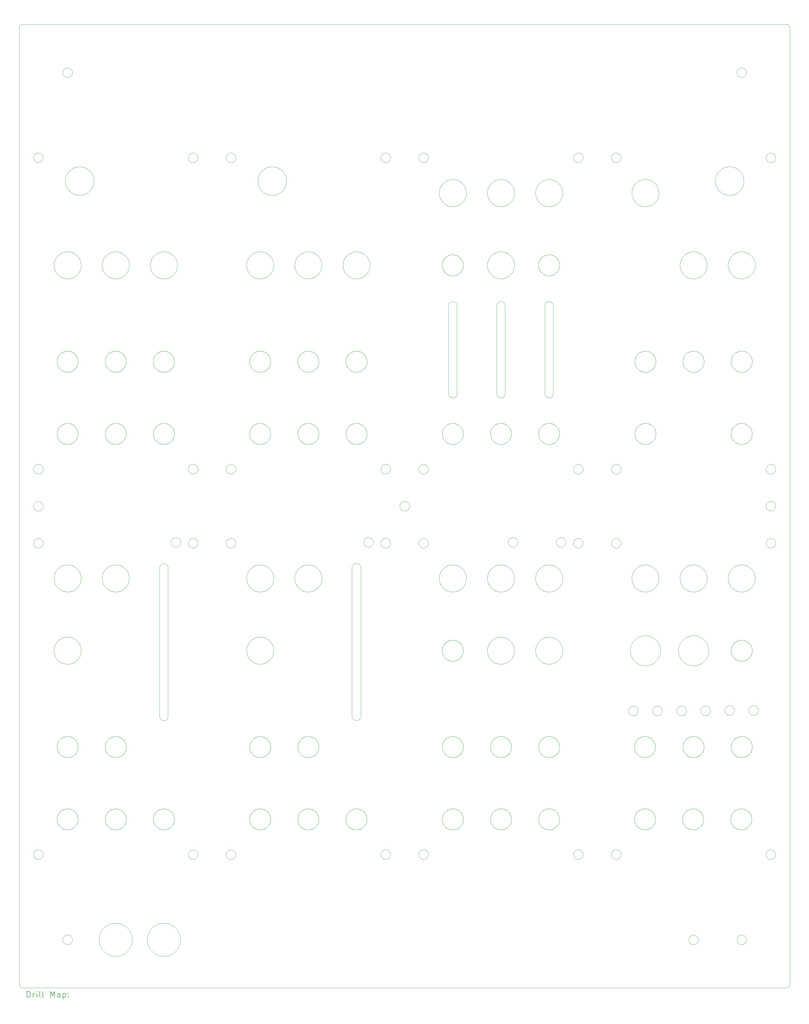
<source format=gbr>
%TF.GenerationSoftware,KiCad,Pcbnew,9.0.6*%
%TF.CreationDate,2026-01-16T17:25:07+01:00*%
%TF.ProjectId,enclosure-front,656e636c-6f73-4757-9265-2d66726f6e74,rev?*%
%TF.SameCoordinates,Original*%
%TF.FileFunction,Drillmap*%
%TF.FilePolarity,Positive*%
%FSLAX45Y45*%
G04 Gerber Fmt 4.5, Leading zero omitted, Abs format (unit mm)*
G04 Created by KiCad (PCBNEW 9.0.6) date 2026-01-16 17:25:07*
%MOMM*%
%LPD*%
G01*
G04 APERTURE LIST*
%ADD10C,0.105664*%
%ADD11C,0.105198*%
%ADD12C,0.106574*%
%ADD13C,0.050000*%
%ADD14C,0.106680*%
%ADD15C,0.105005*%
%ADD16C,0.105251*%
%ADD17C,0.106169*%
%ADD18C,0.104775*%
%ADD19C,0.104756*%
%ADD20C,0.200000*%
G04 APERTURE END LIST*
D10*
X18578235Y-17070217D02*
X18586361Y-17070835D01*
X18594368Y-17071852D01*
X18602247Y-17073259D01*
X18609988Y-17075046D01*
X18617581Y-17077202D01*
X18625015Y-17079717D01*
X18632281Y-17082582D01*
X18639368Y-17085786D01*
X18646267Y-17089320D01*
X18652967Y-17093172D01*
X18659459Y-17097334D01*
X18665732Y-17101795D01*
X18671776Y-17106544D01*
X18677582Y-17111573D01*
X18683138Y-17116871D01*
X18688436Y-17122428D01*
X18693465Y-17128233D01*
X18698215Y-17134277D01*
X18702675Y-17140550D01*
X18706837Y-17147042D01*
X18710690Y-17153742D01*
X18714223Y-17160641D01*
X18717427Y-17167728D01*
X18720292Y-17174994D01*
X18722807Y-17182429D01*
X18724963Y-17190021D01*
X18726750Y-17197762D01*
X18728157Y-17205641D01*
X18729174Y-17213649D01*
X18729792Y-17221774D01*
X18730000Y-17230008D01*
X18729792Y-17238242D01*
X18729174Y-17246367D01*
X18728157Y-17254374D01*
X18726750Y-17262253D01*
X18724963Y-17269994D01*
X18722807Y-17277587D01*
X18720292Y-17285021D01*
X18717427Y-17292287D01*
X18714223Y-17299374D01*
X18710690Y-17306273D01*
X18706837Y-17312973D01*
X18702675Y-17319465D01*
X18698215Y-17325738D01*
X18693465Y-17331782D01*
X18688436Y-17337588D01*
X18683138Y-17343144D01*
X18677582Y-17348442D01*
X18671776Y-17353471D01*
X18665732Y-17358221D01*
X18659459Y-17362682D01*
X18652967Y-17366843D01*
X18646267Y-17370696D01*
X18639368Y-17374229D01*
X18632281Y-17377434D01*
X18625015Y-17380298D01*
X18617581Y-17382814D01*
X18609988Y-17384970D01*
X18602247Y-17386756D01*
X18594368Y-17388164D01*
X18586361Y-17389181D01*
X18578235Y-17389799D01*
X18570001Y-17390007D01*
X18561768Y-17389799D01*
X18553642Y-17389181D01*
X18545635Y-17388164D01*
X18537756Y-17386756D01*
X18530015Y-17384970D01*
X18522422Y-17382814D01*
X18514988Y-17380298D01*
X18507722Y-17377434D01*
X18500635Y-17374229D01*
X18493736Y-17370696D01*
X18487036Y-17366843D01*
X18480544Y-17362682D01*
X18474271Y-17358221D01*
X18468227Y-17353471D01*
X18462421Y-17348442D01*
X18456865Y-17343144D01*
X18451567Y-17337588D01*
X18446538Y-17331782D01*
X18441788Y-17325738D01*
X18437327Y-17319465D01*
X18433166Y-17312973D01*
X18429313Y-17306273D01*
X18425780Y-17299374D01*
X18422576Y-17292287D01*
X18419711Y-17285021D01*
X18417195Y-17277587D01*
X18415039Y-17269994D01*
X18413253Y-17262253D01*
X18411846Y-17254374D01*
X18410828Y-17246367D01*
X18410210Y-17238242D01*
X18410002Y-17230008D01*
X18410210Y-17221774D01*
X18410828Y-17213649D01*
X18411846Y-17205641D01*
X18413253Y-17197762D01*
X18415039Y-17190021D01*
X18417195Y-17182429D01*
X18419711Y-17174994D01*
X18422576Y-17167728D01*
X18425780Y-17160641D01*
X18429313Y-17153742D01*
X18433166Y-17147042D01*
X18437327Y-17140550D01*
X18441788Y-17134277D01*
X18446538Y-17128233D01*
X18451567Y-17122428D01*
X18456865Y-17116871D01*
X18462421Y-17111573D01*
X18468227Y-17106544D01*
X18474271Y-17101795D01*
X18480544Y-17097334D01*
X18487036Y-17093172D01*
X18493736Y-17089320D01*
X18500635Y-17085786D01*
X18507722Y-17082582D01*
X18514988Y-17079717D01*
X18522422Y-17077202D01*
X18530015Y-17075046D01*
X18537756Y-17073259D01*
X18545635Y-17071852D01*
X18553642Y-17070835D01*
X18561768Y-17070217D01*
X18570001Y-17070009D01*
X18578235Y-17070217D01*
X18008235Y-17040215D02*
X18016361Y-17040833D01*
X18024368Y-17041851D01*
X18032248Y-17043258D01*
X18039988Y-17045044D01*
X18047581Y-17047200D01*
X18055015Y-17049716D01*
X18062281Y-17052581D01*
X18069369Y-17055785D01*
X18076268Y-17059318D01*
X18082968Y-17063171D01*
X18089460Y-17067332D01*
X18095733Y-17071793D01*
X18101777Y-17076543D01*
X18107583Y-17081572D01*
X18113139Y-17086870D01*
X18118437Y-17092427D01*
X18123466Y-17098232D01*
X18128216Y-17104276D01*
X18132677Y-17110549D01*
X18136839Y-17117041D01*
X18140691Y-17123742D01*
X18144225Y-17130640D01*
X18147429Y-17137728D01*
X18150293Y-17144994D01*
X18152809Y-17152428D01*
X18154965Y-17160021D01*
X18156752Y-17167762D01*
X18158159Y-17175641D01*
X18159176Y-17183648D01*
X18159794Y-17191774D01*
X18160002Y-17200008D01*
X18159794Y-17208241D01*
X18159176Y-17216367D01*
X18158159Y-17224374D01*
X18156752Y-17232253D01*
X18154965Y-17239994D01*
X18152809Y-17247586D01*
X18150293Y-17255021D01*
X18147429Y-17262286D01*
X18144225Y-17269374D01*
X18140691Y-17276272D01*
X18136839Y-17282973D01*
X18132677Y-17289464D01*
X18128216Y-17295737D01*
X18123466Y-17301781D01*
X18118437Y-17307587D01*
X18113139Y-17313143D01*
X18107583Y-17318441D01*
X18101777Y-17323470D01*
X18095733Y-17328220D01*
X18089460Y-17332680D01*
X18082968Y-17336842D01*
X18076268Y-17340695D01*
X18069369Y-17344228D01*
X18062281Y-17347432D01*
X18055015Y-17350297D01*
X18047581Y-17352812D01*
X18039988Y-17354968D01*
X18032248Y-17356755D01*
X18024368Y-17358162D01*
X18016361Y-17359179D01*
X18008235Y-17359797D01*
X18000002Y-17360005D01*
X17991768Y-17359797D01*
X17983643Y-17359179D01*
X17975635Y-17358162D01*
X17967756Y-17356755D01*
X17960015Y-17354968D01*
X17952423Y-17352812D01*
X17944988Y-17350297D01*
X17937723Y-17347432D01*
X17930635Y-17344228D01*
X17923736Y-17340695D01*
X17917036Y-17336842D01*
X17910545Y-17332680D01*
X17904272Y-17328220D01*
X17898227Y-17323470D01*
X17892422Y-17318441D01*
X17886865Y-17313143D01*
X17881567Y-17307587D01*
X17876538Y-17301781D01*
X17871789Y-17295737D01*
X17867328Y-17289464D01*
X17863166Y-17282973D01*
X17859313Y-17276272D01*
X17855780Y-17269374D01*
X17852576Y-17262286D01*
X17849711Y-17255021D01*
X17847196Y-17247586D01*
X17845040Y-17239994D01*
X17843253Y-17232253D01*
X17841846Y-17224374D01*
X17840829Y-17216367D01*
X17840211Y-17208241D01*
X17840002Y-17200008D01*
X17840211Y-17191774D01*
X17840829Y-17183648D01*
X17841846Y-17175641D01*
X17843253Y-17167762D01*
X17845040Y-17160021D01*
X17847196Y-17152428D01*
X17849711Y-17144994D01*
X17852576Y-17137728D01*
X17855780Y-17130640D01*
X17859313Y-17123742D01*
X17863166Y-17117041D01*
X17867328Y-17110549D01*
X17871789Y-17104276D01*
X17876538Y-17098232D01*
X17881567Y-17092427D01*
X17886865Y-17086870D01*
X17892422Y-17081572D01*
X17898227Y-17076543D01*
X17904272Y-17071793D01*
X17910545Y-17067332D01*
X17917036Y-17063171D01*
X17923736Y-17059318D01*
X17930635Y-17055785D01*
X17937723Y-17052581D01*
X17944988Y-17049716D01*
X17952423Y-17047200D01*
X17960015Y-17045044D01*
X17967756Y-17043258D01*
X17975635Y-17041851D01*
X17983643Y-17040833D01*
X17991768Y-17040215D01*
X18000002Y-17040007D01*
X18008235Y-17040215D01*
D11*
X8018000Y-10850463D02*
X8035775Y-10851815D01*
X8053291Y-10854040D01*
X8070527Y-10857118D01*
X8087460Y-10861026D01*
X8104069Y-10865743D01*
X8120331Y-10871245D01*
X8136225Y-10877512D01*
X8151729Y-10884521D01*
X8166820Y-10892250D01*
X8181477Y-10900678D01*
X8195678Y-10909782D01*
X8209400Y-10919540D01*
X8222622Y-10929930D01*
X8235321Y-10940931D01*
X8247477Y-10952519D01*
X8259066Y-10964675D01*
X8270066Y-10977374D01*
X8280456Y-10990596D01*
X8290214Y-11004318D01*
X8299318Y-11018519D01*
X8307746Y-11033176D01*
X8315475Y-11048267D01*
X8322484Y-11063771D01*
X8328751Y-11079665D01*
X8334253Y-11095927D01*
X8338970Y-11112536D01*
X8342878Y-11129469D01*
X8345956Y-11146705D01*
X8348182Y-11164221D01*
X8349533Y-11181995D01*
X8349989Y-11200006D01*
X8349533Y-11218017D01*
X8348182Y-11235792D01*
X8345956Y-11253308D01*
X8342878Y-11270543D01*
X8338970Y-11287477D01*
X8334253Y-11304085D01*
X8328751Y-11320348D01*
X8322484Y-11336242D01*
X8315475Y-11351746D01*
X8307746Y-11366837D01*
X8299318Y-11381494D01*
X8290214Y-11395694D01*
X8280456Y-11409417D01*
X8270066Y-11422639D01*
X8259066Y-11435338D01*
X8247477Y-11447494D01*
X8235321Y-11459082D01*
X8222622Y-11470083D01*
X8209400Y-11480474D01*
X8195678Y-11490232D01*
X8181477Y-11499335D01*
X8166820Y-11507763D01*
X8151729Y-11515492D01*
X8136225Y-11522501D01*
X8120331Y-11528768D01*
X8104069Y-11534271D01*
X8087460Y-11538987D01*
X8070527Y-11542895D01*
X8053291Y-11545973D01*
X8035775Y-11548199D01*
X8018000Y-11549551D01*
X7999989Y-11550006D01*
X7981978Y-11549551D01*
X7964204Y-11548199D01*
X7946688Y-11545973D01*
X7929452Y-11542895D01*
X7912519Y-11538987D01*
X7895910Y-11534271D01*
X7879648Y-11528768D01*
X7863754Y-11522501D01*
X7848250Y-11515492D01*
X7833159Y-11507763D01*
X7818502Y-11499335D01*
X7804302Y-11490232D01*
X7790579Y-11480474D01*
X7777358Y-11470083D01*
X7764658Y-11459082D01*
X7752503Y-11447494D01*
X7740914Y-11435338D01*
X7729913Y-11422639D01*
X7719523Y-11409417D01*
X7709765Y-11395694D01*
X7700661Y-11381494D01*
X7692234Y-11366837D01*
X7684504Y-11351746D01*
X7677495Y-11336242D01*
X7671229Y-11320348D01*
X7665726Y-11304085D01*
X7661010Y-11287477D01*
X7657102Y-11270543D01*
X7654024Y-11253308D01*
X7651798Y-11235792D01*
X7650446Y-11218017D01*
X7649991Y-11200006D01*
X7650446Y-11181995D01*
X7651798Y-11164221D01*
X7654024Y-11146705D01*
X7657102Y-11129469D01*
X7661010Y-11112536D01*
X7665726Y-11095927D01*
X7671229Y-11079665D01*
X7677495Y-11063771D01*
X7684504Y-11048267D01*
X7692234Y-11033176D01*
X7700661Y-11018519D01*
X7709765Y-11004318D01*
X7719523Y-10990596D01*
X7729913Y-10977374D01*
X7740914Y-10964675D01*
X7752503Y-10952519D01*
X7764658Y-10940931D01*
X7777358Y-10929930D01*
X7790579Y-10919540D01*
X7804302Y-10909782D01*
X7818502Y-10900678D01*
X7833159Y-10892250D01*
X7848250Y-10884521D01*
X7863754Y-10877512D01*
X7879648Y-10871245D01*
X7895910Y-10865743D01*
X7912519Y-10861026D01*
X7929452Y-10857118D01*
X7946688Y-10854040D01*
X7964204Y-10851815D01*
X7981978Y-10850463D01*
X7999989Y-10850008D01*
X8018000Y-10850463D01*
D10*
X11608236Y-17040215D02*
X11616361Y-17040833D01*
X11624368Y-17041851D01*
X11632247Y-17043258D01*
X11639988Y-17045044D01*
X11647581Y-17047200D01*
X11655015Y-17049716D01*
X11662281Y-17052581D01*
X11669368Y-17055785D01*
X11676267Y-17059318D01*
X11682968Y-17063171D01*
X11689459Y-17067332D01*
X11695732Y-17071793D01*
X11701777Y-17076543D01*
X11707582Y-17081572D01*
X11713139Y-17086870D01*
X11718437Y-17092427D01*
X11723466Y-17098232D01*
X11728215Y-17104276D01*
X11732676Y-17110549D01*
X11736838Y-17117041D01*
X11740691Y-17123742D01*
X11744224Y-17130640D01*
X11747428Y-17137728D01*
X11750293Y-17144994D01*
X11752809Y-17152428D01*
X11754965Y-17160021D01*
X11756751Y-17167762D01*
X11758159Y-17175641D01*
X11759176Y-17183648D01*
X11759794Y-17191774D01*
X11760002Y-17200008D01*
X11759794Y-17208241D01*
X11759176Y-17216367D01*
X11758159Y-17224374D01*
X11756751Y-17232253D01*
X11754965Y-17239994D01*
X11752809Y-17247586D01*
X11750293Y-17255021D01*
X11747428Y-17262286D01*
X11744224Y-17269374D01*
X11740691Y-17276272D01*
X11736838Y-17282973D01*
X11732676Y-17289464D01*
X11728215Y-17295737D01*
X11723466Y-17301781D01*
X11718437Y-17307587D01*
X11713139Y-17313143D01*
X11707582Y-17318441D01*
X11701777Y-17323470D01*
X11695732Y-17328220D01*
X11689459Y-17332680D01*
X11682968Y-17336842D01*
X11676267Y-17340695D01*
X11669368Y-17344228D01*
X11662281Y-17347432D01*
X11655015Y-17350297D01*
X11647581Y-17352812D01*
X11639988Y-17354968D01*
X11632247Y-17356755D01*
X11624368Y-17358162D01*
X11616361Y-17359179D01*
X11608236Y-17359797D01*
X11600002Y-17360005D01*
X11591769Y-17359797D01*
X11583643Y-17359179D01*
X11575636Y-17358162D01*
X11567757Y-17356755D01*
X11560016Y-17354968D01*
X11552423Y-17352812D01*
X11544989Y-17350297D01*
X11537723Y-17347432D01*
X11530635Y-17344228D01*
X11523736Y-17340695D01*
X11517036Y-17336842D01*
X11510544Y-17332680D01*
X11504271Y-17328220D01*
X11498227Y-17323470D01*
X11492421Y-17318441D01*
X11486865Y-17313143D01*
X11481567Y-17307587D01*
X11476538Y-17301781D01*
X11471788Y-17295737D01*
X11467327Y-17289464D01*
X11463165Y-17282973D01*
X11459313Y-17276272D01*
X11455779Y-17269374D01*
X11452575Y-17262286D01*
X11449710Y-17255021D01*
X11447195Y-17247586D01*
X11445039Y-17239994D01*
X11443252Y-17232253D01*
X11441845Y-17224374D01*
X11440828Y-17216367D01*
X11440210Y-17208241D01*
X11440002Y-17200008D01*
X11440210Y-17191774D01*
X11440828Y-17183648D01*
X11441845Y-17175641D01*
X11443252Y-17167762D01*
X11445039Y-17160021D01*
X11447195Y-17152428D01*
X11449710Y-17144994D01*
X11452575Y-17137728D01*
X11455779Y-17130640D01*
X11459313Y-17123742D01*
X11463165Y-17117041D01*
X11467327Y-17110549D01*
X11471788Y-17104276D01*
X11476538Y-17098232D01*
X11481567Y-17092427D01*
X11486865Y-17086870D01*
X11492421Y-17081572D01*
X11498227Y-17076543D01*
X11504271Y-17071793D01*
X11510544Y-17067332D01*
X11517036Y-17063171D01*
X11523736Y-17059318D01*
X11530635Y-17055785D01*
X11537723Y-17052581D01*
X11544989Y-17049716D01*
X11552423Y-17047200D01*
X11560016Y-17045044D01*
X11567757Y-17043258D01*
X11575636Y-17041851D01*
X11583643Y-17040833D01*
X11591769Y-17040215D01*
X11600002Y-17040007D01*
X11608236Y-17040215D01*
D12*
X23624447Y-4725629D02*
X23648569Y-4727463D01*
X23672341Y-4730484D01*
X23695732Y-4734661D01*
X23718713Y-4739965D01*
X23741254Y-4746366D01*
X23763325Y-4753834D01*
X23784895Y-4762339D01*
X23805936Y-4771851D01*
X23826417Y-4782341D01*
X23846308Y-4793778D01*
X23865581Y-4806133D01*
X23884204Y-4819377D01*
X23902148Y-4833478D01*
X23919383Y-4848407D01*
X23935879Y-4864135D01*
X23951607Y-4880631D01*
X23966537Y-4897867D01*
X23980638Y-4915811D01*
X23993881Y-4934434D01*
X24006236Y-4953706D01*
X24017673Y-4973597D01*
X24028163Y-4994078D01*
X24037675Y-5015119D01*
X24046180Y-5036690D01*
X24053648Y-5058760D01*
X24060049Y-5081301D01*
X24065353Y-5104281D01*
X24069530Y-5127673D01*
X24072551Y-5151444D01*
X24074385Y-5175567D01*
X24075003Y-5200010D01*
X24074385Y-5224454D01*
X24072551Y-5248576D01*
X24069530Y-5272348D01*
X24065353Y-5295739D01*
X24060049Y-5318720D01*
X24053648Y-5341261D01*
X24046180Y-5363331D01*
X24037675Y-5384902D01*
X24028163Y-5405942D01*
X24017673Y-5426423D01*
X24006236Y-5446315D01*
X23993881Y-5465587D01*
X23980638Y-5484210D01*
X23966537Y-5502154D01*
X23951607Y-5519389D01*
X23935879Y-5535886D01*
X23919383Y-5551614D01*
X23902148Y-5566543D01*
X23884204Y-5580644D01*
X23865581Y-5593887D01*
X23846308Y-5606243D01*
X23826417Y-5617680D01*
X23805936Y-5628170D01*
X23784895Y-5637682D01*
X23763325Y-5646187D01*
X23741254Y-5653655D01*
X23718713Y-5660056D01*
X23695732Y-5665360D01*
X23672341Y-5669537D01*
X23648569Y-5672557D01*
X23624447Y-5674392D01*
X23600003Y-5675010D01*
X23575560Y-5674392D01*
X23551437Y-5672557D01*
X23527666Y-5669537D01*
X23504274Y-5665360D01*
X23481294Y-5660056D01*
X23458753Y-5653655D01*
X23436683Y-5646187D01*
X23415112Y-5637682D01*
X23394072Y-5628170D01*
X23373591Y-5617680D01*
X23353699Y-5606243D01*
X23334427Y-5593887D01*
X23315804Y-5580644D01*
X23297860Y-5566543D01*
X23280625Y-5551614D01*
X23264129Y-5535886D01*
X23248401Y-5519389D01*
X23233471Y-5502154D01*
X23219370Y-5484210D01*
X23206127Y-5465587D01*
X23193772Y-5446315D01*
X23182334Y-5426423D01*
X23171845Y-5405942D01*
X23162332Y-5384902D01*
X23153827Y-5363331D01*
X23146360Y-5341261D01*
X23139959Y-5318720D01*
X23134655Y-5295739D01*
X23130478Y-5272348D01*
X23127457Y-5248576D01*
X23125623Y-5224454D01*
X23125005Y-5200010D01*
X23125623Y-5175567D01*
X23127457Y-5151444D01*
X23130478Y-5127673D01*
X23134655Y-5104281D01*
X23139959Y-5081301D01*
X23146360Y-5058760D01*
X23153827Y-5036690D01*
X23162332Y-5015119D01*
X23171845Y-4994078D01*
X23182334Y-4973597D01*
X23193772Y-4953706D01*
X23206127Y-4934434D01*
X23219370Y-4915811D01*
X23233471Y-4897867D01*
X23248401Y-4880631D01*
X23264129Y-4864135D01*
X23280625Y-4848407D01*
X23297860Y-4833478D01*
X23315804Y-4819377D01*
X23334427Y-4806133D01*
X23353699Y-4793778D01*
X23373591Y-4782341D01*
X23394072Y-4771851D01*
X23415112Y-4762339D01*
X23436683Y-4753834D01*
X23458753Y-4746366D01*
X23481294Y-4739965D01*
X23504274Y-4734661D01*
X23527666Y-4730484D01*
X23551437Y-4727463D01*
X23575560Y-4725629D01*
X23600003Y-4725011D01*
X23624447Y-4725629D01*
D11*
X4818011Y-26050465D02*
X4835785Y-26051816D01*
X4853302Y-26054042D01*
X4870537Y-26057120D01*
X4887470Y-26061028D01*
X4904079Y-26065745D01*
X4920342Y-26071247D01*
X4936236Y-26077514D01*
X4951739Y-26084523D01*
X4966831Y-26092252D01*
X4981488Y-26100680D01*
X4995688Y-26109784D01*
X5009410Y-26119542D01*
X5022632Y-26129933D01*
X5035332Y-26140933D01*
X5047487Y-26152522D01*
X5059076Y-26164678D01*
X5070077Y-26177377D01*
X5080467Y-26190599D01*
X5090225Y-26204321D01*
X5099329Y-26218522D01*
X5107757Y-26233179D01*
X5115486Y-26248270D01*
X5122495Y-26263774D01*
X5128762Y-26279668D01*
X5134264Y-26295930D01*
X5138981Y-26312539D01*
X5142889Y-26329472D01*
X5145967Y-26346708D01*
X5148193Y-26364224D01*
X5149544Y-26381998D01*
X5150000Y-26400009D01*
X5149544Y-26418020D01*
X5148193Y-26435795D01*
X5145967Y-26453311D01*
X5142889Y-26470547D01*
X5138981Y-26487480D01*
X5134264Y-26504089D01*
X5128762Y-26520352D01*
X5122495Y-26536246D01*
X5115486Y-26551749D01*
X5107757Y-26566841D01*
X5099329Y-26581498D01*
X5090225Y-26595698D01*
X5080467Y-26609420D01*
X5070077Y-26622642D01*
X5059076Y-26635342D01*
X5047487Y-26647497D01*
X5035332Y-26659086D01*
X5022632Y-26670087D01*
X5009410Y-26680477D01*
X4995688Y-26690235D01*
X4981488Y-26699339D01*
X4966831Y-26707766D01*
X4951739Y-26715496D01*
X4936236Y-26722505D01*
X4920342Y-26728771D01*
X4904079Y-26734274D01*
X4887470Y-26738990D01*
X4870537Y-26742898D01*
X4853302Y-26745976D01*
X4835785Y-26748202D01*
X4818011Y-26749554D01*
X4800000Y-26750009D01*
X4781989Y-26749554D01*
X4764215Y-26748202D01*
X4746699Y-26745976D01*
X4729463Y-26742898D01*
X4712530Y-26738990D01*
X4695921Y-26734274D01*
X4679658Y-26728771D01*
X4663764Y-26722505D01*
X4648261Y-26715496D01*
X4633170Y-26707766D01*
X4618513Y-26699339D01*
X4604312Y-26690235D01*
X4590590Y-26680477D01*
X4577368Y-26670087D01*
X4564668Y-26659086D01*
X4552513Y-26647497D01*
X4540924Y-26635342D01*
X4529924Y-26622642D01*
X4519533Y-26609420D01*
X4509775Y-26595698D01*
X4500671Y-26581498D01*
X4492244Y-26566841D01*
X4484514Y-26551749D01*
X4477505Y-26536246D01*
X4471239Y-26520352D01*
X4465736Y-26504089D01*
X4461020Y-26487480D01*
X4457112Y-26470547D01*
X4454034Y-26453311D01*
X4451808Y-26435795D01*
X4450456Y-26418020D01*
X4450001Y-26400009D01*
X4450456Y-26381998D01*
X4451808Y-26364224D01*
X4454034Y-26346708D01*
X4457112Y-26329472D01*
X4461020Y-26312539D01*
X4465736Y-26295930D01*
X4471239Y-26279668D01*
X4477505Y-26263774D01*
X4484514Y-26248270D01*
X4492244Y-26233179D01*
X4500671Y-26218522D01*
X4509775Y-26204321D01*
X4519533Y-26190599D01*
X4529924Y-26177377D01*
X4540924Y-26164678D01*
X4552513Y-26152522D01*
X4564668Y-26140933D01*
X4577368Y-26129933D01*
X4590590Y-26119542D01*
X4604312Y-26109784D01*
X4618513Y-26100680D01*
X4633170Y-26092252D01*
X4648261Y-26084523D01*
X4663764Y-26077514D01*
X4679658Y-26071247D01*
X4695921Y-26065745D01*
X4712530Y-26061028D01*
X4729463Y-26057120D01*
X4746699Y-26054042D01*
X4764215Y-26051816D01*
X4781989Y-26050465D01*
X4800000Y-26050009D01*
X4818011Y-26050465D01*
D10*
X19838237Y-14610215D02*
X19846363Y-14610833D01*
X19854370Y-14611850D01*
X19862249Y-14613257D01*
X19869990Y-14615044D01*
X19877583Y-14617200D01*
X19885017Y-14619715D01*
X19892283Y-14622580D01*
X19899370Y-14625784D01*
X19906269Y-14629318D01*
X19912969Y-14633170D01*
X19919461Y-14637332D01*
X19925734Y-14641793D01*
X19931778Y-14646543D01*
X19937584Y-14651572D01*
X19943140Y-14656869D01*
X19948438Y-14662426D01*
X19953467Y-14668232D01*
X19958217Y-14674276D01*
X19962678Y-14680549D01*
X19966839Y-14687041D01*
X19970692Y-14693741D01*
X19974225Y-14700640D01*
X19977429Y-14707727D01*
X19980294Y-14714993D01*
X19982809Y-14722428D01*
X19984965Y-14730020D01*
X19986752Y-14737761D01*
X19988159Y-14745641D01*
X19989176Y-14753648D01*
X19989794Y-14761774D01*
X19990002Y-14770007D01*
X19989794Y-14778241D01*
X19989176Y-14786366D01*
X19988159Y-14794374D01*
X19986752Y-14802253D01*
X19984965Y-14809993D01*
X19982809Y-14817586D01*
X19980294Y-14825020D01*
X19977429Y-14832286D01*
X19974225Y-14839373D01*
X19970692Y-14846272D01*
X19966839Y-14852972D01*
X19962678Y-14859464D01*
X19958217Y-14865737D01*
X19953467Y-14871781D01*
X19948438Y-14877586D01*
X19943140Y-14883143D01*
X19937584Y-14888441D01*
X19931778Y-14893469D01*
X19925734Y-14898219D01*
X19919461Y-14902680D01*
X19912969Y-14906842D01*
X19906269Y-14910694D01*
X19899370Y-14914228D01*
X19892283Y-14917432D01*
X19885017Y-14920296D01*
X19877583Y-14922812D01*
X19869990Y-14924968D01*
X19862249Y-14926754D01*
X19854370Y-14928161D01*
X19846363Y-14929179D01*
X19838237Y-14929797D01*
X19830003Y-14930005D01*
X19821770Y-14929797D01*
X19813644Y-14929179D01*
X19805637Y-14928161D01*
X19797758Y-14926754D01*
X19790017Y-14924968D01*
X19782424Y-14922812D01*
X19774990Y-14920296D01*
X19767724Y-14917432D01*
X19760637Y-14914228D01*
X19753738Y-14910694D01*
X19747038Y-14906842D01*
X19740546Y-14902680D01*
X19734273Y-14898219D01*
X19728228Y-14893469D01*
X19722423Y-14888441D01*
X19716866Y-14883143D01*
X19711568Y-14877586D01*
X19706539Y-14871781D01*
X19701789Y-14865737D01*
X19697329Y-14859464D01*
X19693167Y-14852972D01*
X19689314Y-14846272D01*
X19685781Y-14839373D01*
X19682577Y-14832286D01*
X19679712Y-14825020D01*
X19677196Y-14817586D01*
X19675040Y-14809993D01*
X19673253Y-14802253D01*
X19671846Y-14794374D01*
X19670829Y-14786366D01*
X19670211Y-14778241D01*
X19670003Y-14770007D01*
X19670211Y-14761774D01*
X19670829Y-14753648D01*
X19671846Y-14745641D01*
X19673253Y-14737761D01*
X19675040Y-14730020D01*
X19677196Y-14722428D01*
X19679712Y-14714993D01*
X19682577Y-14707727D01*
X19685781Y-14700640D01*
X19689314Y-14693741D01*
X19693167Y-14687041D01*
X19697329Y-14680549D01*
X19701789Y-14674276D01*
X19706539Y-14668232D01*
X19711568Y-14662426D01*
X19716866Y-14656869D01*
X19722423Y-14651572D01*
X19728228Y-14646543D01*
X19734273Y-14641793D01*
X19740546Y-14637332D01*
X19747038Y-14633170D01*
X19753738Y-14629318D01*
X19760637Y-14625784D01*
X19767724Y-14622580D01*
X19774990Y-14619715D01*
X19782424Y-14617200D01*
X19790017Y-14615044D01*
X19797758Y-14613257D01*
X19805637Y-14611850D01*
X19813644Y-14610833D01*
X19821770Y-14610215D01*
X19830003Y-14610007D01*
X19838237Y-14610215D01*
X22008233Y-22640215D02*
X22016359Y-22640833D01*
X22024366Y-22641851D01*
X22032245Y-22643258D01*
X22039986Y-22645044D01*
X22047578Y-22647200D01*
X22055013Y-22649716D01*
X22062278Y-22652581D01*
X22069366Y-22655785D01*
X22076264Y-22659318D01*
X22082965Y-22663171D01*
X22089456Y-22667333D01*
X22095729Y-22671794D01*
X22101774Y-22676544D01*
X22107579Y-22681572D01*
X22113136Y-22686870D01*
X22118434Y-22692427D01*
X22123463Y-22698233D01*
X22128213Y-22704277D01*
X22132673Y-22710550D01*
X22136835Y-22717042D01*
X22140688Y-22723742D01*
X22144221Y-22730641D01*
X22147425Y-22737728D01*
X22150290Y-22744994D01*
X22152806Y-22752429D01*
X22154962Y-22760021D01*
X22156748Y-22767762D01*
X22158156Y-22775641D01*
X22159173Y-22783649D01*
X22159791Y-22791774D01*
X22159999Y-22800008D01*
X22159791Y-22808241D01*
X22159173Y-22816367D01*
X22158156Y-22824374D01*
X22156748Y-22832253D01*
X22154962Y-22839994D01*
X22152806Y-22847587D01*
X22150290Y-22855021D01*
X22147425Y-22862287D01*
X22144221Y-22869375D01*
X22140688Y-22876273D01*
X22136835Y-22882974D01*
X22132673Y-22889465D01*
X22128213Y-22895738D01*
X22123463Y-22901783D01*
X22118434Y-22907588D01*
X22113136Y-22913145D01*
X22107579Y-22918442D01*
X22101774Y-22923471D01*
X22095729Y-22928221D01*
X22089456Y-22932682D01*
X22082965Y-22936843D01*
X22076264Y-22940696D01*
X22069366Y-22944229D01*
X22062278Y-22947433D01*
X22055013Y-22950298D01*
X22047578Y-22952814D01*
X22039986Y-22954970D01*
X22032245Y-22956756D01*
X22024366Y-22958163D01*
X22016359Y-22959181D01*
X22008233Y-22959798D01*
X22000000Y-22960007D01*
X21991767Y-22959798D01*
X21983641Y-22959181D01*
X21975634Y-22958163D01*
X21967755Y-22956756D01*
X21960014Y-22954970D01*
X21952422Y-22952814D01*
X21944987Y-22950298D01*
X21937722Y-22947433D01*
X21930634Y-22944229D01*
X21923735Y-22940696D01*
X21917035Y-22936843D01*
X21910543Y-22932682D01*
X21904270Y-22928221D01*
X21898226Y-22923471D01*
X21892420Y-22918442D01*
X21886863Y-22913145D01*
X21881565Y-22907588D01*
X21876537Y-22901783D01*
X21871787Y-22895738D01*
X21867326Y-22889465D01*
X21863164Y-22882974D01*
X21859311Y-22876273D01*
X21855778Y-22869375D01*
X21852573Y-22862287D01*
X21849708Y-22855021D01*
X21847193Y-22847587D01*
X21845037Y-22839994D01*
X21843250Y-22832253D01*
X21841843Y-22824374D01*
X21840826Y-22816367D01*
X21840208Y-22808241D01*
X21839999Y-22800008D01*
X21840208Y-22791774D01*
X21840826Y-22783649D01*
X21841843Y-22775641D01*
X21843250Y-22767762D01*
X21845037Y-22760021D01*
X21847193Y-22752429D01*
X21849708Y-22744994D01*
X21852573Y-22737728D01*
X21855778Y-22730641D01*
X21859311Y-22723742D01*
X21863164Y-22717042D01*
X21867326Y-22710550D01*
X21871787Y-22704277D01*
X21876537Y-22698233D01*
X21881565Y-22692427D01*
X21886863Y-22686870D01*
X21892420Y-22681572D01*
X21898226Y-22676544D01*
X21904270Y-22671794D01*
X21910543Y-22667333D01*
X21917035Y-22663171D01*
X21923735Y-22659318D01*
X21930634Y-22655785D01*
X21937722Y-22652581D01*
X21944987Y-22649716D01*
X21952422Y-22647200D01*
X21960014Y-22645044D01*
X21967755Y-22643258D01*
X21975634Y-22641851D01*
X21983641Y-22640833D01*
X21991767Y-22640215D01*
X22000000Y-22640007D01*
X22008233Y-22640215D01*
D11*
X20802616Y-26050465D02*
X20820391Y-26051816D01*
X20837907Y-26054042D01*
X20855142Y-26057120D01*
X20872075Y-26061028D01*
X20888684Y-26065745D01*
X20904946Y-26071247D01*
X20920840Y-26077514D01*
X20936344Y-26084523D01*
X20951435Y-26092252D01*
X20966092Y-26100680D01*
X20980293Y-26109784D01*
X20994015Y-26119542D01*
X21007237Y-26129933D01*
X21019936Y-26140933D01*
X21032092Y-26152522D01*
X21043681Y-26164678D01*
X21054681Y-26177377D01*
X21065071Y-26190599D01*
X21074830Y-26204321D01*
X21083933Y-26218522D01*
X21092361Y-26233179D01*
X21100090Y-26248270D01*
X21107099Y-26263774D01*
X21113366Y-26279668D01*
X21118869Y-26295930D01*
X21123585Y-26312539D01*
X21127493Y-26329472D01*
X21130571Y-26346708D01*
X21132797Y-26364224D01*
X21134149Y-26381998D01*
X21134604Y-26400009D01*
X21134149Y-26418020D01*
X21132797Y-26435795D01*
X21130571Y-26453311D01*
X21127493Y-26470547D01*
X21123585Y-26487480D01*
X21118869Y-26504089D01*
X21113366Y-26520352D01*
X21107099Y-26536246D01*
X21100090Y-26551749D01*
X21092361Y-26566841D01*
X21083933Y-26581498D01*
X21074830Y-26595698D01*
X21065071Y-26609420D01*
X21054681Y-26622642D01*
X21043681Y-26635342D01*
X21032092Y-26647497D01*
X21019936Y-26659086D01*
X21007237Y-26670087D01*
X20994015Y-26680477D01*
X20980293Y-26690235D01*
X20966092Y-26699339D01*
X20951435Y-26707766D01*
X20936344Y-26715496D01*
X20920840Y-26722505D01*
X20904946Y-26728771D01*
X20888684Y-26734274D01*
X20872075Y-26738990D01*
X20855142Y-26742898D01*
X20837907Y-26745976D01*
X20820391Y-26748202D01*
X20802616Y-26749554D01*
X20784605Y-26750009D01*
X20766594Y-26749554D01*
X20748820Y-26748202D01*
X20731304Y-26745976D01*
X20714068Y-26742898D01*
X20697135Y-26738990D01*
X20680526Y-26734274D01*
X20664264Y-26728771D01*
X20648370Y-26722505D01*
X20632866Y-26715496D01*
X20617775Y-26707766D01*
X20603118Y-26699339D01*
X20588917Y-26690235D01*
X20575195Y-26680477D01*
X20561973Y-26670087D01*
X20549273Y-26659086D01*
X20537118Y-26647497D01*
X20525529Y-26635342D01*
X20514528Y-26622642D01*
X20504138Y-26609420D01*
X20494380Y-26595698D01*
X20485276Y-26581498D01*
X20476849Y-26566841D01*
X20469119Y-26551749D01*
X20462110Y-26536246D01*
X20455843Y-26520352D01*
X20450341Y-26504089D01*
X20445624Y-26487480D01*
X20441716Y-26470547D01*
X20438638Y-26453311D01*
X20436412Y-26435795D01*
X20435061Y-26418020D01*
X20434605Y-26400009D01*
X20435061Y-26381998D01*
X20436412Y-26364224D01*
X20438638Y-26346708D01*
X20441716Y-26329472D01*
X20445624Y-26312539D01*
X20450341Y-26295930D01*
X20455843Y-26279668D01*
X20462110Y-26263774D01*
X20469119Y-26248270D01*
X20476849Y-26233179D01*
X20485276Y-26218522D01*
X20494380Y-26204321D01*
X20504138Y-26190599D01*
X20514528Y-26177377D01*
X20525529Y-26164678D01*
X20537118Y-26152522D01*
X20549273Y-26140933D01*
X20561973Y-26129933D01*
X20575195Y-26119542D01*
X20588917Y-26109784D01*
X20603118Y-26100680D01*
X20617775Y-26092252D01*
X20632866Y-26084523D01*
X20648370Y-26077514D01*
X20664264Y-26071247D01*
X20680526Y-26065745D01*
X20697135Y-26061028D01*
X20714068Y-26057120D01*
X20731304Y-26054042D01*
X20748820Y-26051816D01*
X20766594Y-26050465D01*
X20784605Y-26050009D01*
X20802616Y-26050465D01*
D13*
X25500000Y0D02*
G75*
G02*
X25600000Y-100000I0J-100000D01*
G01*
D11*
X4818011Y-10850463D02*
X4835785Y-10851815D01*
X4853302Y-10854040D01*
X4870537Y-10857118D01*
X4887470Y-10861026D01*
X4904079Y-10865743D01*
X4920342Y-10871245D01*
X4936236Y-10877512D01*
X4951739Y-10884521D01*
X4966831Y-10892250D01*
X4981488Y-10900678D01*
X4995688Y-10909782D01*
X5009410Y-10919540D01*
X5022632Y-10929930D01*
X5035332Y-10940931D01*
X5047487Y-10952519D01*
X5059076Y-10964675D01*
X5070077Y-10977374D01*
X5080467Y-10990596D01*
X5090225Y-11004318D01*
X5099329Y-11018519D01*
X5107757Y-11033176D01*
X5115486Y-11048267D01*
X5122495Y-11063771D01*
X5128762Y-11079665D01*
X5134264Y-11095927D01*
X5138981Y-11112536D01*
X5142889Y-11129469D01*
X5145967Y-11146705D01*
X5148193Y-11164221D01*
X5149544Y-11181995D01*
X5150000Y-11200006D01*
X5149544Y-11218017D01*
X5148193Y-11235792D01*
X5145967Y-11253308D01*
X5142889Y-11270543D01*
X5138981Y-11287477D01*
X5134264Y-11304085D01*
X5128762Y-11320348D01*
X5122495Y-11336242D01*
X5115486Y-11351746D01*
X5107757Y-11366837D01*
X5099329Y-11381494D01*
X5090225Y-11395694D01*
X5080467Y-11409417D01*
X5070077Y-11422639D01*
X5059076Y-11435338D01*
X5047487Y-11447494D01*
X5035332Y-11459082D01*
X5022632Y-11470083D01*
X5009410Y-11480474D01*
X4995688Y-11490232D01*
X4981488Y-11499335D01*
X4966831Y-11507763D01*
X4951739Y-11515492D01*
X4936236Y-11522501D01*
X4920342Y-11528768D01*
X4904079Y-11534271D01*
X4887470Y-11538987D01*
X4870537Y-11542895D01*
X4853302Y-11545973D01*
X4835785Y-11548199D01*
X4818011Y-11549551D01*
X4800000Y-11550006D01*
X4781989Y-11549551D01*
X4764215Y-11548199D01*
X4746699Y-11545973D01*
X4729463Y-11542895D01*
X4712530Y-11538987D01*
X4695921Y-11534271D01*
X4679658Y-11528768D01*
X4663764Y-11522501D01*
X4648261Y-11515492D01*
X4633170Y-11507763D01*
X4618513Y-11499335D01*
X4604312Y-11490232D01*
X4590590Y-11480474D01*
X4577368Y-11470083D01*
X4564668Y-11459082D01*
X4552513Y-11447494D01*
X4540924Y-11435338D01*
X4529924Y-11422639D01*
X4519533Y-11409417D01*
X4509775Y-11395694D01*
X4500671Y-11381494D01*
X4492244Y-11366837D01*
X4484514Y-11351746D01*
X4477505Y-11336242D01*
X4471239Y-11320348D01*
X4465736Y-11304085D01*
X4461020Y-11287477D01*
X4457112Y-11270543D01*
X4454034Y-11253308D01*
X4451808Y-11235792D01*
X4450456Y-11218017D01*
X4450001Y-11200006D01*
X4450456Y-11181995D01*
X4451808Y-11164221D01*
X4454034Y-11146705D01*
X4457112Y-11129469D01*
X4461020Y-11112536D01*
X4465736Y-11095927D01*
X4471239Y-11079665D01*
X4477505Y-11063771D01*
X4484514Y-11048267D01*
X4492244Y-11033176D01*
X4500671Y-11018519D01*
X4509775Y-11004318D01*
X4519533Y-10990596D01*
X4529924Y-10977374D01*
X4540924Y-10964675D01*
X4552513Y-10952519D01*
X4564668Y-10940931D01*
X4577368Y-10929930D01*
X4590590Y-10919540D01*
X4604312Y-10909782D01*
X4618513Y-10900678D01*
X4633170Y-10892250D01*
X4648261Y-10884521D01*
X4663764Y-10877512D01*
X4679658Y-10871245D01*
X4695921Y-10865743D01*
X4712530Y-10861026D01*
X4729463Y-10857118D01*
X4746699Y-10854040D01*
X4764215Y-10851815D01*
X4781989Y-10850463D01*
X4800000Y-10850008D01*
X4818011Y-10850463D01*
X14418012Y-26050465D02*
X14435787Y-26051816D01*
X14453303Y-26054042D01*
X14470539Y-26057120D01*
X14487472Y-26061028D01*
X14504081Y-26065745D01*
X14520343Y-26071247D01*
X14536237Y-26077514D01*
X14551741Y-26084523D01*
X14566832Y-26092252D01*
X14581489Y-26100680D01*
X14595689Y-26109784D01*
X14609412Y-26119542D01*
X14622633Y-26129933D01*
X14635333Y-26140933D01*
X14647488Y-26152522D01*
X14659077Y-26164678D01*
X14670078Y-26177377D01*
X14680468Y-26190599D01*
X14690226Y-26204321D01*
X14699330Y-26218522D01*
X14707757Y-26233179D01*
X14715486Y-26248270D01*
X14722495Y-26263774D01*
X14728762Y-26279668D01*
X14734265Y-26295930D01*
X14738981Y-26312539D01*
X14742889Y-26329472D01*
X14745967Y-26346708D01*
X14748193Y-26364224D01*
X14749545Y-26381998D01*
X14750000Y-26400009D01*
X14749545Y-26418020D01*
X14748193Y-26435795D01*
X14745967Y-26453311D01*
X14742889Y-26470547D01*
X14738981Y-26487480D01*
X14734265Y-26504089D01*
X14728762Y-26520352D01*
X14722495Y-26536246D01*
X14715486Y-26551749D01*
X14707757Y-26566841D01*
X14699330Y-26581498D01*
X14690226Y-26595698D01*
X14680468Y-26609420D01*
X14670078Y-26622642D01*
X14659077Y-26635342D01*
X14647488Y-26647497D01*
X14635333Y-26659086D01*
X14622633Y-26670087D01*
X14609412Y-26680477D01*
X14595689Y-26690235D01*
X14581489Y-26699339D01*
X14566832Y-26707766D01*
X14551741Y-26715496D01*
X14536237Y-26722505D01*
X14520343Y-26728771D01*
X14504081Y-26734274D01*
X14487472Y-26738990D01*
X14470539Y-26742898D01*
X14453303Y-26745976D01*
X14435787Y-26748202D01*
X14418012Y-26749554D01*
X14400001Y-26750009D01*
X14381991Y-26749554D01*
X14364216Y-26748202D01*
X14346700Y-26745976D01*
X14329464Y-26742898D01*
X14312531Y-26738990D01*
X14295922Y-26734274D01*
X14279660Y-26728771D01*
X14263766Y-26722505D01*
X14248262Y-26715496D01*
X14233171Y-26707766D01*
X14218514Y-26699339D01*
X14204314Y-26690235D01*
X14190591Y-26680477D01*
X14177370Y-26670087D01*
X14164670Y-26659086D01*
X14152515Y-26647497D01*
X14140926Y-26635342D01*
X14129925Y-26622642D01*
X14119535Y-26609420D01*
X14109777Y-26595698D01*
X14100673Y-26581498D01*
X14092246Y-26566841D01*
X14084516Y-26551749D01*
X14077507Y-26536246D01*
X14071241Y-26520352D01*
X14065738Y-26504089D01*
X14061022Y-26487480D01*
X14057114Y-26470547D01*
X14054036Y-26453311D01*
X14051810Y-26435795D01*
X14050458Y-26418020D01*
X14050003Y-26400009D01*
X14050458Y-26381998D01*
X14051810Y-26364224D01*
X14054036Y-26346708D01*
X14057114Y-26329472D01*
X14061022Y-26312539D01*
X14065738Y-26295930D01*
X14071241Y-26279668D01*
X14077507Y-26263774D01*
X14084516Y-26248270D01*
X14092246Y-26233179D01*
X14100673Y-26218522D01*
X14109777Y-26204321D01*
X14119535Y-26190599D01*
X14129925Y-26177377D01*
X14140926Y-26164678D01*
X14152515Y-26152522D01*
X14164670Y-26140933D01*
X14177370Y-26129933D01*
X14190591Y-26119542D01*
X14204314Y-26109784D01*
X14218514Y-26100680D01*
X14233171Y-26092252D01*
X14248262Y-26084523D01*
X14263766Y-26077514D01*
X14279660Y-26071247D01*
X14295922Y-26065745D01*
X14312531Y-26061028D01*
X14329464Y-26057120D01*
X14346700Y-26054042D01*
X14364216Y-26051816D01*
X14381991Y-26050465D01*
X14400001Y-26050009D01*
X14418012Y-26050465D01*
D10*
X13438235Y-17070217D02*
X13446361Y-17070835D01*
X13454368Y-17071852D01*
X13462247Y-17073259D01*
X13469988Y-17075046D01*
X13477581Y-17077202D01*
X13485015Y-17079717D01*
X13492281Y-17082582D01*
X13499368Y-17085786D01*
X13506267Y-17089320D01*
X13512967Y-17093172D01*
X13519459Y-17097334D01*
X13525732Y-17101795D01*
X13531776Y-17106544D01*
X13537582Y-17111573D01*
X13543138Y-17116871D01*
X13548436Y-17122428D01*
X13553465Y-17128233D01*
X13558215Y-17134277D01*
X13562676Y-17140550D01*
X13566837Y-17147042D01*
X13570690Y-17153742D01*
X13574223Y-17160641D01*
X13577427Y-17167728D01*
X13580292Y-17174994D01*
X13582808Y-17182429D01*
X13584964Y-17190021D01*
X13586750Y-17197762D01*
X13588157Y-17205641D01*
X13589175Y-17213649D01*
X13589793Y-17221774D01*
X13590001Y-17230008D01*
X13589793Y-17238242D01*
X13589175Y-17246367D01*
X13588157Y-17254374D01*
X13586750Y-17262253D01*
X13584964Y-17269994D01*
X13582808Y-17277587D01*
X13580292Y-17285021D01*
X13577427Y-17292287D01*
X13574223Y-17299374D01*
X13570690Y-17306273D01*
X13566837Y-17312973D01*
X13562676Y-17319465D01*
X13558215Y-17325738D01*
X13553465Y-17331782D01*
X13548436Y-17337588D01*
X13543138Y-17343144D01*
X13537582Y-17348442D01*
X13531776Y-17353471D01*
X13525732Y-17358221D01*
X13519459Y-17362682D01*
X13512967Y-17366843D01*
X13506267Y-17370696D01*
X13499368Y-17374229D01*
X13492281Y-17377434D01*
X13485015Y-17380298D01*
X13477581Y-17382814D01*
X13469988Y-17384970D01*
X13462247Y-17386756D01*
X13454368Y-17388164D01*
X13446361Y-17389181D01*
X13438235Y-17389799D01*
X13430002Y-17390007D01*
X13421768Y-17389799D01*
X13413643Y-17389181D01*
X13405635Y-17388164D01*
X13397756Y-17386756D01*
X13390015Y-17384970D01*
X13382423Y-17382814D01*
X13374989Y-17380298D01*
X13367723Y-17377434D01*
X13360636Y-17374229D01*
X13353737Y-17370696D01*
X13347036Y-17366843D01*
X13340545Y-17362682D01*
X13334272Y-17358221D01*
X13328227Y-17353471D01*
X13322422Y-17348442D01*
X13316865Y-17343144D01*
X13311568Y-17337588D01*
X13306539Y-17331782D01*
X13301789Y-17325738D01*
X13297328Y-17319465D01*
X13293166Y-17312973D01*
X13289314Y-17306273D01*
X13285780Y-17299374D01*
X13282576Y-17292287D01*
X13279711Y-17285021D01*
X13277196Y-17277587D01*
X13275040Y-17269994D01*
X13273253Y-17262253D01*
X13271846Y-17254374D01*
X13270829Y-17246367D01*
X13270211Y-17238242D01*
X13270003Y-17230008D01*
X13270211Y-17221774D01*
X13270829Y-17213649D01*
X13271846Y-17205641D01*
X13273253Y-17197762D01*
X13275040Y-17190021D01*
X13277196Y-17182429D01*
X13279711Y-17174994D01*
X13282576Y-17167728D01*
X13285780Y-17160641D01*
X13289314Y-17153742D01*
X13293166Y-17147042D01*
X13297328Y-17140550D01*
X13301789Y-17134277D01*
X13306539Y-17128233D01*
X13311568Y-17122428D01*
X13316865Y-17116871D01*
X13322422Y-17111573D01*
X13328227Y-17106544D01*
X13334272Y-17101795D01*
X13340545Y-17097334D01*
X13347036Y-17093172D01*
X13353737Y-17089320D01*
X13360636Y-17085786D01*
X13367723Y-17082582D01*
X13374989Y-17079717D01*
X13382423Y-17077202D01*
X13390015Y-17075046D01*
X13397756Y-17073259D01*
X13405635Y-17071852D01*
X13413643Y-17070835D01*
X13421768Y-17070217D01*
X13430002Y-17070009D01*
X13438235Y-17070217D01*
X13438235Y-14610215D02*
X13446361Y-14610833D01*
X13454368Y-14611850D01*
X13462247Y-14613257D01*
X13469988Y-14615044D01*
X13477581Y-14617200D01*
X13485015Y-14619715D01*
X13492281Y-14622580D01*
X13499368Y-14625784D01*
X13506267Y-14629318D01*
X13512967Y-14633170D01*
X13519459Y-14637332D01*
X13525732Y-14641793D01*
X13531776Y-14646543D01*
X13537582Y-14651572D01*
X13543138Y-14656869D01*
X13548436Y-14662426D01*
X13553465Y-14668232D01*
X13558215Y-14674276D01*
X13562676Y-14680549D01*
X13566837Y-14687041D01*
X13570690Y-14693741D01*
X13574223Y-14700640D01*
X13577427Y-14707727D01*
X13580292Y-14714993D01*
X13582808Y-14722428D01*
X13584964Y-14730020D01*
X13586750Y-14737761D01*
X13588157Y-14745641D01*
X13589175Y-14753648D01*
X13589793Y-14761774D01*
X13590001Y-14770007D01*
X13589793Y-14778241D01*
X13589175Y-14786366D01*
X13588157Y-14794374D01*
X13586750Y-14802253D01*
X13584964Y-14809993D01*
X13582808Y-14817586D01*
X13580292Y-14825020D01*
X13577427Y-14832286D01*
X13574223Y-14839373D01*
X13570690Y-14846272D01*
X13566837Y-14852972D01*
X13562676Y-14859464D01*
X13558215Y-14865737D01*
X13553465Y-14871781D01*
X13548436Y-14877586D01*
X13543138Y-14883143D01*
X13537582Y-14888441D01*
X13531776Y-14893469D01*
X13525732Y-14898219D01*
X13519459Y-14902680D01*
X13512967Y-14906842D01*
X13506267Y-14910694D01*
X13499368Y-14914228D01*
X13492281Y-14917432D01*
X13485015Y-14920296D01*
X13477581Y-14922812D01*
X13469988Y-14924968D01*
X13462247Y-14926754D01*
X13454368Y-14928161D01*
X13446361Y-14929179D01*
X13438235Y-14929797D01*
X13430002Y-14930005D01*
X13421768Y-14929797D01*
X13413643Y-14929179D01*
X13405635Y-14928161D01*
X13397756Y-14926754D01*
X13390015Y-14924968D01*
X13382423Y-14922812D01*
X13374989Y-14920296D01*
X13367723Y-14917432D01*
X13360636Y-14914228D01*
X13353737Y-14910694D01*
X13347036Y-14906842D01*
X13340545Y-14902680D01*
X13334272Y-14898219D01*
X13328227Y-14893469D01*
X13322422Y-14888441D01*
X13316865Y-14883143D01*
X13311568Y-14877586D01*
X13306539Y-14871781D01*
X13301789Y-14865737D01*
X13297328Y-14859464D01*
X13293166Y-14852972D01*
X13289314Y-14846272D01*
X13285780Y-14839373D01*
X13282576Y-14832286D01*
X13279711Y-14825020D01*
X13277196Y-14817586D01*
X13275040Y-14809993D01*
X13273253Y-14802253D01*
X13271846Y-14794374D01*
X13270829Y-14786366D01*
X13270211Y-14778241D01*
X13270003Y-14770007D01*
X13270211Y-14761774D01*
X13270829Y-14753648D01*
X13271846Y-14745641D01*
X13273253Y-14737761D01*
X13275040Y-14730020D01*
X13277196Y-14722428D01*
X13279711Y-14714993D01*
X13282576Y-14707727D01*
X13285780Y-14700640D01*
X13289314Y-14693741D01*
X13293166Y-14687041D01*
X13297328Y-14680549D01*
X13301789Y-14674276D01*
X13306539Y-14668232D01*
X13311568Y-14662426D01*
X13316865Y-14656869D01*
X13322422Y-14651572D01*
X13328227Y-14646543D01*
X13334272Y-14641793D01*
X13340545Y-14637332D01*
X13347036Y-14633170D01*
X13353737Y-14629318D01*
X13360636Y-14625784D01*
X13367723Y-14622580D01*
X13374989Y-14619715D01*
X13382423Y-14617200D01*
X13390015Y-14615044D01*
X13397756Y-14613257D01*
X13405635Y-14611850D01*
X13413643Y-14610833D01*
X13421768Y-14610215D01*
X13430002Y-14610007D01*
X13438235Y-14610215D01*
D11*
X20818013Y-13249868D02*
X20835787Y-13251219D01*
X20853304Y-13253445D01*
X20870539Y-13256523D01*
X20887473Y-13260431D01*
X20904082Y-13265148D01*
X20920344Y-13270650D01*
X20936238Y-13276917D01*
X20951742Y-13283926D01*
X20966833Y-13291655D01*
X20981490Y-13300083D01*
X20995691Y-13309186D01*
X21009413Y-13318944D01*
X21022635Y-13329335D01*
X21035335Y-13340335D01*
X21047490Y-13351924D01*
X21059079Y-13364079D01*
X21070080Y-13376779D01*
X21080470Y-13390001D01*
X21090229Y-13403723D01*
X21099332Y-13417924D01*
X21107760Y-13432580D01*
X21115489Y-13447672D01*
X21122498Y-13463175D01*
X21128765Y-13479069D01*
X21134268Y-13495332D01*
X21138984Y-13511941D01*
X21142892Y-13528874D01*
X21145970Y-13546109D01*
X21148196Y-13563625D01*
X21149548Y-13581400D01*
X21150003Y-13599411D01*
X21149548Y-13617422D01*
X21148196Y-13635196D01*
X21145970Y-13652713D01*
X21142892Y-13669948D01*
X21138984Y-13686881D01*
X21134268Y-13703490D01*
X21128765Y-13719753D01*
X21122498Y-13735647D01*
X21115489Y-13751151D01*
X21107760Y-13766242D01*
X21099332Y-13780899D01*
X21090229Y-13795099D01*
X21080470Y-13808822D01*
X21070080Y-13822044D01*
X21059079Y-13834743D01*
X21047490Y-13846898D01*
X21035335Y-13858487D01*
X21022635Y-13869488D01*
X21009413Y-13879878D01*
X20995691Y-13889637D01*
X20981490Y-13898740D01*
X20966833Y-13907168D01*
X20951742Y-13914897D01*
X20936238Y-13921906D01*
X20920344Y-13928173D01*
X20904082Y-13933676D01*
X20887473Y-13938392D01*
X20870539Y-13942300D01*
X20853304Y-13945378D01*
X20835787Y-13947604D01*
X20818013Y-13948956D01*
X20800002Y-13949411D01*
X20781991Y-13948956D01*
X20764216Y-13947604D01*
X20746700Y-13945378D01*
X20729465Y-13942300D01*
X20712532Y-13938392D01*
X20695923Y-13933676D01*
X20679661Y-13928173D01*
X20663767Y-13921906D01*
X20648263Y-13914897D01*
X20633172Y-13907168D01*
X20618515Y-13898740D01*
X20604315Y-13889637D01*
X20590593Y-13879878D01*
X20577371Y-13869488D01*
X20564671Y-13858487D01*
X20552516Y-13846898D01*
X20540927Y-13834743D01*
X20529927Y-13822044D01*
X20519537Y-13808822D01*
X20509779Y-13795099D01*
X20500675Y-13780899D01*
X20492247Y-13766242D01*
X20484518Y-13751151D01*
X20477509Y-13735647D01*
X20471242Y-13719753D01*
X20465740Y-13703490D01*
X20461023Y-13686881D01*
X20457115Y-13669948D01*
X20454037Y-13652713D01*
X20451812Y-13635196D01*
X20450460Y-13617422D01*
X20450005Y-13599411D01*
X20450460Y-13581400D01*
X20451812Y-13563625D01*
X20454037Y-13546109D01*
X20457115Y-13528874D01*
X20461023Y-13511941D01*
X20465740Y-13495332D01*
X20471242Y-13479069D01*
X20477509Y-13463175D01*
X20484518Y-13447672D01*
X20492247Y-13432580D01*
X20500675Y-13417924D01*
X20509779Y-13403723D01*
X20519537Y-13390001D01*
X20529927Y-13376779D01*
X20540927Y-13364079D01*
X20552516Y-13351924D01*
X20564671Y-13340335D01*
X20577371Y-13329335D01*
X20590593Y-13318944D01*
X20604315Y-13309186D01*
X20618515Y-13300083D01*
X20633172Y-13291655D01*
X20648263Y-13283926D01*
X20663767Y-13276917D01*
X20679661Y-13270650D01*
X20695923Y-13265148D01*
X20712532Y-13260431D01*
X20729465Y-13256523D01*
X20746700Y-13253445D01*
X20764216Y-13251219D01*
X20781991Y-13249868D01*
X20800002Y-13249412D01*
X20818013Y-13249868D01*
D14*
X11223149Y-7550598D02*
X11246002Y-7552335D01*
X11268523Y-7555197D01*
X11290683Y-7559155D01*
X11312454Y-7564179D01*
X11333809Y-7570243D01*
X11354717Y-7577318D01*
X11375153Y-7585375D01*
X11395086Y-7594387D01*
X11414489Y-7604325D01*
X11433334Y-7615160D01*
X11451592Y-7626865D01*
X11469235Y-7639411D01*
X11486234Y-7652770D01*
X11502562Y-7666914D01*
X11518190Y-7681814D01*
X11533091Y-7697442D01*
X11547234Y-7713770D01*
X11560593Y-7730769D01*
X11573139Y-7748412D01*
X11584844Y-7766670D01*
X11595680Y-7785515D01*
X11605617Y-7804918D01*
X11614629Y-7824851D01*
X11622686Y-7845286D01*
X11629761Y-7866195D01*
X11635825Y-7887549D01*
X11640850Y-7909321D01*
X11644807Y-7931481D01*
X11647669Y-7954001D01*
X11649407Y-7976854D01*
X11649992Y-8000011D01*
X11649407Y-8023168D01*
X11647669Y-8046021D01*
X11644807Y-8068542D01*
X11640850Y-8090702D01*
X11635825Y-8112473D01*
X11629761Y-8133827D01*
X11622686Y-8154736D01*
X11614629Y-8175171D01*
X11605617Y-8195105D01*
X11595680Y-8214508D01*
X11584844Y-8233352D01*
X11573139Y-8251610D01*
X11560593Y-8269253D01*
X11547234Y-8286253D01*
X11533091Y-8302581D01*
X11518190Y-8318209D01*
X11502562Y-8333109D01*
X11486234Y-8347253D01*
X11469235Y-8360612D01*
X11451592Y-8373158D01*
X11433334Y-8384863D01*
X11414489Y-8395699D01*
X11395086Y-8405637D01*
X11375153Y-8414648D01*
X11354717Y-8422706D01*
X11333809Y-8429780D01*
X11312454Y-8435844D01*
X11290683Y-8440869D01*
X11268523Y-8444826D01*
X11246002Y-8447688D01*
X11223149Y-8449426D01*
X11199992Y-8450011D01*
X11176835Y-8449426D01*
X11153983Y-8447688D01*
X11131462Y-8444826D01*
X11109302Y-8440869D01*
X11087530Y-8435844D01*
X11066176Y-8429780D01*
X11045267Y-8422706D01*
X11024832Y-8414648D01*
X11004899Y-8405637D01*
X10985496Y-8395699D01*
X10966651Y-8384863D01*
X10948393Y-8373158D01*
X10930750Y-8360612D01*
X10913751Y-8347253D01*
X10897423Y-8333109D01*
X10881795Y-8318209D01*
X10866895Y-8302581D01*
X10852751Y-8286253D01*
X10839392Y-8269253D01*
X10826846Y-8251610D01*
X10815141Y-8233352D01*
X10804306Y-8214508D01*
X10794368Y-8195105D01*
X10785356Y-8175171D01*
X10777299Y-8154736D01*
X10770224Y-8133827D01*
X10764160Y-8112473D01*
X10759136Y-8090702D01*
X10755178Y-8068542D01*
X10752316Y-8046021D01*
X10750579Y-8023168D01*
X10749993Y-8000011D01*
X10750579Y-7976854D01*
X10752316Y-7954001D01*
X10755178Y-7931481D01*
X10759136Y-7909321D01*
X10764160Y-7887549D01*
X10770224Y-7866195D01*
X10777299Y-7845286D01*
X10785356Y-7824851D01*
X10794368Y-7804918D01*
X10804306Y-7785515D01*
X10815141Y-7766670D01*
X10826846Y-7748412D01*
X10839392Y-7730769D01*
X10852751Y-7713770D01*
X10866895Y-7697442D01*
X10881795Y-7681814D01*
X10897423Y-7666914D01*
X10913751Y-7652770D01*
X10930750Y-7639411D01*
X10948393Y-7626865D01*
X10966651Y-7615160D01*
X10985496Y-7604325D01*
X11004899Y-7594387D01*
X11024832Y-7585375D01*
X11045267Y-7577318D01*
X11066176Y-7570243D01*
X11087530Y-7564179D01*
X11109302Y-7559155D01*
X11131462Y-7555197D01*
X11153983Y-7552335D01*
X11176835Y-7550598D01*
X11199992Y-7550012D01*
X11223149Y-7550598D01*
X9623160Y-17950601D02*
X9646013Y-17952339D01*
X9668534Y-17955200D01*
X9690694Y-17959158D01*
X9712465Y-17964182D01*
X9733819Y-17970246D01*
X9754728Y-17977321D01*
X9775163Y-17985378D01*
X9795097Y-17994390D01*
X9814500Y-18004327D01*
X9833345Y-18015163D01*
X9851602Y-18026867D01*
X9869245Y-18039413D01*
X9886245Y-18052772D01*
X9902573Y-18066916D01*
X9918201Y-18081816D01*
X9933101Y-18097444D01*
X9947245Y-18113772D01*
X9960604Y-18130771D01*
X9973150Y-18148414D01*
X9984855Y-18166672D01*
X9995691Y-18185517D01*
X10005628Y-18204920D01*
X10014640Y-18224853D01*
X10022697Y-18245288D01*
X10029772Y-18266197D01*
X10035836Y-18287551D01*
X10040861Y-18309322D01*
X10044818Y-18331482D01*
X10047680Y-18354003D01*
X10049418Y-18376855D01*
X10050003Y-18400012D01*
X10049418Y-18423169D01*
X10047680Y-18446022D01*
X10044818Y-18468543D01*
X10040861Y-18490703D01*
X10035836Y-18512475D01*
X10029772Y-18533829D01*
X10022697Y-18554738D01*
X10014640Y-18575173D01*
X10005628Y-18595106D01*
X9995691Y-18614509D01*
X9984855Y-18633354D01*
X9973150Y-18651612D01*
X9960604Y-18669255D01*
X9947245Y-18686254D01*
X9933101Y-18702582D01*
X9918201Y-18718211D01*
X9902573Y-18733111D01*
X9886245Y-18747254D01*
X9869245Y-18760613D01*
X9851602Y-18773160D01*
X9833345Y-18784864D01*
X9814500Y-18795700D01*
X9795097Y-18805638D01*
X9775163Y-18814649D01*
X9754728Y-18822706D01*
X9733819Y-18829781D01*
X9712465Y-18835845D01*
X9690694Y-18840870D01*
X9668534Y-18844827D01*
X9646013Y-18847689D01*
X9623160Y-18849427D01*
X9600003Y-18850012D01*
X9576846Y-18849427D01*
X9553993Y-18847689D01*
X9531473Y-18844827D01*
X9509312Y-18840870D01*
X9487541Y-18835845D01*
X9466187Y-18829781D01*
X9445278Y-18822706D01*
X9424843Y-18814649D01*
X9404910Y-18805638D01*
X9385506Y-18795700D01*
X9366662Y-18784864D01*
X9348404Y-18773160D01*
X9330761Y-18760613D01*
X9313762Y-18747254D01*
X9297434Y-18733111D01*
X9281805Y-18718211D01*
X9266905Y-18702582D01*
X9252762Y-18686254D01*
X9239403Y-18669255D01*
X9226857Y-18651612D01*
X9215152Y-18633354D01*
X9204316Y-18614509D01*
X9194379Y-18595106D01*
X9185367Y-18575173D01*
X9177310Y-18554738D01*
X9170235Y-18533829D01*
X9164171Y-18512475D01*
X9159146Y-18490703D01*
X9155189Y-18468543D01*
X9152327Y-18446022D01*
X9150589Y-18423169D01*
X9150004Y-18400012D01*
X9150589Y-18376855D01*
X9152327Y-18354003D01*
X9155189Y-18331482D01*
X9159146Y-18309322D01*
X9164171Y-18287551D01*
X9170235Y-18266197D01*
X9177310Y-18245288D01*
X9185367Y-18224853D01*
X9194379Y-18204920D01*
X9204316Y-18185517D01*
X9215152Y-18166672D01*
X9226857Y-18148414D01*
X9239403Y-18130771D01*
X9252762Y-18113772D01*
X9266905Y-18097444D01*
X9281805Y-18081816D01*
X9297434Y-18066916D01*
X9313762Y-18052772D01*
X9330761Y-18039413D01*
X9348404Y-18026867D01*
X9366662Y-18015163D01*
X9385506Y-18004327D01*
X9404910Y-17994390D01*
X9424843Y-17985378D01*
X9445278Y-17977321D01*
X9466187Y-17970246D01*
X9487541Y-17964182D01*
X9509312Y-17959158D01*
X9531473Y-17955200D01*
X9553993Y-17952339D01*
X9576846Y-17950601D01*
X9600003Y-17950015D01*
X9623160Y-17950601D01*
D11*
X3218011Y-23650465D02*
X3235785Y-23651816D01*
X3253301Y-23654042D01*
X3270537Y-23657120D01*
X3287470Y-23661028D01*
X3304079Y-23665744D01*
X3320341Y-23671247D01*
X3336236Y-23677514D01*
X3351739Y-23684523D01*
X3366831Y-23692252D01*
X3381487Y-23700680D01*
X3395688Y-23709783D01*
X3409410Y-23719542D01*
X3422632Y-23729932D01*
X3435332Y-23740933D01*
X3447487Y-23752521D01*
X3459076Y-23764677D01*
X3470077Y-23777376D01*
X3480467Y-23790598D01*
X3490225Y-23804320D01*
X3499329Y-23818521D01*
X3507757Y-23833178D01*
X3515486Y-23848269D01*
X3522495Y-23863773D01*
X3528762Y-23879667D01*
X3534264Y-23895929D01*
X3538981Y-23912538D01*
X3542889Y-23929471D01*
X3545967Y-23946706D01*
X3548193Y-23964222D01*
X3549544Y-23981997D01*
X3550000Y-24000008D01*
X3549544Y-24018019D01*
X3548193Y-24035793D01*
X3545967Y-24053310D01*
X3542889Y-24070545D01*
X3538981Y-24087479D01*
X3534264Y-24104088D01*
X3528762Y-24120350D01*
X3522495Y-24136244D01*
X3515486Y-24151748D01*
X3507757Y-24166839D01*
X3499329Y-24181496D01*
X3490225Y-24195697D01*
X3480467Y-24209419D01*
X3470077Y-24222641D01*
X3459076Y-24235340D01*
X3447487Y-24247496D01*
X3435332Y-24259085D01*
X3422632Y-24270085D01*
X3409410Y-24280475D01*
X3395688Y-24290234D01*
X3381487Y-24299337D01*
X3366831Y-24307765D01*
X3351739Y-24315494D01*
X3336236Y-24322503D01*
X3320341Y-24328770D01*
X3304079Y-24334272D01*
X3287470Y-24338989D01*
X3270537Y-24342897D01*
X3253301Y-24345975D01*
X3235785Y-24348201D01*
X3218011Y-24349552D01*
X3200000Y-24350008D01*
X3181989Y-24349552D01*
X3164214Y-24348201D01*
X3146698Y-24345975D01*
X3129463Y-24342897D01*
X3112529Y-24338989D01*
X3095921Y-24334272D01*
X3079658Y-24328770D01*
X3063764Y-24322503D01*
X3048261Y-24315494D01*
X3033169Y-24307765D01*
X3018512Y-24299337D01*
X3004312Y-24290234D01*
X2990590Y-24280475D01*
X2977368Y-24270085D01*
X2964668Y-24259085D01*
X2952513Y-24247496D01*
X2940924Y-24235340D01*
X2929923Y-24222641D01*
X2919533Y-24209419D01*
X2909775Y-24195697D01*
X2900671Y-24181496D01*
X2892243Y-24166839D01*
X2884514Y-24151748D01*
X2877505Y-24136244D01*
X2871238Y-24120350D01*
X2865736Y-24104088D01*
X2861019Y-24087479D01*
X2857111Y-24070545D01*
X2854033Y-24053310D01*
X2851808Y-24035793D01*
X2850456Y-24018019D01*
X2850001Y-24000008D01*
X2850456Y-23981997D01*
X2851808Y-23964222D01*
X2854033Y-23946706D01*
X2857111Y-23929471D01*
X2861019Y-23912538D01*
X2865736Y-23895929D01*
X2871238Y-23879667D01*
X2877505Y-23863773D01*
X2884514Y-23848269D01*
X2892243Y-23833178D01*
X2900671Y-23818521D01*
X2909775Y-23804320D01*
X2919533Y-23790598D01*
X2929923Y-23777376D01*
X2940924Y-23764677D01*
X2952513Y-23752521D01*
X2964668Y-23740933D01*
X2977368Y-23729932D01*
X2990590Y-23719542D01*
X3004312Y-23709783D01*
X3018512Y-23700680D01*
X3033169Y-23692252D01*
X3048261Y-23684523D01*
X3063764Y-23677514D01*
X3079658Y-23671247D01*
X3095921Y-23665744D01*
X3112529Y-23661028D01*
X3129463Y-23657120D01*
X3146698Y-23654042D01*
X3164214Y-23651816D01*
X3181989Y-23650465D01*
X3200000Y-23650009D01*
X3218011Y-23650465D01*
D10*
X24008235Y-30240217D02*
X24016361Y-30240835D01*
X24024368Y-30241852D01*
X24032247Y-30243259D01*
X24039988Y-30245046D01*
X24047581Y-30247202D01*
X24055015Y-30249718D01*
X24062281Y-30252582D01*
X24069369Y-30255787D01*
X24076268Y-30259320D01*
X24082968Y-30263173D01*
X24089460Y-30267335D01*
X24095733Y-30271796D01*
X24101777Y-30276546D01*
X24107583Y-30281575D01*
X24113139Y-30286872D01*
X24118437Y-30292429D01*
X24123466Y-30298235D01*
X24128216Y-30304279D01*
X24132677Y-30310552D01*
X24136838Y-30317044D01*
X24140691Y-30323744D01*
X24144224Y-30330643D01*
X24147429Y-30337731D01*
X24150293Y-30344996D01*
X24152809Y-30352431D01*
X24154965Y-30360023D01*
X24156751Y-30367764D01*
X24158159Y-30375643D01*
X24159176Y-30383650D01*
X24159794Y-30391776D01*
X24160002Y-30400009D01*
X24159794Y-30408243D01*
X24159176Y-30416368D01*
X24158159Y-30424376D01*
X24156751Y-30432255D01*
X24154965Y-30439996D01*
X24152809Y-30447589D01*
X24150293Y-30455023D01*
X24147429Y-30462289D01*
X24144224Y-30469376D01*
X24140691Y-30476275D01*
X24136838Y-30482976D01*
X24132677Y-30489467D01*
X24128216Y-30495740D01*
X24123466Y-30501785D01*
X24118437Y-30507590D01*
X24113139Y-30513147D01*
X24107583Y-30518445D01*
X24101777Y-30523474D01*
X24095733Y-30528223D01*
X24089460Y-30532684D01*
X24082968Y-30536846D01*
X24076268Y-30540699D01*
X24069369Y-30544232D01*
X24062281Y-30547436D01*
X24055015Y-30550301D01*
X24047581Y-30552816D01*
X24039988Y-30554973D01*
X24032247Y-30556759D01*
X24024368Y-30558166D01*
X24016361Y-30559184D01*
X24008235Y-30559802D01*
X24000001Y-30560010D01*
X23991768Y-30559802D01*
X23983642Y-30559184D01*
X23975635Y-30558166D01*
X23967756Y-30556759D01*
X23960015Y-30554973D01*
X23952423Y-30552816D01*
X23944989Y-30550301D01*
X23937723Y-30547436D01*
X23930635Y-30544232D01*
X23923737Y-30540699D01*
X23917036Y-30536846D01*
X23910545Y-30532684D01*
X23904272Y-30528223D01*
X23898228Y-30523474D01*
X23892422Y-30518445D01*
X23886866Y-30513147D01*
X23881568Y-30507590D01*
X23876539Y-30501785D01*
X23871789Y-30495740D01*
X23867329Y-30489467D01*
X23863167Y-30482976D01*
X23859315Y-30476275D01*
X23855781Y-30469376D01*
X23852577Y-30462289D01*
X23849712Y-30455023D01*
X23847197Y-30447589D01*
X23845041Y-30439996D01*
X23843254Y-30432255D01*
X23841847Y-30424376D01*
X23840830Y-30416368D01*
X23840212Y-30408243D01*
X23840004Y-30400009D01*
X23840212Y-30391776D01*
X23840830Y-30383650D01*
X23841847Y-30375643D01*
X23843254Y-30367764D01*
X23845041Y-30360023D01*
X23847197Y-30352431D01*
X23849712Y-30344996D01*
X23852577Y-30337731D01*
X23855781Y-30330643D01*
X23859315Y-30323744D01*
X23863167Y-30317044D01*
X23867329Y-30310552D01*
X23871789Y-30304279D01*
X23876539Y-30298235D01*
X23881568Y-30292429D01*
X23886866Y-30286872D01*
X23892422Y-30281575D01*
X23898228Y-30276546D01*
X23904272Y-30271796D01*
X23910545Y-30267335D01*
X23917036Y-30263173D01*
X23923737Y-30259320D01*
X23930635Y-30255787D01*
X23937723Y-30252582D01*
X23944989Y-30249718D01*
X23952423Y-30247202D01*
X23960015Y-30245046D01*
X23967756Y-30243259D01*
X23975635Y-30241852D01*
X23983642Y-30240835D01*
X23991768Y-30240217D01*
X24000001Y-30240008D01*
X24008235Y-30240217D01*
D14*
X8023160Y-20350599D02*
X8046013Y-20352337D01*
X8068534Y-20355199D01*
X8090694Y-20359156D01*
X8112465Y-20364181D01*
X8133819Y-20370245D01*
X8154728Y-20377320D01*
X8175163Y-20385377D01*
X8195097Y-20394389D01*
X8214500Y-20404326D01*
X8233344Y-20415162D01*
X8251602Y-20426866D01*
X8269245Y-20439413D01*
X8286245Y-20452772D01*
X8302573Y-20466915D01*
X8318201Y-20481815D01*
X8333101Y-20497444D01*
X8347244Y-20513772D01*
X8360603Y-20530771D01*
X8373150Y-20548414D01*
X8384854Y-20566672D01*
X8395690Y-20585517D01*
X8405628Y-20604920D01*
X8414639Y-20624853D01*
X8422697Y-20645288D01*
X8429771Y-20666197D01*
X8435835Y-20687551D01*
X8440860Y-20709323D01*
X8444817Y-20731483D01*
X8447679Y-20754004D01*
X8449417Y-20776857D01*
X8450002Y-20800014D01*
X8449417Y-20823171D01*
X8447679Y-20846024D01*
X8444817Y-20868544D01*
X8440860Y-20890704D01*
X8435835Y-20912476D01*
X8429771Y-20933830D01*
X8422697Y-20954739D01*
X8414639Y-20975174D01*
X8405628Y-20995107D01*
X8395690Y-21014510D01*
X8384854Y-21033355D01*
X8373150Y-21051613D01*
X8360603Y-21069256D01*
X8347244Y-21086255D01*
X8333101Y-21102583D01*
X8318201Y-21118212D01*
X8302573Y-21133112D01*
X8286245Y-21147255D01*
X8269245Y-21160615D01*
X8251602Y-21173161D01*
X8233344Y-21184866D01*
X8214500Y-21195701D01*
X8195097Y-21205639D01*
X8175163Y-21214650D01*
X8154728Y-21222708D01*
X8133819Y-21229783D01*
X8112465Y-21235847D01*
X8090694Y-21240871D01*
X8068534Y-21244829D01*
X8046013Y-21247690D01*
X8023160Y-21249428D01*
X8000003Y-21250014D01*
X7976846Y-21249428D01*
X7953993Y-21247690D01*
X7931472Y-21244829D01*
X7909312Y-21240871D01*
X7887541Y-21235847D01*
X7866187Y-21229783D01*
X7845278Y-21222708D01*
X7824843Y-21214650D01*
X7804909Y-21205639D01*
X7785506Y-21195701D01*
X7766662Y-21184866D01*
X7748404Y-21173161D01*
X7730761Y-21160615D01*
X7713761Y-21147255D01*
X7697433Y-21133112D01*
X7681805Y-21118212D01*
X7666905Y-21102583D01*
X7652762Y-21086255D01*
X7639403Y-21069256D01*
X7626856Y-21051613D01*
X7615152Y-21033355D01*
X7604316Y-21014510D01*
X7594378Y-20995107D01*
X7585367Y-20975174D01*
X7577310Y-20954739D01*
X7570235Y-20933830D01*
X7564171Y-20912476D01*
X7559146Y-20890704D01*
X7555189Y-20868544D01*
X7552327Y-20846024D01*
X7550589Y-20823171D01*
X7550004Y-20800014D01*
X7550589Y-20776857D01*
X7552327Y-20754004D01*
X7555189Y-20731483D01*
X7559146Y-20709323D01*
X7564171Y-20687551D01*
X7570235Y-20666197D01*
X7577310Y-20645288D01*
X7585367Y-20624853D01*
X7594378Y-20604920D01*
X7604316Y-20585517D01*
X7615152Y-20566672D01*
X7626856Y-20548414D01*
X7639403Y-20530771D01*
X7652762Y-20513772D01*
X7666905Y-20497444D01*
X7681805Y-20481815D01*
X7697433Y-20466915D01*
X7713761Y-20452772D01*
X7730761Y-20439413D01*
X7748404Y-20426866D01*
X7766662Y-20415162D01*
X7785506Y-20404326D01*
X7804909Y-20394389D01*
X7824843Y-20385377D01*
X7845278Y-20377320D01*
X7866187Y-20370245D01*
X7887541Y-20364181D01*
X7909312Y-20359156D01*
X7931472Y-20355199D01*
X7953993Y-20352337D01*
X7976846Y-20350599D01*
X8000003Y-20350014D01*
X8023160Y-20350599D01*
D11*
X1618010Y-10850463D02*
X1635785Y-10851815D01*
X1653301Y-10854040D01*
X1670537Y-10857118D01*
X1687470Y-10861026D01*
X1704079Y-10865743D01*
X1720341Y-10871245D01*
X1736235Y-10877512D01*
X1751739Y-10884521D01*
X1766830Y-10892250D01*
X1781487Y-10900678D01*
X1795688Y-10909782D01*
X1809410Y-10919540D01*
X1822632Y-10929930D01*
X1835331Y-10940931D01*
X1847487Y-10952519D01*
X1859076Y-10964675D01*
X1870076Y-10977374D01*
X1880467Y-10990596D01*
X1890225Y-11004318D01*
X1899329Y-11018519D01*
X1907756Y-11033176D01*
X1915485Y-11048267D01*
X1922495Y-11063771D01*
X1928761Y-11079665D01*
X1934264Y-11095927D01*
X1938980Y-11112536D01*
X1942888Y-11129469D01*
X1945966Y-11146705D01*
X1948192Y-11164221D01*
X1949544Y-11181995D01*
X1949999Y-11200006D01*
X1949544Y-11218017D01*
X1948192Y-11235792D01*
X1945966Y-11253308D01*
X1942888Y-11270543D01*
X1938980Y-11287477D01*
X1934264Y-11304085D01*
X1928761Y-11320348D01*
X1922495Y-11336242D01*
X1915485Y-11351746D01*
X1907756Y-11366837D01*
X1899329Y-11381494D01*
X1890225Y-11395694D01*
X1880467Y-11409417D01*
X1870076Y-11422639D01*
X1859076Y-11435338D01*
X1847487Y-11447494D01*
X1835331Y-11459082D01*
X1822632Y-11470083D01*
X1809410Y-11480474D01*
X1795688Y-11490232D01*
X1781487Y-11499335D01*
X1766830Y-11507763D01*
X1751739Y-11515492D01*
X1736235Y-11522501D01*
X1720341Y-11528768D01*
X1704079Y-11534271D01*
X1687470Y-11538987D01*
X1670537Y-11542895D01*
X1653301Y-11545973D01*
X1635785Y-11548199D01*
X1618010Y-11549551D01*
X1599999Y-11550006D01*
X1581989Y-11549551D01*
X1564214Y-11548199D01*
X1546698Y-11545973D01*
X1529462Y-11542895D01*
X1512529Y-11538987D01*
X1495920Y-11534271D01*
X1479658Y-11528768D01*
X1463764Y-11522501D01*
X1448260Y-11515492D01*
X1433169Y-11507763D01*
X1418512Y-11499335D01*
X1404312Y-11490232D01*
X1390589Y-11480474D01*
X1377368Y-11470083D01*
X1364668Y-11459082D01*
X1352513Y-11447494D01*
X1340924Y-11435338D01*
X1329923Y-11422639D01*
X1319533Y-11409417D01*
X1309775Y-11395694D01*
X1300671Y-11381494D01*
X1292243Y-11366837D01*
X1284514Y-11351746D01*
X1277505Y-11336242D01*
X1271238Y-11320348D01*
X1265736Y-11304085D01*
X1261019Y-11287477D01*
X1257111Y-11270543D01*
X1254033Y-11253308D01*
X1251807Y-11235792D01*
X1250456Y-11218017D01*
X1250000Y-11200006D01*
X1250456Y-11181995D01*
X1251807Y-11164221D01*
X1254033Y-11146705D01*
X1257111Y-11129469D01*
X1261019Y-11112536D01*
X1265736Y-11095927D01*
X1271238Y-11079665D01*
X1277505Y-11063771D01*
X1284514Y-11048267D01*
X1292243Y-11033176D01*
X1300671Y-11018519D01*
X1309775Y-11004318D01*
X1319533Y-10990596D01*
X1329923Y-10977374D01*
X1340924Y-10964675D01*
X1352513Y-10952519D01*
X1364668Y-10940931D01*
X1377368Y-10929930D01*
X1390589Y-10919540D01*
X1404312Y-10909782D01*
X1418512Y-10900678D01*
X1433169Y-10892250D01*
X1448260Y-10884521D01*
X1463764Y-10877512D01*
X1479658Y-10871245D01*
X1495920Y-10865743D01*
X1512529Y-10861026D01*
X1529462Y-10857118D01*
X1546698Y-10854040D01*
X1564214Y-10851815D01*
X1581989Y-10850463D01*
X1599999Y-10850008D01*
X1618010Y-10850463D01*
D13*
X25600000Y-31900000D02*
G75*
G02*
X25500000Y-32000000I-100000J0D01*
G01*
D11*
X22418015Y-23650465D02*
X22435790Y-23651816D01*
X22453306Y-23654042D01*
X22470541Y-23657120D01*
X22487474Y-23661028D01*
X22504083Y-23665744D01*
X22520345Y-23671247D01*
X22536239Y-23677514D01*
X22551743Y-23684523D01*
X22566834Y-23692252D01*
X22581491Y-23700680D01*
X22595691Y-23709783D01*
X22609413Y-23719542D01*
X22622635Y-23729932D01*
X22635335Y-23740933D01*
X22647490Y-23752521D01*
X22659079Y-23764677D01*
X22670079Y-23777376D01*
X22680470Y-23790598D01*
X22690228Y-23804320D01*
X22699331Y-23818521D01*
X22707759Y-23833178D01*
X22715488Y-23848269D01*
X22722497Y-23863773D01*
X22728764Y-23879667D01*
X22734266Y-23895929D01*
X22738983Y-23912538D01*
X22742891Y-23929471D01*
X22745969Y-23946706D01*
X22748194Y-23964222D01*
X22749546Y-23981997D01*
X22750001Y-24000008D01*
X22749546Y-24018019D01*
X22748194Y-24035793D01*
X22745969Y-24053310D01*
X22742891Y-24070545D01*
X22738983Y-24087479D01*
X22734266Y-24104088D01*
X22728764Y-24120350D01*
X22722497Y-24136244D01*
X22715488Y-24151748D01*
X22707759Y-24166839D01*
X22699331Y-24181496D01*
X22690228Y-24195697D01*
X22680470Y-24209419D01*
X22670079Y-24222641D01*
X22659079Y-24235340D01*
X22647490Y-24247496D01*
X22635335Y-24259085D01*
X22622635Y-24270085D01*
X22609413Y-24280475D01*
X22595691Y-24290234D01*
X22581491Y-24299337D01*
X22566834Y-24307765D01*
X22551743Y-24315494D01*
X22536239Y-24322503D01*
X22520345Y-24328770D01*
X22504083Y-24334272D01*
X22487474Y-24338989D01*
X22470541Y-24342897D01*
X22453306Y-24345975D01*
X22435790Y-24348201D01*
X22418015Y-24349552D01*
X22400005Y-24350008D01*
X22381993Y-24349552D01*
X22364219Y-24348201D01*
X22346703Y-24345975D01*
X22329467Y-24342897D01*
X22312534Y-24338989D01*
X22295925Y-24334272D01*
X22279662Y-24328770D01*
X22263768Y-24322503D01*
X22248264Y-24315494D01*
X22233173Y-24307765D01*
X22218516Y-24299337D01*
X22204316Y-24290234D01*
X22190593Y-24280475D01*
X22177371Y-24270085D01*
X22164672Y-24259085D01*
X22152517Y-24247496D01*
X22140928Y-24235340D01*
X22129927Y-24222641D01*
X22119537Y-24209419D01*
X22109779Y-24195697D01*
X22100675Y-24181496D01*
X22092247Y-24166839D01*
X22084518Y-24151748D01*
X22077509Y-24136244D01*
X22071242Y-24120350D01*
X22065740Y-24104088D01*
X22061023Y-24087479D01*
X22057115Y-24070545D01*
X22054037Y-24053310D01*
X22051812Y-24035793D01*
X22050460Y-24018019D01*
X22050005Y-24000008D01*
X22050460Y-23981997D01*
X22051812Y-23964222D01*
X22054037Y-23946706D01*
X22057115Y-23929471D01*
X22061023Y-23912538D01*
X22065740Y-23895929D01*
X22071242Y-23879667D01*
X22077509Y-23863773D01*
X22084518Y-23848269D01*
X22092247Y-23833178D01*
X22100675Y-23818521D01*
X22109779Y-23804320D01*
X22119537Y-23790598D01*
X22129927Y-23777376D01*
X22140928Y-23764677D01*
X22152517Y-23752521D01*
X22164672Y-23740933D01*
X22177371Y-23729932D01*
X22190593Y-23719542D01*
X22204316Y-23709783D01*
X22218516Y-23700680D01*
X22233173Y-23692252D01*
X22248264Y-23684523D01*
X22263768Y-23677514D01*
X22279662Y-23671247D01*
X22295925Y-23665744D01*
X22312534Y-23661028D01*
X22329467Y-23657120D01*
X22346703Y-23654042D01*
X22364219Y-23651816D01*
X22381993Y-23650465D01*
X22400005Y-23650009D01*
X22418015Y-23650465D01*
D15*
X14406954Y-9200182D02*
X14413848Y-9200695D01*
X14420684Y-9201544D01*
X14427449Y-9202725D01*
X14434134Y-9204232D01*
X14440725Y-9206061D01*
X14447212Y-9208208D01*
X14453583Y-9210666D01*
X14459826Y-9213433D01*
X14465931Y-9216502D01*
X14471885Y-9219869D01*
X14477677Y-9223530D01*
X14483296Y-9227479D01*
X14488731Y-9231712D01*
X14493969Y-9236225D01*
X14498999Y-9241011D01*
X14503786Y-9246042D01*
X14508298Y-9251280D01*
X14512531Y-9256714D01*
X14516480Y-9262333D01*
X14520141Y-9268126D01*
X14523509Y-9274080D01*
X14526578Y-9280184D01*
X14529345Y-9286427D01*
X14531804Y-9292798D01*
X14533950Y-9299285D01*
X14535780Y-9305876D01*
X14537287Y-9312560D01*
X14538468Y-9319326D01*
X14539317Y-9326162D01*
X14539830Y-9333057D01*
X14540002Y-9339999D01*
X14540002Y-12260024D01*
X14539830Y-12266965D01*
X14539317Y-12273860D01*
X14538468Y-12280695D01*
X14537287Y-12287461D01*
X14535780Y-12294145D01*
X14533950Y-12300737D01*
X14531804Y-12307224D01*
X14529345Y-12313595D01*
X14526578Y-12319838D01*
X14523509Y-12325943D01*
X14520141Y-12331898D01*
X14516480Y-12337690D01*
X14512531Y-12343310D01*
X14508298Y-12348744D01*
X14503786Y-12353983D01*
X14498999Y-12359013D01*
X14493969Y-12363800D01*
X14488731Y-12368312D01*
X14483296Y-12372545D01*
X14477677Y-12376494D01*
X14471885Y-12380154D01*
X14465931Y-12383522D01*
X14459826Y-12386591D01*
X14453583Y-12389357D01*
X14447212Y-12391816D01*
X14440725Y-12393962D01*
X14434134Y-12395791D01*
X14427449Y-12397299D01*
X14420684Y-12398479D01*
X14413848Y-12399329D01*
X14406954Y-12399842D01*
X14400012Y-12400014D01*
X14399989Y-12400014D01*
X14393048Y-12399842D01*
X14386154Y-12399329D01*
X14379318Y-12398479D01*
X14372553Y-12397299D01*
X14365869Y-12395791D01*
X14359278Y-12393962D01*
X14352791Y-12391816D01*
X14346420Y-12389357D01*
X14340176Y-12386591D01*
X14334072Y-12383522D01*
X14328117Y-12380154D01*
X14322325Y-12376494D01*
X14316705Y-12372545D01*
X14311270Y-12368312D01*
X14306032Y-12363800D01*
X14301001Y-12359013D01*
X14296215Y-12353983D01*
X14291703Y-12348744D01*
X14287469Y-12343310D01*
X14283520Y-12337690D01*
X14279859Y-12331898D01*
X14276492Y-12325943D01*
X14273422Y-12319838D01*
X14270656Y-12313595D01*
X14268197Y-12307224D01*
X14266050Y-12300737D01*
X14264220Y-12294145D01*
X14262713Y-12287461D01*
X14261532Y-12280695D01*
X14260683Y-12273860D01*
X14260170Y-12266965D01*
X14259998Y-12260024D01*
X14259998Y-9339999D01*
X14260170Y-9333057D01*
X14260683Y-9326162D01*
X14261532Y-9319326D01*
X14262713Y-9312560D01*
X14264220Y-9305876D01*
X14266050Y-9299285D01*
X14268197Y-9292798D01*
X14270656Y-9286427D01*
X14273422Y-9280184D01*
X14276492Y-9274080D01*
X14279859Y-9268126D01*
X14283520Y-9262333D01*
X14287469Y-9256714D01*
X14291703Y-9251280D01*
X14296215Y-9246042D01*
X14301001Y-9241011D01*
X14306032Y-9236225D01*
X14311270Y-9231712D01*
X14316705Y-9227479D01*
X14322325Y-9223530D01*
X14328117Y-9219869D01*
X14334072Y-9216502D01*
X14340176Y-9213433D01*
X14346420Y-9210666D01*
X14352791Y-9208208D01*
X14359278Y-9206061D01*
X14365869Y-9204232D01*
X14372553Y-9202725D01*
X14379318Y-9201544D01*
X14386154Y-9200695D01*
X14393048Y-9200182D01*
X14399989Y-9200010D01*
X14400012Y-9200010D01*
X14406954Y-9200182D01*
D10*
X12178235Y-27410218D02*
X12186361Y-27410836D01*
X12194368Y-27411853D01*
X12202247Y-27413260D01*
X12209988Y-27415047D01*
X12217581Y-27417203D01*
X12225015Y-27419718D01*
X12232281Y-27422583D01*
X12239368Y-27425787D01*
X12246267Y-27429321D01*
X12252967Y-27433173D01*
X12259459Y-27437335D01*
X12265732Y-27441796D01*
X12271776Y-27446546D01*
X12277582Y-27451574D01*
X12283138Y-27456872D01*
X12288436Y-27462429D01*
X12293465Y-27468234D01*
X12298215Y-27474278D01*
X12302676Y-27480551D01*
X12306837Y-27487043D01*
X12310690Y-27493743D01*
X12314223Y-27500642D01*
X12317428Y-27507729D01*
X12320292Y-27514995D01*
X12322808Y-27522429D01*
X12324964Y-27530022D01*
X12326750Y-27537762D01*
X12328157Y-27545641D01*
X12329175Y-27553649D01*
X12329793Y-27561774D01*
X12330001Y-27570007D01*
X12329793Y-27578241D01*
X12329175Y-27586367D01*
X12328157Y-27594374D01*
X12326750Y-27602253D01*
X12324964Y-27609994D01*
X12322808Y-27617587D01*
X12320292Y-27625021D01*
X12317428Y-27632287D01*
X12314223Y-27639375D01*
X12310690Y-27646273D01*
X12306837Y-27652974D01*
X12302676Y-27659465D01*
X12298215Y-27665739D01*
X12293465Y-27671783D01*
X12288436Y-27677588D01*
X12283138Y-27683145D01*
X12277582Y-27688443D01*
X12271776Y-27693472D01*
X12265732Y-27698222D01*
X12259459Y-27702683D01*
X12252967Y-27706844D01*
X12246267Y-27710697D01*
X12239368Y-27714230D01*
X12232281Y-27717434D01*
X12225015Y-27720299D01*
X12217581Y-27722815D01*
X12209988Y-27724971D01*
X12202247Y-27726757D01*
X12194368Y-27728164D01*
X12186361Y-27729182D01*
X12178235Y-27729800D01*
X12170002Y-27730008D01*
X12161768Y-27729800D01*
X12153643Y-27729182D01*
X12145635Y-27728164D01*
X12137756Y-27726757D01*
X12130015Y-27724971D01*
X12122423Y-27722815D01*
X12114988Y-27720299D01*
X12107723Y-27717434D01*
X12100635Y-27714230D01*
X12093736Y-27710697D01*
X12087036Y-27706844D01*
X12080544Y-27702683D01*
X12074271Y-27698222D01*
X12068227Y-27693472D01*
X12062421Y-27688443D01*
X12056865Y-27683145D01*
X12051567Y-27677588D01*
X12046538Y-27671783D01*
X12041788Y-27665739D01*
X12037327Y-27659465D01*
X12033166Y-27652974D01*
X12029313Y-27646273D01*
X12025780Y-27639375D01*
X12022576Y-27632287D01*
X12019711Y-27625021D01*
X12017195Y-27617587D01*
X12015039Y-27609994D01*
X12013253Y-27602253D01*
X12011846Y-27594374D01*
X12010828Y-27586367D01*
X12010210Y-27578241D01*
X12010002Y-27570007D01*
X12010210Y-27561774D01*
X12010828Y-27553649D01*
X12011846Y-27545641D01*
X12013253Y-27537762D01*
X12015039Y-27530022D01*
X12017195Y-27522429D01*
X12019711Y-27514995D01*
X12022576Y-27507729D01*
X12025780Y-27500642D01*
X12029313Y-27493743D01*
X12033166Y-27487043D01*
X12037327Y-27480551D01*
X12041788Y-27474278D01*
X12046538Y-27468234D01*
X12051567Y-27462429D01*
X12056865Y-27456872D01*
X12062421Y-27451574D01*
X12068227Y-27446546D01*
X12074271Y-27441796D01*
X12080544Y-27437335D01*
X12087036Y-27433173D01*
X12093736Y-27429321D01*
X12100635Y-27425787D01*
X12107723Y-27422583D01*
X12114988Y-27419718D01*
X12122423Y-27417203D01*
X12130015Y-27415047D01*
X12137756Y-27413260D01*
X12145635Y-27411853D01*
X12153643Y-27410836D01*
X12161768Y-27410218D01*
X12170002Y-27410010D01*
X12178235Y-27410218D01*
D14*
X14423160Y-17950601D02*
X14446013Y-17952339D01*
X14468534Y-17955200D01*
X14490694Y-17959158D01*
X14512465Y-17964182D01*
X14533820Y-17970246D01*
X14554728Y-17977321D01*
X14575164Y-17985378D01*
X14595097Y-17994390D01*
X14614500Y-18004327D01*
X14633345Y-18015163D01*
X14651603Y-18026867D01*
X14669246Y-18039413D01*
X14686245Y-18052772D01*
X14702573Y-18066916D01*
X14718201Y-18081816D01*
X14733101Y-18097444D01*
X14747245Y-18113772D01*
X14760604Y-18130771D01*
X14773150Y-18148414D01*
X14784855Y-18166672D01*
X14795691Y-18185517D01*
X14805628Y-18204920D01*
X14814640Y-18224853D01*
X14822697Y-18245288D01*
X14829772Y-18266197D01*
X14835836Y-18287551D01*
X14840861Y-18309322D01*
X14844818Y-18331482D01*
X14847680Y-18354003D01*
X14849417Y-18376855D01*
X14850003Y-18400012D01*
X14849417Y-18423169D01*
X14847680Y-18446022D01*
X14844818Y-18468543D01*
X14840861Y-18490703D01*
X14835836Y-18512475D01*
X14829772Y-18533829D01*
X14822697Y-18554738D01*
X14814640Y-18575173D01*
X14805628Y-18595106D01*
X14795691Y-18614509D01*
X14784855Y-18633354D01*
X14773150Y-18651612D01*
X14760604Y-18669255D01*
X14747245Y-18686254D01*
X14733101Y-18702582D01*
X14718201Y-18718211D01*
X14702573Y-18733111D01*
X14686245Y-18747254D01*
X14669246Y-18760613D01*
X14651603Y-18773160D01*
X14633345Y-18784864D01*
X14614500Y-18795700D01*
X14595097Y-18805638D01*
X14575164Y-18814649D01*
X14554728Y-18822706D01*
X14533820Y-18829781D01*
X14512465Y-18835845D01*
X14490694Y-18840870D01*
X14468534Y-18844827D01*
X14446013Y-18847689D01*
X14423160Y-18849427D01*
X14400003Y-18850012D01*
X14376846Y-18849427D01*
X14353993Y-18847689D01*
X14331473Y-18844827D01*
X14309312Y-18840870D01*
X14287541Y-18835845D01*
X14266187Y-18829781D01*
X14245278Y-18822706D01*
X14224843Y-18814649D01*
X14204910Y-18805638D01*
X14185507Y-18795700D01*
X14166662Y-18784864D01*
X14148404Y-18773160D01*
X14130761Y-18760613D01*
X14113761Y-18747254D01*
X14097433Y-18733111D01*
X14081805Y-18718211D01*
X14066905Y-18702582D01*
X14052761Y-18686254D01*
X14039402Y-18669255D01*
X14026856Y-18651612D01*
X14015151Y-18633354D01*
X14004316Y-18614509D01*
X13994378Y-18595106D01*
X13985366Y-18575173D01*
X13977309Y-18554738D01*
X13970234Y-18533829D01*
X13964170Y-18512475D01*
X13959145Y-18490703D01*
X13955188Y-18468543D01*
X13952326Y-18446022D01*
X13950589Y-18423169D01*
X13950003Y-18400012D01*
X13950589Y-18376855D01*
X13952326Y-18354003D01*
X13955188Y-18331482D01*
X13959145Y-18309322D01*
X13964170Y-18287551D01*
X13970234Y-18266197D01*
X13977309Y-18245288D01*
X13985366Y-18224853D01*
X13994378Y-18204920D01*
X14004316Y-18185517D01*
X14015151Y-18166672D01*
X14026856Y-18148414D01*
X14039402Y-18130771D01*
X14052761Y-18113772D01*
X14066905Y-18097444D01*
X14081805Y-18081816D01*
X14097433Y-18066916D01*
X14113761Y-18052772D01*
X14130761Y-18039413D01*
X14148404Y-18026867D01*
X14166662Y-18015163D01*
X14185507Y-18004327D01*
X14204910Y-17994390D01*
X14224843Y-17985378D01*
X14245278Y-17977321D01*
X14266187Y-17970246D01*
X14287541Y-17964182D01*
X14309312Y-17959158D01*
X14331473Y-17955200D01*
X14353993Y-17952339D01*
X14376846Y-17950601D01*
X14400003Y-17950015D01*
X14423160Y-17950601D01*
D11*
X16018012Y-23650465D02*
X16035787Y-23651816D01*
X16053303Y-23654042D01*
X16070538Y-23657120D01*
X16087471Y-23661028D01*
X16104080Y-23665744D01*
X16120343Y-23671247D01*
X16136237Y-23677514D01*
X16151740Y-23684523D01*
X16166832Y-23692252D01*
X16181489Y-23700680D01*
X16195689Y-23709783D01*
X16209411Y-23719542D01*
X16222633Y-23729932D01*
X16235333Y-23740933D01*
X16247488Y-23752521D01*
X16259077Y-23764677D01*
X16270078Y-23777376D01*
X16280468Y-23790598D01*
X16290227Y-23804320D01*
X16299330Y-23818521D01*
X16307758Y-23833178D01*
X16315487Y-23848269D01*
X16322497Y-23863773D01*
X16328763Y-23879667D01*
X16334266Y-23895929D01*
X16338982Y-23912538D01*
X16342891Y-23929471D01*
X16345969Y-23946706D01*
X16348194Y-23964222D01*
X16349546Y-23981997D01*
X16350001Y-24000008D01*
X16349546Y-24018019D01*
X16348194Y-24035793D01*
X16345969Y-24053310D01*
X16342891Y-24070545D01*
X16338982Y-24087479D01*
X16334266Y-24104088D01*
X16328763Y-24120350D01*
X16322497Y-24136244D01*
X16315487Y-24151748D01*
X16307758Y-24166839D01*
X16299330Y-24181496D01*
X16290227Y-24195697D01*
X16280468Y-24209419D01*
X16270078Y-24222641D01*
X16259077Y-24235340D01*
X16247488Y-24247496D01*
X16235333Y-24259085D01*
X16222633Y-24270085D01*
X16209411Y-24280475D01*
X16195689Y-24290234D01*
X16181489Y-24299337D01*
X16166832Y-24307765D01*
X16151740Y-24315494D01*
X16136237Y-24322503D01*
X16120343Y-24328770D01*
X16104080Y-24334272D01*
X16087471Y-24338989D01*
X16070538Y-24342897D01*
X16053303Y-24345975D01*
X16035787Y-24348201D01*
X16018012Y-24349552D01*
X16000001Y-24350008D01*
X15981991Y-24349552D01*
X15964216Y-24348201D01*
X15946700Y-24345975D01*
X15929464Y-24342897D01*
X15912531Y-24338989D01*
X15895922Y-24334272D01*
X15879660Y-24328770D01*
X15863766Y-24322503D01*
X15848262Y-24315494D01*
X15833171Y-24307765D01*
X15818514Y-24299337D01*
X15804313Y-24290234D01*
X15790591Y-24280475D01*
X15777369Y-24270085D01*
X15764669Y-24259085D01*
X15752514Y-24247496D01*
X15740925Y-24235340D01*
X15729924Y-24222641D01*
X15719534Y-24209419D01*
X15709776Y-24195697D01*
X15700672Y-24181496D01*
X15692245Y-24166839D01*
X15684515Y-24151748D01*
X15677506Y-24136244D01*
X15671239Y-24120350D01*
X15665737Y-24104088D01*
X15661020Y-24087479D01*
X15657112Y-24070545D01*
X15654034Y-24053310D01*
X15651808Y-24035793D01*
X15650457Y-24018019D01*
X15650001Y-24000008D01*
X15650457Y-23981997D01*
X15651808Y-23964222D01*
X15654034Y-23946706D01*
X15657112Y-23929471D01*
X15661020Y-23912538D01*
X15665737Y-23895929D01*
X15671239Y-23879667D01*
X15677506Y-23863773D01*
X15684515Y-23848269D01*
X15692245Y-23833178D01*
X15700672Y-23818521D01*
X15709776Y-23804320D01*
X15719534Y-23790598D01*
X15729924Y-23777376D01*
X15740925Y-23764677D01*
X15752514Y-23752521D01*
X15764669Y-23740933D01*
X15777369Y-23729932D01*
X15790591Y-23719542D01*
X15804313Y-23709783D01*
X15818514Y-23700680D01*
X15833171Y-23692252D01*
X15848262Y-23684523D01*
X15863766Y-23677514D01*
X15879660Y-23671247D01*
X15895922Y-23665744D01*
X15912531Y-23661028D01*
X15929464Y-23657120D01*
X15946700Y-23654042D01*
X15964216Y-23651816D01*
X15981991Y-23650465D01*
X16000001Y-23650009D01*
X16018012Y-23650465D01*
D10*
X5778235Y-27410218D02*
X5786360Y-27410836D01*
X5794367Y-27411853D01*
X5802247Y-27413260D01*
X5809987Y-27415047D01*
X5817580Y-27417203D01*
X5825014Y-27419718D01*
X5832280Y-27422583D01*
X5839368Y-27425787D01*
X5846266Y-27429321D01*
X5852967Y-27433173D01*
X5859458Y-27437335D01*
X5865731Y-27441796D01*
X5871776Y-27446546D01*
X5877581Y-27451574D01*
X5883138Y-27456872D01*
X5888436Y-27462429D01*
X5893465Y-27468234D01*
X5898214Y-27474278D01*
X5902675Y-27480551D01*
X5906837Y-27487043D01*
X5910690Y-27493743D01*
X5914223Y-27500642D01*
X5917427Y-27507729D01*
X5920292Y-27514995D01*
X5922807Y-27522429D01*
X5924963Y-27530022D01*
X5926750Y-27537762D01*
X5928157Y-27545641D01*
X5929175Y-27553649D01*
X5929792Y-27561774D01*
X5930001Y-27570007D01*
X5929792Y-27578241D01*
X5929175Y-27586367D01*
X5928157Y-27594374D01*
X5926750Y-27602253D01*
X5924963Y-27609994D01*
X5922807Y-27617587D01*
X5920292Y-27625021D01*
X5917427Y-27632287D01*
X5914223Y-27639375D01*
X5910690Y-27646273D01*
X5906837Y-27652974D01*
X5902675Y-27659465D01*
X5898214Y-27665739D01*
X5893465Y-27671783D01*
X5888436Y-27677588D01*
X5883138Y-27683145D01*
X5877581Y-27688443D01*
X5871776Y-27693472D01*
X5865731Y-27698222D01*
X5859458Y-27702683D01*
X5852967Y-27706844D01*
X5846266Y-27710697D01*
X5839368Y-27714230D01*
X5832280Y-27717434D01*
X5825014Y-27720299D01*
X5817580Y-27722815D01*
X5809987Y-27724971D01*
X5802247Y-27726757D01*
X5794367Y-27728164D01*
X5786360Y-27729182D01*
X5778235Y-27729800D01*
X5770001Y-27730008D01*
X5761768Y-27729800D01*
X5753642Y-27729182D01*
X5745635Y-27728164D01*
X5737755Y-27726757D01*
X5730015Y-27724971D01*
X5722422Y-27722815D01*
X5714988Y-27720299D01*
X5707722Y-27717434D01*
X5700634Y-27714230D01*
X5693736Y-27710697D01*
X5687035Y-27706844D01*
X5680544Y-27702683D01*
X5674271Y-27698222D01*
X5668226Y-27693472D01*
X5662421Y-27688443D01*
X5656864Y-27683145D01*
X5651566Y-27677588D01*
X5646537Y-27671783D01*
X5641787Y-27665739D01*
X5637327Y-27659465D01*
X5633165Y-27652974D01*
X5629312Y-27646273D01*
X5625779Y-27639375D01*
X5622575Y-27632287D01*
X5619710Y-27625021D01*
X5617195Y-27617587D01*
X5615039Y-27609994D01*
X5613252Y-27602253D01*
X5611845Y-27594374D01*
X5610827Y-27586367D01*
X5610210Y-27578241D01*
X5610001Y-27570007D01*
X5610210Y-27561774D01*
X5610827Y-27553649D01*
X5611845Y-27545641D01*
X5613252Y-27537762D01*
X5615039Y-27530022D01*
X5617195Y-27522429D01*
X5619710Y-27514995D01*
X5622575Y-27507729D01*
X5625779Y-27500642D01*
X5629312Y-27493743D01*
X5633165Y-27487043D01*
X5637327Y-27480551D01*
X5641787Y-27474278D01*
X5646537Y-27468234D01*
X5651566Y-27462429D01*
X5656864Y-27456872D01*
X5662421Y-27451574D01*
X5668226Y-27446546D01*
X5674271Y-27441796D01*
X5680544Y-27437335D01*
X5687035Y-27433173D01*
X5693736Y-27429321D01*
X5700634Y-27425787D01*
X5707722Y-27422583D01*
X5714988Y-27419718D01*
X5722422Y-27417203D01*
X5730015Y-27415047D01*
X5737755Y-27413260D01*
X5745635Y-27411853D01*
X5753642Y-27410836D01*
X5761768Y-27410218D01*
X5770001Y-27410010D01*
X5778235Y-27410218D01*
X24978236Y-14610215D02*
X24986362Y-14610833D01*
X24994369Y-14611850D01*
X25002249Y-14613257D01*
X25009990Y-14615044D01*
X25017582Y-14617200D01*
X25025016Y-14619715D01*
X25032282Y-14622580D01*
X25039370Y-14625784D01*
X25046268Y-14629318D01*
X25052969Y-14633170D01*
X25059460Y-14637332D01*
X25065733Y-14641793D01*
X25071778Y-14646543D01*
X25077583Y-14651572D01*
X25083140Y-14656869D01*
X25088437Y-14662426D01*
X25093466Y-14668232D01*
X25098216Y-14674276D01*
X25102677Y-14680549D01*
X25106839Y-14687041D01*
X25110691Y-14693741D01*
X25114224Y-14700640D01*
X25117428Y-14707727D01*
X25120293Y-14714993D01*
X25122809Y-14722428D01*
X25124965Y-14730020D01*
X25126751Y-14737761D01*
X25128158Y-14745641D01*
X25129176Y-14753648D01*
X25129794Y-14761774D01*
X25130002Y-14770007D01*
X25129794Y-14778241D01*
X25129176Y-14786366D01*
X25128158Y-14794374D01*
X25126751Y-14802253D01*
X25124965Y-14809993D01*
X25122809Y-14817586D01*
X25120293Y-14825020D01*
X25117428Y-14832286D01*
X25114224Y-14839373D01*
X25110691Y-14846272D01*
X25106839Y-14852972D01*
X25102677Y-14859464D01*
X25098216Y-14865737D01*
X25093466Y-14871781D01*
X25088437Y-14877586D01*
X25083140Y-14883143D01*
X25077583Y-14888441D01*
X25071778Y-14893469D01*
X25065733Y-14898219D01*
X25059460Y-14902680D01*
X25052969Y-14906842D01*
X25046268Y-14910694D01*
X25039370Y-14914228D01*
X25032282Y-14917432D01*
X25025016Y-14920296D01*
X25017582Y-14922812D01*
X25009990Y-14924968D01*
X25002249Y-14926754D01*
X24994369Y-14928161D01*
X24986362Y-14929179D01*
X24978236Y-14929797D01*
X24970003Y-14930005D01*
X24961769Y-14929797D01*
X24953644Y-14929179D01*
X24945636Y-14928161D01*
X24937757Y-14926754D01*
X24930016Y-14924968D01*
X24922424Y-14922812D01*
X24914989Y-14920296D01*
X24907724Y-14917432D01*
X24900636Y-14914228D01*
X24893737Y-14910694D01*
X24887037Y-14906842D01*
X24880545Y-14902680D01*
X24874272Y-14898219D01*
X24868228Y-14893469D01*
X24862422Y-14888441D01*
X24856865Y-14883143D01*
X24851568Y-14877586D01*
X24846539Y-14871781D01*
X24841789Y-14865737D01*
X24837328Y-14859464D01*
X24833166Y-14852972D01*
X24829313Y-14846272D01*
X24825780Y-14839373D01*
X24822576Y-14832286D01*
X24819711Y-14825020D01*
X24817195Y-14817586D01*
X24815039Y-14809993D01*
X24813253Y-14802253D01*
X24811846Y-14794374D01*
X24810828Y-14786366D01*
X24810210Y-14778241D01*
X24810002Y-14770007D01*
X24810210Y-14761774D01*
X24810828Y-14753648D01*
X24811846Y-14745641D01*
X24813253Y-14737761D01*
X24815039Y-14730020D01*
X24817195Y-14722428D01*
X24819711Y-14714993D01*
X24822576Y-14707727D01*
X24825780Y-14700640D01*
X24829313Y-14693741D01*
X24833166Y-14687041D01*
X24837328Y-14680549D01*
X24841789Y-14674276D01*
X24846539Y-14668232D01*
X24851568Y-14662426D01*
X24856865Y-14656869D01*
X24862422Y-14651572D01*
X24868228Y-14646543D01*
X24874272Y-14641793D01*
X24880545Y-14637332D01*
X24887037Y-14633170D01*
X24893737Y-14629318D01*
X24900636Y-14625784D01*
X24907724Y-14622580D01*
X24914989Y-14619715D01*
X24922424Y-14617200D01*
X24930016Y-14615044D01*
X24937757Y-14613257D01*
X24945636Y-14611850D01*
X24953644Y-14610833D01*
X24961769Y-14610215D01*
X24970003Y-14610007D01*
X24978236Y-14610215D01*
D11*
X24018011Y-23650465D02*
X24035786Y-23651816D01*
X24053302Y-23654042D01*
X24070538Y-23657120D01*
X24087471Y-23661028D01*
X24104080Y-23665744D01*
X24120343Y-23671247D01*
X24136237Y-23677514D01*
X24151740Y-23684523D01*
X24166832Y-23692252D01*
X24181489Y-23700680D01*
X24195690Y-23709783D01*
X24209412Y-23719542D01*
X24222634Y-23729932D01*
X24235333Y-23740933D01*
X24247489Y-23752521D01*
X24259078Y-23764677D01*
X24270078Y-23777376D01*
X24280469Y-23790598D01*
X24290227Y-23804320D01*
X24299331Y-23818521D01*
X24307758Y-23833178D01*
X24315488Y-23848269D01*
X24322497Y-23863773D01*
X24328764Y-23879667D01*
X24334266Y-23895929D01*
X24338983Y-23912538D01*
X24342891Y-23929471D01*
X24345969Y-23946706D01*
X24348194Y-23964222D01*
X24349546Y-23981997D01*
X24350001Y-24000008D01*
X24349546Y-24018019D01*
X24348194Y-24035793D01*
X24345969Y-24053310D01*
X24342891Y-24070545D01*
X24338983Y-24087479D01*
X24334266Y-24104088D01*
X24328764Y-24120350D01*
X24322497Y-24136244D01*
X24315488Y-24151748D01*
X24307758Y-24166839D01*
X24299331Y-24181496D01*
X24290227Y-24195697D01*
X24280469Y-24209419D01*
X24270078Y-24222641D01*
X24259078Y-24235340D01*
X24247489Y-24247496D01*
X24235333Y-24259085D01*
X24222634Y-24270085D01*
X24209412Y-24280475D01*
X24195690Y-24290234D01*
X24181489Y-24299337D01*
X24166832Y-24307765D01*
X24151740Y-24315494D01*
X24136237Y-24322503D01*
X24120343Y-24328770D01*
X24104080Y-24334272D01*
X24087471Y-24338989D01*
X24070538Y-24342897D01*
X24053302Y-24345975D01*
X24035786Y-24348201D01*
X24018011Y-24349552D01*
X24000000Y-24350008D01*
X23981989Y-24349552D01*
X23964215Y-24348201D01*
X23946699Y-24345975D01*
X23929463Y-24342897D01*
X23912530Y-24338989D01*
X23895921Y-24334272D01*
X23879659Y-24328770D01*
X23863765Y-24322503D01*
X23848261Y-24315494D01*
X23833170Y-24307765D01*
X23818513Y-24299337D01*
X23804313Y-24290234D01*
X23790590Y-24280475D01*
X23777369Y-24270085D01*
X23764669Y-24259085D01*
X23752514Y-24247496D01*
X23740925Y-24235340D01*
X23729924Y-24222641D01*
X23719534Y-24209419D01*
X23709776Y-24195697D01*
X23700672Y-24181496D01*
X23692244Y-24166839D01*
X23684515Y-24151748D01*
X23677506Y-24136244D01*
X23671239Y-24120350D01*
X23665737Y-24104088D01*
X23661020Y-24087479D01*
X23657112Y-24070545D01*
X23654034Y-24053310D01*
X23651808Y-24035793D01*
X23650457Y-24018019D01*
X23650001Y-24000008D01*
X23650457Y-23981997D01*
X23651808Y-23964222D01*
X23654034Y-23946706D01*
X23657112Y-23929471D01*
X23661020Y-23912538D01*
X23665737Y-23895929D01*
X23671239Y-23879667D01*
X23677506Y-23863773D01*
X23684515Y-23848269D01*
X23692244Y-23833178D01*
X23700672Y-23818521D01*
X23709776Y-23804320D01*
X23719534Y-23790598D01*
X23729924Y-23777376D01*
X23740925Y-23764677D01*
X23752514Y-23752521D01*
X23764669Y-23740933D01*
X23777369Y-23729932D01*
X23790590Y-23719542D01*
X23804313Y-23709783D01*
X23818513Y-23700680D01*
X23833170Y-23692252D01*
X23848261Y-23684523D01*
X23863765Y-23677514D01*
X23879659Y-23671247D01*
X23895921Y-23665744D01*
X23912530Y-23661028D01*
X23929463Y-23657120D01*
X23946699Y-23654042D01*
X23964215Y-23651816D01*
X23981989Y-23650465D01*
X24000000Y-23650009D01*
X24018011Y-23650465D01*
D14*
X20823160Y-17950601D02*
X20846013Y-17952339D01*
X20868534Y-17955200D01*
X20890694Y-17959158D01*
X20912465Y-17964182D01*
X20933820Y-17970246D01*
X20954729Y-17977321D01*
X20975164Y-17985378D01*
X20995097Y-17994390D01*
X21014500Y-18004327D01*
X21033345Y-18015163D01*
X21051603Y-18026867D01*
X21069246Y-18039413D01*
X21086245Y-18052772D01*
X21102573Y-18066916D01*
X21118201Y-18081816D01*
X21133102Y-18097444D01*
X21147245Y-18113772D01*
X21160604Y-18130771D01*
X21173150Y-18148414D01*
X21184855Y-18166672D01*
X21195691Y-18185517D01*
X21205628Y-18204920D01*
X21214640Y-18224853D01*
X21222697Y-18245288D01*
X21229772Y-18266197D01*
X21235836Y-18287551D01*
X21240861Y-18309322D01*
X21244818Y-18331482D01*
X21247680Y-18354003D01*
X21249418Y-18376855D01*
X21250003Y-18400012D01*
X21249418Y-18423169D01*
X21247680Y-18446022D01*
X21244818Y-18468543D01*
X21240861Y-18490703D01*
X21235836Y-18512475D01*
X21229772Y-18533829D01*
X21222697Y-18554738D01*
X21214640Y-18575173D01*
X21205628Y-18595106D01*
X21195691Y-18614509D01*
X21184855Y-18633354D01*
X21173150Y-18651612D01*
X21160604Y-18669255D01*
X21147245Y-18686254D01*
X21133102Y-18702582D01*
X21118201Y-18718211D01*
X21102573Y-18733111D01*
X21086245Y-18747254D01*
X21069246Y-18760613D01*
X21051603Y-18773160D01*
X21033345Y-18784864D01*
X21014500Y-18795700D01*
X20995097Y-18805638D01*
X20975164Y-18814649D01*
X20954729Y-18822706D01*
X20933820Y-18829781D01*
X20912465Y-18835845D01*
X20890694Y-18840870D01*
X20868534Y-18844827D01*
X20846013Y-18847689D01*
X20823160Y-18849427D01*
X20800003Y-18850012D01*
X20776846Y-18849427D01*
X20753994Y-18847689D01*
X20731473Y-18844827D01*
X20709313Y-18840870D01*
X20687542Y-18835845D01*
X20666188Y-18829781D01*
X20645279Y-18822706D01*
X20624844Y-18814649D01*
X20604911Y-18805638D01*
X20585508Y-18795700D01*
X20566663Y-18784864D01*
X20548405Y-18773160D01*
X20530762Y-18760613D01*
X20513763Y-18747254D01*
X20497435Y-18733111D01*
X20481807Y-18718211D01*
X20466907Y-18702582D01*
X20452763Y-18686254D01*
X20439404Y-18669255D01*
X20426858Y-18651612D01*
X20415153Y-18633354D01*
X20404317Y-18614509D01*
X20394380Y-18595106D01*
X20385368Y-18575173D01*
X20377311Y-18554738D01*
X20370236Y-18533829D01*
X20364172Y-18512475D01*
X20359147Y-18490703D01*
X20355190Y-18468543D01*
X20352328Y-18446022D01*
X20350590Y-18423169D01*
X20350005Y-18400012D01*
X20350590Y-18376855D01*
X20352328Y-18354003D01*
X20355190Y-18331482D01*
X20359147Y-18309322D01*
X20364172Y-18287551D01*
X20370236Y-18266197D01*
X20377311Y-18245288D01*
X20385368Y-18224853D01*
X20394380Y-18204920D01*
X20404317Y-18185517D01*
X20415153Y-18166672D01*
X20426858Y-18148414D01*
X20439404Y-18130771D01*
X20452763Y-18113772D01*
X20466907Y-18097444D01*
X20481807Y-18081816D01*
X20497435Y-18066916D01*
X20513763Y-18052772D01*
X20530762Y-18039413D01*
X20548405Y-18026867D01*
X20566663Y-18015163D01*
X20585508Y-18004327D01*
X20604911Y-17994390D01*
X20624844Y-17985378D01*
X20645279Y-17977321D01*
X20666188Y-17970246D01*
X20687542Y-17964182D01*
X20709313Y-17959158D01*
X20731473Y-17955200D01*
X20753994Y-17952339D01*
X20776846Y-17950601D01*
X20800003Y-17950015D01*
X20823160Y-17950601D01*
D11*
X9618011Y-23650465D02*
X9635786Y-23651816D01*
X9653302Y-23654042D01*
X9670538Y-23657120D01*
X9687471Y-23661028D01*
X9704080Y-23665744D01*
X9720342Y-23671247D01*
X9736236Y-23677514D01*
X9751740Y-23684523D01*
X9766831Y-23692252D01*
X9781488Y-23700680D01*
X9795689Y-23709783D01*
X9809411Y-23719542D01*
X9822633Y-23729932D01*
X9835332Y-23740933D01*
X9847487Y-23752521D01*
X9859076Y-23764677D01*
X9870077Y-23777376D01*
X9880467Y-23790598D01*
X9890225Y-23804320D01*
X9899329Y-23818521D01*
X9907757Y-23833178D01*
X9915486Y-23848269D01*
X9922495Y-23863773D01*
X9928762Y-23879667D01*
X9934264Y-23895929D01*
X9938980Y-23912538D01*
X9942889Y-23929471D01*
X9945967Y-23946706D01*
X9948192Y-23964222D01*
X9949544Y-23981997D01*
X9949999Y-24000008D01*
X9949544Y-24018019D01*
X9948192Y-24035793D01*
X9945967Y-24053310D01*
X9942889Y-24070545D01*
X9938980Y-24087479D01*
X9934264Y-24104088D01*
X9928762Y-24120350D01*
X9922495Y-24136244D01*
X9915486Y-24151748D01*
X9907757Y-24166839D01*
X9899329Y-24181496D01*
X9890225Y-24195697D01*
X9880467Y-24209419D01*
X9870077Y-24222641D01*
X9859076Y-24235340D01*
X9847487Y-24247496D01*
X9835332Y-24259085D01*
X9822633Y-24270085D01*
X9809411Y-24280475D01*
X9795689Y-24290234D01*
X9781488Y-24299337D01*
X9766831Y-24307765D01*
X9751740Y-24315494D01*
X9736236Y-24322503D01*
X9720342Y-24328770D01*
X9704080Y-24334272D01*
X9687471Y-24338989D01*
X9670538Y-24342897D01*
X9653302Y-24345975D01*
X9635786Y-24348201D01*
X9618011Y-24349552D01*
X9600000Y-24350008D01*
X9581989Y-24349552D01*
X9564215Y-24348201D01*
X9546699Y-24345975D01*
X9529463Y-24342897D01*
X9512530Y-24338989D01*
X9495921Y-24334272D01*
X9479659Y-24328770D01*
X9463765Y-24322503D01*
X9448261Y-24315494D01*
X9433170Y-24307765D01*
X9418513Y-24299337D01*
X9404312Y-24290234D01*
X9390590Y-24280475D01*
X9377368Y-24270085D01*
X9364669Y-24259085D01*
X9352513Y-24247496D01*
X9340924Y-24235340D01*
X9329924Y-24222641D01*
X9319533Y-24209419D01*
X9309775Y-24195697D01*
X9300671Y-24181496D01*
X9292244Y-24166839D01*
X9284515Y-24151748D01*
X9277506Y-24136244D01*
X9271239Y-24120350D01*
X9265736Y-24104088D01*
X9261020Y-24087479D01*
X9257112Y-24070545D01*
X9254034Y-24053310D01*
X9251808Y-24035793D01*
X9250456Y-24018019D01*
X9250001Y-24000008D01*
X9250456Y-23981997D01*
X9251808Y-23964222D01*
X9254034Y-23946706D01*
X9257112Y-23929471D01*
X9261020Y-23912538D01*
X9265736Y-23895929D01*
X9271239Y-23879667D01*
X9277506Y-23863773D01*
X9284515Y-23848269D01*
X9292244Y-23833178D01*
X9300671Y-23818521D01*
X9309775Y-23804320D01*
X9319533Y-23790598D01*
X9329924Y-23777376D01*
X9340924Y-23764677D01*
X9352513Y-23752521D01*
X9364669Y-23740933D01*
X9377368Y-23729932D01*
X9390590Y-23719542D01*
X9404312Y-23709783D01*
X9418513Y-23700680D01*
X9433170Y-23692252D01*
X9448261Y-23684523D01*
X9463765Y-23677514D01*
X9479659Y-23671247D01*
X9495921Y-23665744D01*
X9512530Y-23661028D01*
X9529463Y-23657120D01*
X9546699Y-23654042D01*
X9564215Y-23651816D01*
X9581989Y-23650465D01*
X9600000Y-23650009D01*
X9618011Y-23650465D01*
D10*
X16408235Y-17040215D02*
X16416361Y-17040833D01*
X16424368Y-17041851D01*
X16432247Y-17043258D01*
X16439988Y-17045044D01*
X16447581Y-17047200D01*
X16455015Y-17049716D01*
X16462281Y-17052581D01*
X16469368Y-17055785D01*
X16476267Y-17059318D01*
X16482968Y-17063171D01*
X16489459Y-17067332D01*
X16495732Y-17071793D01*
X16501776Y-17076543D01*
X16507582Y-17081572D01*
X16513139Y-17086870D01*
X16518436Y-17092427D01*
X16523465Y-17098232D01*
X16528215Y-17104276D01*
X16532676Y-17110549D01*
X16536837Y-17117041D01*
X16540690Y-17123742D01*
X16544223Y-17130640D01*
X16547427Y-17137728D01*
X16550292Y-17144994D01*
X16552807Y-17152428D01*
X16554963Y-17160021D01*
X16556750Y-17167762D01*
X16558157Y-17175641D01*
X16559175Y-17183648D01*
X16559792Y-17191774D01*
X16560001Y-17200008D01*
X16559792Y-17208241D01*
X16559175Y-17216367D01*
X16558157Y-17224374D01*
X16556750Y-17232253D01*
X16554963Y-17239994D01*
X16552807Y-17247586D01*
X16550292Y-17255021D01*
X16547427Y-17262286D01*
X16544223Y-17269374D01*
X16540690Y-17276272D01*
X16536837Y-17282973D01*
X16532676Y-17289464D01*
X16528215Y-17295737D01*
X16523465Y-17301781D01*
X16518436Y-17307587D01*
X16513139Y-17313143D01*
X16507582Y-17318441D01*
X16501776Y-17323470D01*
X16495732Y-17328220D01*
X16489459Y-17332680D01*
X16482968Y-17336842D01*
X16476267Y-17340695D01*
X16469368Y-17344228D01*
X16462281Y-17347432D01*
X16455015Y-17350297D01*
X16447581Y-17352812D01*
X16439988Y-17354968D01*
X16432247Y-17356755D01*
X16424368Y-17358162D01*
X16416361Y-17359179D01*
X16408235Y-17359797D01*
X16400001Y-17360005D01*
X16391768Y-17359797D01*
X16383642Y-17359179D01*
X16375635Y-17358162D01*
X16367756Y-17356755D01*
X16360015Y-17354968D01*
X16352423Y-17352812D01*
X16344988Y-17350297D01*
X16337723Y-17347432D01*
X16330635Y-17344228D01*
X16323736Y-17340695D01*
X16317036Y-17336842D01*
X16310544Y-17332680D01*
X16304271Y-17328220D01*
X16298227Y-17323470D01*
X16292422Y-17318441D01*
X16286865Y-17313143D01*
X16281567Y-17307587D01*
X16276538Y-17301781D01*
X16271789Y-17295737D01*
X16267328Y-17289464D01*
X16263166Y-17282973D01*
X16259313Y-17276272D01*
X16255780Y-17269374D01*
X16252576Y-17262286D01*
X16249711Y-17255021D01*
X16247196Y-17247586D01*
X16245040Y-17239994D01*
X16243253Y-17232253D01*
X16241846Y-17224374D01*
X16240828Y-17216367D01*
X16240211Y-17208241D01*
X16240002Y-17200008D01*
X16240211Y-17191774D01*
X16240828Y-17183648D01*
X16241846Y-17175641D01*
X16243253Y-17167762D01*
X16245040Y-17160021D01*
X16247196Y-17152428D01*
X16249711Y-17144994D01*
X16252576Y-17137728D01*
X16255780Y-17130640D01*
X16259313Y-17123742D01*
X16263166Y-17117041D01*
X16267328Y-17110549D01*
X16271789Y-17104276D01*
X16276538Y-17098232D01*
X16281567Y-17092427D01*
X16286865Y-17086870D01*
X16292422Y-17081572D01*
X16298227Y-17076543D01*
X16304271Y-17071793D01*
X16310544Y-17067332D01*
X16317036Y-17063171D01*
X16323736Y-17059318D01*
X16330635Y-17055785D01*
X16337723Y-17052581D01*
X16344988Y-17049716D01*
X16352423Y-17047200D01*
X16360015Y-17045044D01*
X16367756Y-17043258D01*
X16375635Y-17041851D01*
X16383642Y-17040833D01*
X16391768Y-17040215D01*
X16400001Y-17040007D01*
X16408235Y-17040215D01*
D14*
X16023161Y-7550598D02*
X16046014Y-7552335D01*
X16068535Y-7555197D01*
X16090695Y-7559155D01*
X16112466Y-7564179D01*
X16133820Y-7570243D01*
X16154729Y-7577318D01*
X16175164Y-7585375D01*
X16195098Y-7594387D01*
X16214501Y-7604325D01*
X16233345Y-7615160D01*
X16251603Y-7626865D01*
X16269246Y-7639411D01*
X16286245Y-7652770D01*
X16302573Y-7666914D01*
X16318202Y-7681814D01*
X16333102Y-7697442D01*
X16347245Y-7713770D01*
X16360604Y-7730769D01*
X16373150Y-7748412D01*
X16384855Y-7766670D01*
X16395691Y-7785515D01*
X16405628Y-7804918D01*
X16414640Y-7824851D01*
X16422697Y-7845286D01*
X16429772Y-7866195D01*
X16435836Y-7887549D01*
X16440861Y-7909321D01*
X16444818Y-7931481D01*
X16447680Y-7954001D01*
X16449417Y-7976854D01*
X16450003Y-8000011D01*
X16449417Y-8023168D01*
X16447680Y-8046021D01*
X16444818Y-8068542D01*
X16440861Y-8090702D01*
X16435836Y-8112473D01*
X16429772Y-8133827D01*
X16422697Y-8154736D01*
X16414640Y-8175171D01*
X16405628Y-8195105D01*
X16395691Y-8214508D01*
X16384855Y-8233352D01*
X16373150Y-8251610D01*
X16360604Y-8269253D01*
X16347245Y-8286253D01*
X16333102Y-8302581D01*
X16318202Y-8318209D01*
X16302573Y-8333109D01*
X16286245Y-8347253D01*
X16269246Y-8360612D01*
X16251603Y-8373158D01*
X16233345Y-8384863D01*
X16214501Y-8395699D01*
X16195098Y-8405637D01*
X16175164Y-8414648D01*
X16154729Y-8422706D01*
X16133820Y-8429780D01*
X16112466Y-8435844D01*
X16090695Y-8440869D01*
X16068535Y-8444826D01*
X16046014Y-8447688D01*
X16023161Y-8449426D01*
X16000005Y-8450011D01*
X15976848Y-8449426D01*
X15953995Y-8447688D01*
X15931474Y-8444826D01*
X15909314Y-8440869D01*
X15887543Y-8435844D01*
X15866189Y-8429780D01*
X15845280Y-8422706D01*
X15824844Y-8414648D01*
X15804911Y-8405637D01*
X15785508Y-8395699D01*
X15766663Y-8384863D01*
X15748406Y-8373158D01*
X15730763Y-8360612D01*
X15713763Y-8347253D01*
X15697435Y-8333109D01*
X15681807Y-8318209D01*
X15666907Y-8302581D01*
X15652763Y-8286253D01*
X15639404Y-8269253D01*
X15626858Y-8251610D01*
X15615153Y-8233352D01*
X15604317Y-8214508D01*
X15594380Y-8195105D01*
X15585368Y-8175171D01*
X15577310Y-8154736D01*
X15570236Y-8133827D01*
X15564172Y-8112473D01*
X15559147Y-8090702D01*
X15555190Y-8068542D01*
X15552328Y-8046021D01*
X15550590Y-8023168D01*
X15550005Y-8000011D01*
X15550590Y-7976854D01*
X15552328Y-7954001D01*
X15555190Y-7931481D01*
X15559147Y-7909321D01*
X15564172Y-7887549D01*
X15570236Y-7866195D01*
X15577310Y-7845286D01*
X15585368Y-7824851D01*
X15594380Y-7804918D01*
X15604317Y-7785515D01*
X15615153Y-7766670D01*
X15626858Y-7748412D01*
X15639404Y-7730769D01*
X15652763Y-7713770D01*
X15666907Y-7697442D01*
X15681807Y-7681814D01*
X15697435Y-7666914D01*
X15713763Y-7652770D01*
X15730763Y-7639411D01*
X15748406Y-7626865D01*
X15766663Y-7615160D01*
X15785508Y-7604325D01*
X15804911Y-7594387D01*
X15824844Y-7585375D01*
X15845280Y-7577318D01*
X15866189Y-7570243D01*
X15887543Y-7564179D01*
X15909314Y-7559155D01*
X15931474Y-7555197D01*
X15953995Y-7552335D01*
X15976848Y-7550598D01*
X16000005Y-7550012D01*
X16023161Y-7550598D01*
D11*
X24018011Y-13249868D02*
X24035786Y-13251219D01*
X24053302Y-13253445D01*
X24070538Y-13256523D01*
X24087471Y-13260431D01*
X24104080Y-13265148D01*
X24120343Y-13270650D01*
X24136237Y-13276917D01*
X24151740Y-13283926D01*
X24166832Y-13291655D01*
X24181489Y-13300083D01*
X24195690Y-13309186D01*
X24209412Y-13318944D01*
X24222634Y-13329335D01*
X24235333Y-13340335D01*
X24247489Y-13351924D01*
X24259078Y-13364079D01*
X24270078Y-13376779D01*
X24280469Y-13390001D01*
X24290227Y-13403723D01*
X24299331Y-13417924D01*
X24307758Y-13432580D01*
X24315488Y-13447672D01*
X24322497Y-13463175D01*
X24328764Y-13479069D01*
X24334266Y-13495332D01*
X24338983Y-13511941D01*
X24342891Y-13528874D01*
X24345969Y-13546109D01*
X24348194Y-13563625D01*
X24349546Y-13581400D01*
X24350001Y-13599411D01*
X24349546Y-13617422D01*
X24348194Y-13635196D01*
X24345969Y-13652713D01*
X24342891Y-13669948D01*
X24338983Y-13686881D01*
X24334266Y-13703490D01*
X24328764Y-13719753D01*
X24322497Y-13735647D01*
X24315488Y-13751151D01*
X24307758Y-13766242D01*
X24299331Y-13780899D01*
X24290227Y-13795099D01*
X24280469Y-13808822D01*
X24270078Y-13822044D01*
X24259078Y-13834743D01*
X24247489Y-13846898D01*
X24235333Y-13858487D01*
X24222634Y-13869488D01*
X24209412Y-13879878D01*
X24195690Y-13889637D01*
X24181489Y-13898740D01*
X24166832Y-13907168D01*
X24151740Y-13914897D01*
X24136237Y-13921906D01*
X24120343Y-13928173D01*
X24104080Y-13933676D01*
X24087471Y-13938392D01*
X24070538Y-13942300D01*
X24053302Y-13945378D01*
X24035786Y-13947604D01*
X24018011Y-13948956D01*
X24000000Y-13949411D01*
X23981989Y-13948956D01*
X23964215Y-13947604D01*
X23946699Y-13945378D01*
X23929463Y-13942300D01*
X23912530Y-13938392D01*
X23895921Y-13933676D01*
X23879659Y-13928173D01*
X23863765Y-13921906D01*
X23848261Y-13914897D01*
X23833170Y-13907168D01*
X23818513Y-13898740D01*
X23804313Y-13889637D01*
X23790590Y-13879878D01*
X23777369Y-13869488D01*
X23764669Y-13858487D01*
X23752514Y-13846898D01*
X23740925Y-13834743D01*
X23729924Y-13822044D01*
X23719534Y-13808822D01*
X23709776Y-13795099D01*
X23700672Y-13780899D01*
X23692244Y-13766242D01*
X23684515Y-13751151D01*
X23677506Y-13735647D01*
X23671239Y-13719753D01*
X23665737Y-13703490D01*
X23661020Y-13686881D01*
X23657112Y-13669948D01*
X23654034Y-13652713D01*
X23651808Y-13635196D01*
X23650457Y-13617422D01*
X23650001Y-13599411D01*
X23650457Y-13581400D01*
X23651808Y-13563625D01*
X23654034Y-13546109D01*
X23657112Y-13528874D01*
X23661020Y-13511941D01*
X23665737Y-13495332D01*
X23671239Y-13479069D01*
X23677506Y-13463175D01*
X23684515Y-13447672D01*
X23692244Y-13432580D01*
X23700672Y-13417924D01*
X23709776Y-13403723D01*
X23719534Y-13390001D01*
X23729924Y-13376779D01*
X23740925Y-13364079D01*
X23752514Y-13351924D01*
X23764669Y-13340335D01*
X23777369Y-13329335D01*
X23790590Y-13318944D01*
X23804313Y-13309186D01*
X23818513Y-13300083D01*
X23833170Y-13291655D01*
X23848261Y-13283926D01*
X23863765Y-13276917D01*
X23879659Y-13270650D01*
X23895921Y-13265148D01*
X23912530Y-13260431D01*
X23929463Y-13256523D01*
X23946699Y-13253445D01*
X23964215Y-13251219D01*
X23981989Y-13249868D01*
X24000000Y-13249412D01*
X24018011Y-13249868D01*
D10*
X7038235Y-27410218D02*
X7046360Y-27410836D01*
X7054368Y-27411853D01*
X7062247Y-27413260D01*
X7069988Y-27415047D01*
X7077580Y-27417203D01*
X7085015Y-27419718D01*
X7092280Y-27422583D01*
X7099368Y-27425787D01*
X7106267Y-27429321D01*
X7112967Y-27433173D01*
X7119459Y-27437335D01*
X7125732Y-27441796D01*
X7131776Y-27446546D01*
X7137581Y-27451574D01*
X7143138Y-27456872D01*
X7148436Y-27462429D01*
X7153465Y-27468234D01*
X7158215Y-27474278D01*
X7162676Y-27480551D01*
X7166837Y-27487043D01*
X7170690Y-27493743D01*
X7174223Y-27500642D01*
X7177427Y-27507729D01*
X7180292Y-27514995D01*
X7182808Y-27522429D01*
X7184964Y-27530022D01*
X7186750Y-27537762D01*
X7188157Y-27545641D01*
X7189175Y-27553649D01*
X7189793Y-27561774D01*
X7190001Y-27570007D01*
X7189793Y-27578241D01*
X7189175Y-27586367D01*
X7188157Y-27594374D01*
X7186750Y-27602253D01*
X7184964Y-27609994D01*
X7182808Y-27617587D01*
X7180292Y-27625021D01*
X7177427Y-27632287D01*
X7174223Y-27639375D01*
X7170690Y-27646273D01*
X7166837Y-27652974D01*
X7162676Y-27659465D01*
X7158215Y-27665739D01*
X7153465Y-27671783D01*
X7148436Y-27677588D01*
X7143138Y-27683145D01*
X7137581Y-27688443D01*
X7131776Y-27693472D01*
X7125732Y-27698222D01*
X7119459Y-27702683D01*
X7112967Y-27706844D01*
X7106267Y-27710697D01*
X7099368Y-27714230D01*
X7092280Y-27717434D01*
X7085015Y-27720299D01*
X7077580Y-27722815D01*
X7069988Y-27724971D01*
X7062247Y-27726757D01*
X7054368Y-27728164D01*
X7046360Y-27729182D01*
X7038235Y-27729800D01*
X7030001Y-27730008D01*
X7021767Y-27729800D01*
X7013642Y-27729182D01*
X7005635Y-27728164D01*
X6997756Y-27726757D01*
X6990015Y-27724971D01*
X6982422Y-27722815D01*
X6974988Y-27720299D01*
X6967722Y-27717434D01*
X6960635Y-27714230D01*
X6953736Y-27710697D01*
X6947036Y-27706844D01*
X6940544Y-27702683D01*
X6934271Y-27698222D01*
X6928227Y-27693472D01*
X6922421Y-27688443D01*
X6916865Y-27683145D01*
X6911567Y-27677588D01*
X6906538Y-27671783D01*
X6901788Y-27665739D01*
X6897327Y-27659465D01*
X6893166Y-27652974D01*
X6889313Y-27646273D01*
X6885780Y-27639375D01*
X6882575Y-27632287D01*
X6879711Y-27625021D01*
X6877195Y-27617587D01*
X6875039Y-27609994D01*
X6873253Y-27602253D01*
X6871845Y-27594374D01*
X6870828Y-27586367D01*
X6870210Y-27578241D01*
X6870002Y-27570007D01*
X6870210Y-27561774D01*
X6870828Y-27553649D01*
X6871845Y-27545641D01*
X6873253Y-27537762D01*
X6875039Y-27530022D01*
X6877195Y-27522429D01*
X6879711Y-27514995D01*
X6882575Y-27507729D01*
X6885780Y-27500642D01*
X6889313Y-27493743D01*
X6893166Y-27487043D01*
X6897327Y-27480551D01*
X6901788Y-27474278D01*
X6906538Y-27468234D01*
X6911567Y-27462429D01*
X6916865Y-27456872D01*
X6922421Y-27451574D01*
X6928227Y-27446546D01*
X6934271Y-27441796D01*
X6940544Y-27437335D01*
X6947036Y-27433173D01*
X6953736Y-27429321D01*
X6960635Y-27425787D01*
X6967722Y-27422583D01*
X6974988Y-27419718D01*
X6982422Y-27417203D01*
X6990015Y-27415047D01*
X6997756Y-27413260D01*
X7005635Y-27411853D01*
X7013642Y-27410836D01*
X7021767Y-27410218D01*
X7030001Y-27410010D01*
X7038235Y-27410218D01*
D11*
X22402616Y-26050465D02*
X22420391Y-26051816D01*
X22437907Y-26054042D01*
X22455143Y-26057120D01*
X22472076Y-26061028D01*
X22488685Y-26065745D01*
X22504947Y-26071247D01*
X22520841Y-26077514D01*
X22536345Y-26084523D01*
X22551436Y-26092252D01*
X22566093Y-26100680D01*
X22580294Y-26109784D01*
X22594016Y-26119542D01*
X22607238Y-26129933D01*
X22619938Y-26140933D01*
X22632093Y-26152522D01*
X22643682Y-26164678D01*
X22654682Y-26177377D01*
X22665073Y-26190599D01*
X22674831Y-26204321D01*
X22683935Y-26218522D01*
X22692362Y-26233179D01*
X22700092Y-26248270D01*
X22707101Y-26263774D01*
X22713367Y-26279668D01*
X22718870Y-26295930D01*
X22723586Y-26312539D01*
X22727495Y-26329472D01*
X22730573Y-26346708D01*
X22732798Y-26364224D01*
X22734150Y-26381998D01*
X22734605Y-26400009D01*
X22734150Y-26418020D01*
X22732798Y-26435795D01*
X22730573Y-26453311D01*
X22727495Y-26470547D01*
X22723586Y-26487480D01*
X22718870Y-26504089D01*
X22713367Y-26520352D01*
X22707101Y-26536246D01*
X22700092Y-26551749D01*
X22692362Y-26566841D01*
X22683935Y-26581498D01*
X22674831Y-26595698D01*
X22665073Y-26609420D01*
X22654682Y-26622642D01*
X22643682Y-26635342D01*
X22632093Y-26647497D01*
X22619938Y-26659086D01*
X22607238Y-26670087D01*
X22594016Y-26680477D01*
X22580294Y-26690235D01*
X22566093Y-26699339D01*
X22551436Y-26707766D01*
X22536345Y-26715496D01*
X22520841Y-26722505D01*
X22504947Y-26728771D01*
X22488685Y-26734274D01*
X22472076Y-26738990D01*
X22455143Y-26742898D01*
X22437907Y-26745976D01*
X22420391Y-26748202D01*
X22402616Y-26749554D01*
X22384605Y-26750009D01*
X22366594Y-26749554D01*
X22348820Y-26748202D01*
X22331304Y-26745976D01*
X22314068Y-26742898D01*
X22297135Y-26738990D01*
X22280526Y-26734274D01*
X22264264Y-26728771D01*
X22248370Y-26722505D01*
X22232866Y-26715496D01*
X22217775Y-26707766D01*
X22203118Y-26699339D01*
X22188918Y-26690235D01*
X22175195Y-26680477D01*
X22161973Y-26670087D01*
X22149274Y-26659086D01*
X22137119Y-26647497D01*
X22125530Y-26635342D01*
X22114529Y-26622642D01*
X22104139Y-26609420D01*
X22094381Y-26595698D01*
X22085277Y-26581498D01*
X22076850Y-26566841D01*
X22069120Y-26551749D01*
X22062111Y-26536246D01*
X22055845Y-26520352D01*
X22050342Y-26504089D01*
X22045626Y-26487480D01*
X22041718Y-26470547D01*
X22038640Y-26453311D01*
X22036414Y-26435795D01*
X22035062Y-26418020D01*
X22034607Y-26400009D01*
X22035062Y-26381998D01*
X22036414Y-26364224D01*
X22038640Y-26346708D01*
X22041718Y-26329472D01*
X22045626Y-26312539D01*
X22050342Y-26295930D01*
X22055845Y-26279668D01*
X22062111Y-26263774D01*
X22069120Y-26248270D01*
X22076850Y-26233179D01*
X22085277Y-26218522D01*
X22094381Y-26204321D01*
X22104139Y-26190599D01*
X22114529Y-26177377D01*
X22125530Y-26164678D01*
X22137119Y-26152522D01*
X22149274Y-26140933D01*
X22161973Y-26129933D01*
X22175195Y-26119542D01*
X22188918Y-26109784D01*
X22203118Y-26100680D01*
X22217775Y-26092252D01*
X22232866Y-26084523D01*
X22248370Y-26077514D01*
X22264264Y-26071247D01*
X22280526Y-26065745D01*
X22297135Y-26061028D01*
X22314068Y-26057120D01*
X22331304Y-26054042D01*
X22348820Y-26051816D01*
X22366594Y-26050465D01*
X22384605Y-26050009D01*
X22402616Y-26050465D01*
D13*
X100000Y-32000000D02*
G75*
G02*
X0Y-31900000I0J100000D01*
G01*
D16*
X11207445Y-17900184D02*
X11214832Y-17900734D01*
X11222156Y-17901644D01*
X11229405Y-17902909D01*
X11236567Y-17904524D01*
X11243629Y-17906484D01*
X11250580Y-17908783D01*
X11257406Y-17911418D01*
X11264096Y-17914382D01*
X11270637Y-17917671D01*
X11277016Y-17921279D01*
X11283223Y-17925202D01*
X11289243Y-17929434D01*
X11295065Y-17933971D01*
X11300677Y-17938806D01*
X11306066Y-17943936D01*
X11311195Y-17949325D01*
X11316031Y-17954937D01*
X11320567Y-17960759D01*
X11324799Y-17966779D01*
X11328722Y-17972985D01*
X11332331Y-17979364D01*
X11335620Y-17985905D01*
X11338584Y-17992594D01*
X11341219Y-17999421D01*
X11343520Y-18006371D01*
X11345480Y-18013434D01*
X11347095Y-18020596D01*
X11348360Y-18027846D01*
X11349270Y-18035171D01*
X11349820Y-18042559D01*
X11350005Y-18049997D01*
X11350005Y-22970004D01*
X11349820Y-22977442D01*
X11349270Y-22984829D01*
X11348360Y-22992153D01*
X11347095Y-22999403D01*
X11345480Y-23006565D01*
X11343520Y-23013628D01*
X11341219Y-23020579D01*
X11338584Y-23027405D01*
X11335620Y-23034096D01*
X11332331Y-23040637D01*
X11328722Y-23047017D01*
X11324799Y-23053224D01*
X11320567Y-23059244D01*
X11316031Y-23065067D01*
X11311195Y-23070679D01*
X11306066Y-23076068D01*
X11300677Y-23081198D01*
X11295065Y-23086033D01*
X11289243Y-23090570D01*
X11283223Y-23094802D01*
X11277016Y-23098725D01*
X11270637Y-23102333D01*
X11264096Y-23105622D01*
X11257406Y-23108586D01*
X11250580Y-23111220D01*
X11243629Y-23113520D01*
X11236567Y-23115479D01*
X11229405Y-23117094D01*
X11222156Y-23118359D01*
X11214832Y-23119269D01*
X11207445Y-23119818D01*
X11200008Y-23120003D01*
X11199995Y-23120003D01*
X11192557Y-23119818D01*
X11185170Y-23119269D01*
X11177845Y-23118359D01*
X11170595Y-23117094D01*
X11163433Y-23115479D01*
X11156370Y-23113520D01*
X11149420Y-23111220D01*
X11142594Y-23108586D01*
X11135904Y-23105622D01*
X11129363Y-23102333D01*
X11122983Y-23098725D01*
X11116777Y-23094802D01*
X11110756Y-23090570D01*
X11104933Y-23086033D01*
X11099321Y-23081198D01*
X11093931Y-23076068D01*
X11088803Y-23070679D01*
X11083968Y-23065067D01*
X11079433Y-23059244D01*
X11075202Y-23053224D01*
X11071279Y-23047017D01*
X11067671Y-23040637D01*
X11064382Y-23034096D01*
X11061418Y-23027405D01*
X11058783Y-23020579D01*
X11056483Y-23013628D01*
X11054523Y-23006565D01*
X11052908Y-22999403D01*
X11051643Y-22992153D01*
X11050733Y-22984829D01*
X11050183Y-22977442D01*
X11049999Y-22970004D01*
X11049999Y-18049997D01*
X11050183Y-18042559D01*
X11050733Y-18035171D01*
X11051643Y-18027846D01*
X11052908Y-18020596D01*
X11054523Y-18013434D01*
X11056483Y-18006371D01*
X11058783Y-17999421D01*
X11061418Y-17992594D01*
X11064382Y-17985905D01*
X11067671Y-17979364D01*
X11071279Y-17972985D01*
X11075202Y-17966779D01*
X11079433Y-17960759D01*
X11083968Y-17954937D01*
X11088803Y-17949325D01*
X11093931Y-17943936D01*
X11099321Y-17938806D01*
X11104933Y-17933971D01*
X11110756Y-17929434D01*
X11116777Y-17925202D01*
X11122983Y-17921279D01*
X11129363Y-17917671D01*
X11135904Y-17914382D01*
X11142594Y-17911418D01*
X11149420Y-17908783D01*
X11156370Y-17906484D01*
X11163433Y-17904524D01*
X11170595Y-17902909D01*
X11177845Y-17901644D01*
X11185170Y-17900734D01*
X11192557Y-17900184D01*
X11199995Y-17900000D01*
X11200008Y-17900000D01*
X11207445Y-17900184D01*
D10*
X24978236Y-17070217D02*
X24986362Y-17070835D01*
X24994369Y-17071852D01*
X25002249Y-17073259D01*
X25009990Y-17075046D01*
X25017582Y-17077202D01*
X25025016Y-17079717D01*
X25032282Y-17082582D01*
X25039370Y-17085786D01*
X25046268Y-17089320D01*
X25052969Y-17093172D01*
X25059460Y-17097334D01*
X25065733Y-17101795D01*
X25071778Y-17106544D01*
X25077583Y-17111573D01*
X25083140Y-17116871D01*
X25088437Y-17122428D01*
X25093466Y-17128233D01*
X25098216Y-17134277D01*
X25102677Y-17140550D01*
X25106839Y-17147042D01*
X25110691Y-17153742D01*
X25114224Y-17160641D01*
X25117428Y-17167728D01*
X25120293Y-17174994D01*
X25122809Y-17182429D01*
X25124965Y-17190021D01*
X25126751Y-17197762D01*
X25128158Y-17205641D01*
X25129176Y-17213649D01*
X25129794Y-17221774D01*
X25130002Y-17230008D01*
X25129794Y-17238242D01*
X25129176Y-17246367D01*
X25128158Y-17254374D01*
X25126751Y-17262253D01*
X25124965Y-17269994D01*
X25122809Y-17277587D01*
X25120293Y-17285021D01*
X25117428Y-17292287D01*
X25114224Y-17299374D01*
X25110691Y-17306273D01*
X25106839Y-17312973D01*
X25102677Y-17319465D01*
X25098216Y-17325738D01*
X25093466Y-17331782D01*
X25088437Y-17337588D01*
X25083140Y-17343144D01*
X25077583Y-17348442D01*
X25071778Y-17353471D01*
X25065733Y-17358221D01*
X25059460Y-17362682D01*
X25052969Y-17366843D01*
X25046268Y-17370696D01*
X25039370Y-17374229D01*
X25032282Y-17377434D01*
X25025016Y-17380298D01*
X25017582Y-17382814D01*
X25009990Y-17384970D01*
X25002249Y-17386756D01*
X24994369Y-17388164D01*
X24986362Y-17389181D01*
X24978236Y-17389799D01*
X24970003Y-17390007D01*
X24961769Y-17389799D01*
X24953644Y-17389181D01*
X24945636Y-17388164D01*
X24937757Y-17386756D01*
X24930016Y-17384970D01*
X24922424Y-17382814D01*
X24914989Y-17380298D01*
X24907724Y-17377434D01*
X24900636Y-17374229D01*
X24893737Y-17370696D01*
X24887037Y-17366843D01*
X24880545Y-17362682D01*
X24874272Y-17358221D01*
X24868228Y-17353471D01*
X24862422Y-17348442D01*
X24856865Y-17343144D01*
X24851568Y-17337588D01*
X24846539Y-17331782D01*
X24841789Y-17325738D01*
X24837328Y-17319465D01*
X24833166Y-17312973D01*
X24829313Y-17306273D01*
X24825780Y-17299374D01*
X24822576Y-17292287D01*
X24819711Y-17285021D01*
X24817195Y-17277587D01*
X24815039Y-17269994D01*
X24813253Y-17262253D01*
X24811846Y-17254374D01*
X24810828Y-17246367D01*
X24810210Y-17238242D01*
X24810002Y-17230008D01*
X24810210Y-17221774D01*
X24810828Y-17213649D01*
X24811846Y-17205641D01*
X24813253Y-17197762D01*
X24815039Y-17190021D01*
X24817195Y-17182429D01*
X24819711Y-17174994D01*
X24822576Y-17167728D01*
X24825780Y-17160641D01*
X24829313Y-17153742D01*
X24833166Y-17147042D01*
X24837328Y-17140550D01*
X24841789Y-17134277D01*
X24846539Y-17128233D01*
X24851568Y-17122428D01*
X24856865Y-17116871D01*
X24862422Y-17111573D01*
X24868228Y-17106544D01*
X24874272Y-17101795D01*
X24880545Y-17097334D01*
X24887037Y-17093172D01*
X24893737Y-17089320D01*
X24900636Y-17085786D01*
X24907724Y-17082582D01*
X24914989Y-17079717D01*
X24922424Y-17077202D01*
X24930016Y-17075046D01*
X24937757Y-17073259D01*
X24945636Y-17071852D01*
X24953644Y-17070835D01*
X24961769Y-17070217D01*
X24970003Y-17070009D01*
X24978236Y-17070217D01*
D11*
X20818013Y-10850463D02*
X20835787Y-10851815D01*
X20853304Y-10854040D01*
X20870539Y-10857118D01*
X20887473Y-10861026D01*
X20904082Y-10865743D01*
X20920344Y-10871245D01*
X20936238Y-10877512D01*
X20951742Y-10884521D01*
X20966833Y-10892250D01*
X20981490Y-10900678D01*
X20995691Y-10909782D01*
X21009413Y-10919540D01*
X21022635Y-10929930D01*
X21035335Y-10940931D01*
X21047490Y-10952519D01*
X21059079Y-10964675D01*
X21070080Y-10977374D01*
X21080470Y-10990596D01*
X21090229Y-11004318D01*
X21099332Y-11018519D01*
X21107760Y-11033176D01*
X21115489Y-11048267D01*
X21122498Y-11063771D01*
X21128765Y-11079665D01*
X21134268Y-11095927D01*
X21138984Y-11112536D01*
X21142892Y-11129469D01*
X21145970Y-11146705D01*
X21148196Y-11164221D01*
X21149548Y-11181995D01*
X21150003Y-11200006D01*
X21149548Y-11218017D01*
X21148196Y-11235792D01*
X21145970Y-11253308D01*
X21142892Y-11270543D01*
X21138984Y-11287477D01*
X21134268Y-11304085D01*
X21128765Y-11320348D01*
X21122498Y-11336242D01*
X21115489Y-11351746D01*
X21107760Y-11366837D01*
X21099332Y-11381494D01*
X21090229Y-11395694D01*
X21080470Y-11409417D01*
X21070080Y-11422639D01*
X21059079Y-11435338D01*
X21047490Y-11447494D01*
X21035335Y-11459082D01*
X21022635Y-11470083D01*
X21009413Y-11480474D01*
X20995691Y-11490232D01*
X20981490Y-11499335D01*
X20966833Y-11507763D01*
X20951742Y-11515492D01*
X20936238Y-11522501D01*
X20920344Y-11528768D01*
X20904082Y-11534271D01*
X20887473Y-11538987D01*
X20870539Y-11542895D01*
X20853304Y-11545973D01*
X20835787Y-11548199D01*
X20818013Y-11549551D01*
X20800002Y-11550006D01*
X20781991Y-11549551D01*
X20764216Y-11548199D01*
X20746700Y-11545973D01*
X20729465Y-11542895D01*
X20712532Y-11538987D01*
X20695923Y-11534271D01*
X20679661Y-11528768D01*
X20663767Y-11522501D01*
X20648263Y-11515492D01*
X20633172Y-11507763D01*
X20618515Y-11499335D01*
X20604315Y-11490232D01*
X20590593Y-11480474D01*
X20577371Y-11470083D01*
X20564671Y-11459082D01*
X20552516Y-11447494D01*
X20540927Y-11435338D01*
X20529927Y-11422639D01*
X20519537Y-11409417D01*
X20509779Y-11395694D01*
X20500675Y-11381494D01*
X20492247Y-11366837D01*
X20484518Y-11351746D01*
X20477509Y-11336242D01*
X20471242Y-11320348D01*
X20465740Y-11304085D01*
X20461023Y-11287477D01*
X20457115Y-11270543D01*
X20454037Y-11253308D01*
X20451812Y-11235792D01*
X20450460Y-11218017D01*
X20450005Y-11200006D01*
X20450460Y-11181995D01*
X20451812Y-11164221D01*
X20454037Y-11146705D01*
X20457115Y-11129469D01*
X20461023Y-11112536D01*
X20465740Y-11095927D01*
X20471242Y-11079665D01*
X20477509Y-11063771D01*
X20484518Y-11048267D01*
X20492247Y-11033176D01*
X20500675Y-11018519D01*
X20509779Y-11004318D01*
X20519537Y-10990596D01*
X20529927Y-10977374D01*
X20540927Y-10964675D01*
X20552516Y-10952519D01*
X20564671Y-10940931D01*
X20577371Y-10929930D01*
X20590593Y-10919540D01*
X20604315Y-10909782D01*
X20618515Y-10900678D01*
X20633172Y-10892250D01*
X20648263Y-10884521D01*
X20663767Y-10877512D01*
X20679661Y-10871245D01*
X20695923Y-10865743D01*
X20712532Y-10861026D01*
X20729465Y-10857118D01*
X20746700Y-10854040D01*
X20764216Y-10851815D01*
X20781991Y-10850463D01*
X20800002Y-10850008D01*
X20818013Y-10850463D01*
D14*
X16023161Y-17950601D02*
X16046014Y-17952339D01*
X16068535Y-17955200D01*
X16090695Y-17959158D01*
X16112466Y-17964182D01*
X16133820Y-17970246D01*
X16154729Y-17977321D01*
X16175164Y-17985378D01*
X16195098Y-17994390D01*
X16214501Y-18004327D01*
X16233345Y-18015163D01*
X16251603Y-18026867D01*
X16269246Y-18039413D01*
X16286245Y-18052772D01*
X16302573Y-18066916D01*
X16318202Y-18081816D01*
X16333102Y-18097444D01*
X16347245Y-18113772D01*
X16360604Y-18130771D01*
X16373150Y-18148414D01*
X16384855Y-18166672D01*
X16395691Y-18185517D01*
X16405628Y-18204920D01*
X16414640Y-18224853D01*
X16422697Y-18245288D01*
X16429772Y-18266197D01*
X16435836Y-18287551D01*
X16440861Y-18309322D01*
X16444818Y-18331482D01*
X16447680Y-18354003D01*
X16449417Y-18376855D01*
X16450003Y-18400012D01*
X16449417Y-18423169D01*
X16447680Y-18446022D01*
X16444818Y-18468543D01*
X16440861Y-18490703D01*
X16435836Y-18512475D01*
X16429772Y-18533829D01*
X16422697Y-18554738D01*
X16414640Y-18575173D01*
X16405628Y-18595106D01*
X16395691Y-18614509D01*
X16384855Y-18633354D01*
X16373150Y-18651612D01*
X16360604Y-18669255D01*
X16347245Y-18686254D01*
X16333102Y-18702582D01*
X16318202Y-18718211D01*
X16302573Y-18733111D01*
X16286245Y-18747254D01*
X16269246Y-18760613D01*
X16251603Y-18773160D01*
X16233345Y-18784864D01*
X16214501Y-18795700D01*
X16195098Y-18805638D01*
X16175164Y-18814649D01*
X16154729Y-18822706D01*
X16133820Y-18829781D01*
X16112466Y-18835845D01*
X16090695Y-18840870D01*
X16068535Y-18844827D01*
X16046014Y-18847689D01*
X16023161Y-18849427D01*
X16000005Y-18850012D01*
X15976848Y-18849427D01*
X15953995Y-18847689D01*
X15931474Y-18844827D01*
X15909314Y-18840870D01*
X15887543Y-18835845D01*
X15866189Y-18829781D01*
X15845280Y-18822706D01*
X15824844Y-18814649D01*
X15804911Y-18805638D01*
X15785508Y-18795700D01*
X15766663Y-18784864D01*
X15748406Y-18773160D01*
X15730763Y-18760613D01*
X15713763Y-18747254D01*
X15697435Y-18733111D01*
X15681807Y-18718211D01*
X15666907Y-18702582D01*
X15652763Y-18686254D01*
X15639404Y-18669255D01*
X15626858Y-18651612D01*
X15615153Y-18633354D01*
X15604317Y-18614509D01*
X15594380Y-18595106D01*
X15585368Y-18575173D01*
X15577310Y-18554738D01*
X15570236Y-18533829D01*
X15564172Y-18512475D01*
X15559147Y-18490703D01*
X15555190Y-18468543D01*
X15552328Y-18446022D01*
X15550590Y-18423169D01*
X15550005Y-18400012D01*
X15550590Y-18376855D01*
X15552328Y-18354003D01*
X15555190Y-18331482D01*
X15559147Y-18309322D01*
X15564172Y-18287551D01*
X15570236Y-18266197D01*
X15577310Y-18245288D01*
X15585368Y-18224853D01*
X15594380Y-18204920D01*
X15604317Y-18185517D01*
X15615153Y-18166672D01*
X15626858Y-18148414D01*
X15639404Y-18130771D01*
X15652763Y-18113772D01*
X15666907Y-18097444D01*
X15681807Y-18081816D01*
X15697435Y-18066916D01*
X15713763Y-18052772D01*
X15730763Y-18039413D01*
X15748406Y-18026867D01*
X15766663Y-18015163D01*
X15785508Y-18004327D01*
X15804911Y-17994390D01*
X15824844Y-17985378D01*
X15845280Y-17977321D01*
X15866189Y-17970246D01*
X15887543Y-17964182D01*
X15909314Y-17959158D01*
X15931474Y-17955200D01*
X15953995Y-17952339D01*
X15976848Y-17950601D01*
X16000005Y-17950015D01*
X16023161Y-17950601D01*
D10*
X18578235Y-4270212D02*
X18586361Y-4270830D01*
X18594368Y-4271847D01*
X18602247Y-4273255D01*
X18609988Y-4275041D01*
X18617581Y-4277197D01*
X18625015Y-4279713D01*
X18632281Y-4282578D01*
X18639368Y-4285782D01*
X18646267Y-4289315D01*
X18652967Y-4293168D01*
X18659459Y-4297329D01*
X18665732Y-4301790D01*
X18671776Y-4306540D01*
X18677582Y-4311569D01*
X18683138Y-4316867D01*
X18688436Y-4322423D01*
X18693465Y-4328229D01*
X18698215Y-4334273D01*
X18702675Y-4340546D01*
X18706837Y-4347038D01*
X18710690Y-4353738D01*
X18714223Y-4360637D01*
X18717427Y-4367725D01*
X18720292Y-4374990D01*
X18722807Y-4382425D01*
X18724963Y-4390017D01*
X18726750Y-4397758D01*
X18728157Y-4405637D01*
X18729174Y-4413645D01*
X18729792Y-4421770D01*
X18730000Y-4430004D01*
X18729792Y-4438237D01*
X18729174Y-4446363D01*
X18728157Y-4454370D01*
X18726750Y-4462249D01*
X18724963Y-4469990D01*
X18722807Y-4477583D01*
X18720292Y-4485017D01*
X18717427Y-4492283D01*
X18714223Y-4499370D01*
X18710690Y-4506269D01*
X18706837Y-4512969D01*
X18702675Y-4519461D01*
X18698215Y-4525734D01*
X18693465Y-4531778D01*
X18688436Y-4537584D01*
X18683138Y-4543141D01*
X18677582Y-4548438D01*
X18671776Y-4553467D01*
X18665732Y-4558217D01*
X18659459Y-4562678D01*
X18652967Y-4566840D01*
X18646267Y-4570692D01*
X18639368Y-4574226D01*
X18632281Y-4577430D01*
X18625015Y-4580295D01*
X18617581Y-4582810D01*
X18609988Y-4584966D01*
X18602247Y-4586753D01*
X18594368Y-4588160D01*
X18586361Y-4589178D01*
X18578235Y-4589795D01*
X18570001Y-4590004D01*
X18561768Y-4589795D01*
X18553642Y-4589178D01*
X18545635Y-4588160D01*
X18537756Y-4586753D01*
X18530015Y-4584966D01*
X18522422Y-4582810D01*
X18514988Y-4580295D01*
X18507722Y-4577430D01*
X18500635Y-4574226D01*
X18493736Y-4570692D01*
X18487036Y-4566840D01*
X18480544Y-4562678D01*
X18474271Y-4558217D01*
X18468227Y-4553467D01*
X18462421Y-4548438D01*
X18456865Y-4543141D01*
X18451567Y-4537584D01*
X18446538Y-4531778D01*
X18441788Y-4525734D01*
X18437327Y-4519461D01*
X18433166Y-4512969D01*
X18429313Y-4506269D01*
X18425780Y-4499370D01*
X18422576Y-4492283D01*
X18419711Y-4485017D01*
X18417195Y-4477583D01*
X18415039Y-4469990D01*
X18413253Y-4462249D01*
X18411846Y-4454370D01*
X18410828Y-4446363D01*
X18410210Y-4438237D01*
X18410002Y-4430004D01*
X18410210Y-4421770D01*
X18410828Y-4413645D01*
X18411846Y-4405637D01*
X18413253Y-4397758D01*
X18415039Y-4390017D01*
X18417195Y-4382425D01*
X18419711Y-4374990D01*
X18422576Y-4367725D01*
X18425780Y-4360637D01*
X18429313Y-4353738D01*
X18433166Y-4347038D01*
X18437327Y-4340546D01*
X18441788Y-4334273D01*
X18446538Y-4328229D01*
X18451567Y-4322423D01*
X18456865Y-4316867D01*
X18462421Y-4311569D01*
X18468227Y-4306540D01*
X18474271Y-4301790D01*
X18480544Y-4297329D01*
X18487036Y-4293168D01*
X18493736Y-4289315D01*
X18500635Y-4285782D01*
X18507722Y-4282578D01*
X18514988Y-4279713D01*
X18522422Y-4277197D01*
X18530015Y-4275041D01*
X18537756Y-4273255D01*
X18545635Y-4271847D01*
X18553642Y-4270830D01*
X18561768Y-4270212D01*
X18570001Y-4270004D01*
X18578235Y-4270212D01*
X19838237Y-4270212D02*
X19846363Y-4270830D01*
X19854370Y-4271847D01*
X19862249Y-4273255D01*
X19869990Y-4275041D01*
X19877583Y-4277197D01*
X19885017Y-4279713D01*
X19892283Y-4282578D01*
X19899370Y-4285782D01*
X19906269Y-4289315D01*
X19912969Y-4293168D01*
X19919461Y-4297329D01*
X19925734Y-4301790D01*
X19931778Y-4306540D01*
X19937584Y-4311569D01*
X19943140Y-4316867D01*
X19948438Y-4322423D01*
X19953467Y-4328229D01*
X19958217Y-4334273D01*
X19962678Y-4340546D01*
X19966839Y-4347038D01*
X19970692Y-4353738D01*
X19974225Y-4360637D01*
X19977429Y-4367725D01*
X19980294Y-4374990D01*
X19982809Y-4382425D01*
X19984965Y-4390017D01*
X19986752Y-4397758D01*
X19988159Y-4405637D01*
X19989176Y-4413645D01*
X19989794Y-4421770D01*
X19990002Y-4430004D01*
X19989794Y-4438237D01*
X19989176Y-4446363D01*
X19988159Y-4454370D01*
X19986752Y-4462249D01*
X19984965Y-4469990D01*
X19982809Y-4477583D01*
X19980294Y-4485017D01*
X19977429Y-4492283D01*
X19974225Y-4499370D01*
X19970692Y-4506269D01*
X19966839Y-4512969D01*
X19962678Y-4519461D01*
X19958217Y-4525734D01*
X19953467Y-4531778D01*
X19948438Y-4537584D01*
X19943140Y-4543141D01*
X19937584Y-4548438D01*
X19931778Y-4553467D01*
X19925734Y-4558217D01*
X19919461Y-4562678D01*
X19912969Y-4566840D01*
X19906269Y-4570692D01*
X19899370Y-4574226D01*
X19892283Y-4577430D01*
X19885017Y-4580295D01*
X19877583Y-4582810D01*
X19869990Y-4584966D01*
X19862249Y-4586753D01*
X19854370Y-4588160D01*
X19846363Y-4589178D01*
X19838237Y-4589795D01*
X19830003Y-4590004D01*
X19821770Y-4589795D01*
X19813644Y-4589178D01*
X19805637Y-4588160D01*
X19797758Y-4586753D01*
X19790017Y-4584966D01*
X19782424Y-4582810D01*
X19774990Y-4580295D01*
X19767724Y-4577430D01*
X19760637Y-4574226D01*
X19753738Y-4570692D01*
X19747038Y-4566840D01*
X19740546Y-4562678D01*
X19734273Y-4558217D01*
X19728228Y-4553467D01*
X19722423Y-4548438D01*
X19716866Y-4543141D01*
X19711568Y-4537584D01*
X19706539Y-4531778D01*
X19701789Y-4525734D01*
X19697329Y-4519461D01*
X19693167Y-4512969D01*
X19689314Y-4506269D01*
X19685781Y-4499370D01*
X19682577Y-4492283D01*
X19679712Y-4485017D01*
X19677196Y-4477583D01*
X19675040Y-4469990D01*
X19673253Y-4462249D01*
X19671846Y-4454370D01*
X19670829Y-4446363D01*
X19670211Y-4438237D01*
X19670003Y-4430004D01*
X19670211Y-4421770D01*
X19670829Y-4413645D01*
X19671846Y-4405637D01*
X19673253Y-4397758D01*
X19675040Y-4390017D01*
X19677196Y-4382425D01*
X19679712Y-4374990D01*
X19682577Y-4367725D01*
X19685781Y-4360637D01*
X19689314Y-4353738D01*
X19693167Y-4347038D01*
X19697329Y-4340546D01*
X19701789Y-4334273D01*
X19706539Y-4328229D01*
X19711568Y-4322423D01*
X19716866Y-4316867D01*
X19722423Y-4311569D01*
X19728228Y-4306540D01*
X19734273Y-4301790D01*
X19740546Y-4297329D01*
X19747038Y-4293168D01*
X19753738Y-4289315D01*
X19760637Y-4285782D01*
X19767724Y-4282578D01*
X19774990Y-4279713D01*
X19782424Y-4277197D01*
X19790017Y-4275041D01*
X19797758Y-4273255D01*
X19805637Y-4271847D01*
X19813644Y-4270830D01*
X19821770Y-4270212D01*
X19830003Y-4270004D01*
X19838237Y-4270212D01*
D11*
X17618013Y-7650462D02*
X17635787Y-7651814D01*
X17653304Y-7654040D01*
X17670539Y-7657118D01*
X17687473Y-7661026D01*
X17704082Y-7665742D01*
X17720344Y-7671245D01*
X17736238Y-7677511D01*
X17751742Y-7684520D01*
X17766833Y-7692250D01*
X17781490Y-7700677D01*
X17795691Y-7709781D01*
X17809413Y-7719539D01*
X17822635Y-7729929D01*
X17835334Y-7740930D01*
X17847490Y-7752519D01*
X17859079Y-7764674D01*
X17870079Y-7777374D01*
X17880469Y-7790595D01*
X17890228Y-7804318D01*
X17899331Y-7818518D01*
X17907759Y-7833175D01*
X17915488Y-7848266D01*
X17922497Y-7863770D01*
X17928764Y-7879664D01*
X17934266Y-7895926D01*
X17938983Y-7912535D01*
X17942891Y-7929468D01*
X17945969Y-7946704D01*
X17948195Y-7964220D01*
X17949546Y-7981994D01*
X17950002Y-8000005D01*
X17949546Y-8018016D01*
X17948195Y-8035791D01*
X17945969Y-8053307D01*
X17942891Y-8070543D01*
X17938983Y-8087476D01*
X17934266Y-8104085D01*
X17928764Y-8120347D01*
X17922497Y-8136241D01*
X17915488Y-8151745D01*
X17907759Y-8166836D01*
X17899331Y-8181493D01*
X17890228Y-8195694D01*
X17880469Y-8209416D01*
X17870079Y-8222638D01*
X17859079Y-8235337D01*
X17847490Y-8247493D01*
X17835334Y-8259082D01*
X17822635Y-8270082D01*
X17809413Y-8280473D01*
X17795691Y-8290231D01*
X17781490Y-8299335D01*
X17766833Y-8307762D01*
X17751742Y-8315492D01*
X17736238Y-8322501D01*
X17720344Y-8328767D01*
X17704082Y-8334270D01*
X17687473Y-8338986D01*
X17670539Y-8342895D01*
X17653304Y-8345973D01*
X17635787Y-8348198D01*
X17618013Y-8349550D01*
X17600002Y-8350005D01*
X17581991Y-8349550D01*
X17564216Y-8348198D01*
X17546700Y-8345973D01*
X17529465Y-8342895D01*
X17512532Y-8338986D01*
X17495923Y-8334270D01*
X17479661Y-8328767D01*
X17463767Y-8322501D01*
X17448263Y-8315492D01*
X17433172Y-8307762D01*
X17418515Y-8299335D01*
X17404314Y-8290231D01*
X17390592Y-8280473D01*
X17377370Y-8270082D01*
X17364671Y-8259082D01*
X17352515Y-8247493D01*
X17340927Y-8235337D01*
X17329926Y-8222638D01*
X17319536Y-8209416D01*
X17309777Y-8195694D01*
X17300674Y-8181493D01*
X17292246Y-8166836D01*
X17284517Y-8151745D01*
X17277508Y-8136241D01*
X17271241Y-8120347D01*
X17265738Y-8104085D01*
X17261022Y-8087476D01*
X17257114Y-8070543D01*
X17254036Y-8053307D01*
X17251810Y-8035791D01*
X17250459Y-8018016D01*
X17250003Y-8000005D01*
X17250459Y-7981994D01*
X17251810Y-7964220D01*
X17254036Y-7946704D01*
X17257114Y-7929468D01*
X17261022Y-7912535D01*
X17265738Y-7895926D01*
X17271241Y-7879664D01*
X17277508Y-7863770D01*
X17284517Y-7848266D01*
X17292246Y-7833175D01*
X17300674Y-7818518D01*
X17309777Y-7804318D01*
X17319536Y-7790595D01*
X17329926Y-7777374D01*
X17340927Y-7764674D01*
X17352515Y-7752519D01*
X17364671Y-7740930D01*
X17377370Y-7729929D01*
X17390592Y-7719539D01*
X17404314Y-7709781D01*
X17418515Y-7700677D01*
X17433172Y-7692250D01*
X17448263Y-7684520D01*
X17463767Y-7677511D01*
X17479661Y-7671245D01*
X17495923Y-7665742D01*
X17512532Y-7661026D01*
X17529465Y-7657118D01*
X17546700Y-7654040D01*
X17564216Y-7651814D01*
X17581991Y-7650462D01*
X17600002Y-7650007D01*
X17618013Y-7650462D01*
X1618010Y-23650465D02*
X1635785Y-23651816D01*
X1653301Y-23654042D01*
X1670537Y-23657120D01*
X1687470Y-23661028D01*
X1704079Y-23665744D01*
X1720341Y-23671247D01*
X1736235Y-23677514D01*
X1751739Y-23684523D01*
X1766830Y-23692252D01*
X1781487Y-23700680D01*
X1795688Y-23709783D01*
X1809410Y-23719542D01*
X1822632Y-23729932D01*
X1835331Y-23740933D01*
X1847487Y-23752521D01*
X1859076Y-23764677D01*
X1870076Y-23777376D01*
X1880467Y-23790598D01*
X1890225Y-23804320D01*
X1899329Y-23818521D01*
X1907756Y-23833178D01*
X1915485Y-23848269D01*
X1922495Y-23863773D01*
X1928761Y-23879667D01*
X1934264Y-23895929D01*
X1938980Y-23912538D01*
X1942888Y-23929471D01*
X1945966Y-23946706D01*
X1948192Y-23964222D01*
X1949544Y-23981997D01*
X1949999Y-24000008D01*
X1949544Y-24018019D01*
X1948192Y-24035793D01*
X1945966Y-24053310D01*
X1942888Y-24070545D01*
X1938980Y-24087479D01*
X1934264Y-24104088D01*
X1928761Y-24120350D01*
X1922495Y-24136244D01*
X1915485Y-24151748D01*
X1907756Y-24166839D01*
X1899329Y-24181496D01*
X1890225Y-24195697D01*
X1880467Y-24209419D01*
X1870076Y-24222641D01*
X1859076Y-24235340D01*
X1847487Y-24247496D01*
X1835331Y-24259085D01*
X1822632Y-24270085D01*
X1809410Y-24280475D01*
X1795688Y-24290234D01*
X1781487Y-24299337D01*
X1766830Y-24307765D01*
X1751739Y-24315494D01*
X1736235Y-24322503D01*
X1720341Y-24328770D01*
X1704079Y-24334272D01*
X1687470Y-24338989D01*
X1670537Y-24342897D01*
X1653301Y-24345975D01*
X1635785Y-24348201D01*
X1618010Y-24349552D01*
X1599999Y-24350008D01*
X1581989Y-24349552D01*
X1564214Y-24348201D01*
X1546698Y-24345975D01*
X1529462Y-24342897D01*
X1512529Y-24338989D01*
X1495920Y-24334272D01*
X1479658Y-24328770D01*
X1463764Y-24322503D01*
X1448260Y-24315494D01*
X1433169Y-24307765D01*
X1418512Y-24299337D01*
X1404312Y-24290234D01*
X1390589Y-24280475D01*
X1377368Y-24270085D01*
X1364668Y-24259085D01*
X1352513Y-24247496D01*
X1340924Y-24235340D01*
X1329923Y-24222641D01*
X1319533Y-24209419D01*
X1309775Y-24195697D01*
X1300671Y-24181496D01*
X1292243Y-24166839D01*
X1284514Y-24151748D01*
X1277505Y-24136244D01*
X1271238Y-24120350D01*
X1265736Y-24104088D01*
X1261019Y-24087479D01*
X1257111Y-24070545D01*
X1254033Y-24053310D01*
X1251807Y-24035793D01*
X1250456Y-24018019D01*
X1250000Y-24000008D01*
X1250456Y-23981997D01*
X1251807Y-23964222D01*
X1254033Y-23946706D01*
X1257111Y-23929471D01*
X1261019Y-23912538D01*
X1265736Y-23895929D01*
X1271238Y-23879667D01*
X1277505Y-23863773D01*
X1284514Y-23848269D01*
X1292243Y-23833178D01*
X1300671Y-23818521D01*
X1309775Y-23804320D01*
X1319533Y-23790598D01*
X1329923Y-23777376D01*
X1340924Y-23764677D01*
X1352513Y-23752521D01*
X1364668Y-23740933D01*
X1377368Y-23729932D01*
X1390589Y-23719542D01*
X1404312Y-23709783D01*
X1418512Y-23700680D01*
X1433169Y-23692252D01*
X1448260Y-23684523D01*
X1463764Y-23677514D01*
X1479658Y-23671247D01*
X1495920Y-23665744D01*
X1512529Y-23661028D01*
X1529462Y-23657120D01*
X1546698Y-23654042D01*
X1564214Y-23651816D01*
X1581989Y-23650465D01*
X1599999Y-23650009D01*
X1618010Y-23650465D01*
D14*
X16023161Y-20350599D02*
X16046014Y-20352337D01*
X16068535Y-20355199D01*
X16090695Y-20359156D01*
X16112466Y-20364181D01*
X16133820Y-20370245D01*
X16154729Y-20377320D01*
X16175164Y-20385377D01*
X16195098Y-20394389D01*
X16214501Y-20404326D01*
X16233345Y-20415162D01*
X16251603Y-20426866D01*
X16269246Y-20439413D01*
X16286245Y-20452772D01*
X16302573Y-20466915D01*
X16318202Y-20481815D01*
X16333102Y-20497444D01*
X16347245Y-20513772D01*
X16360604Y-20530771D01*
X16373150Y-20548414D01*
X16384855Y-20566672D01*
X16395691Y-20585517D01*
X16405628Y-20604920D01*
X16414640Y-20624853D01*
X16422697Y-20645288D01*
X16429772Y-20666197D01*
X16435836Y-20687551D01*
X16440861Y-20709323D01*
X16444818Y-20731483D01*
X16447680Y-20754004D01*
X16449417Y-20776857D01*
X16450003Y-20800014D01*
X16449417Y-20823171D01*
X16447680Y-20846024D01*
X16444818Y-20868544D01*
X16440861Y-20890704D01*
X16435836Y-20912476D01*
X16429772Y-20933830D01*
X16422697Y-20954739D01*
X16414640Y-20975174D01*
X16405628Y-20995107D01*
X16395691Y-21014510D01*
X16384855Y-21033355D01*
X16373150Y-21051613D01*
X16360604Y-21069256D01*
X16347245Y-21086255D01*
X16333102Y-21102583D01*
X16318202Y-21118212D01*
X16302573Y-21133112D01*
X16286245Y-21147255D01*
X16269246Y-21160615D01*
X16251603Y-21173161D01*
X16233345Y-21184866D01*
X16214501Y-21195701D01*
X16195098Y-21205639D01*
X16175164Y-21214650D01*
X16154729Y-21222708D01*
X16133820Y-21229783D01*
X16112466Y-21235847D01*
X16090695Y-21240871D01*
X16068535Y-21244829D01*
X16046014Y-21247690D01*
X16023161Y-21249428D01*
X16000005Y-21250014D01*
X15976848Y-21249428D01*
X15953995Y-21247690D01*
X15931474Y-21244829D01*
X15909314Y-21240871D01*
X15887543Y-21235847D01*
X15866189Y-21229783D01*
X15845280Y-21222708D01*
X15824844Y-21214650D01*
X15804911Y-21205639D01*
X15785508Y-21195701D01*
X15766663Y-21184866D01*
X15748406Y-21173161D01*
X15730763Y-21160615D01*
X15713763Y-21147255D01*
X15697435Y-21133112D01*
X15681807Y-21118212D01*
X15666907Y-21102583D01*
X15652763Y-21086255D01*
X15639404Y-21069256D01*
X15626858Y-21051613D01*
X15615153Y-21033355D01*
X15604317Y-21014510D01*
X15594380Y-20995107D01*
X15585368Y-20975174D01*
X15577310Y-20954739D01*
X15570236Y-20933830D01*
X15564172Y-20912476D01*
X15559147Y-20890704D01*
X15555190Y-20868544D01*
X15552328Y-20846024D01*
X15550590Y-20823171D01*
X15550005Y-20800014D01*
X15550590Y-20776857D01*
X15552328Y-20754004D01*
X15555190Y-20731483D01*
X15559147Y-20709323D01*
X15564172Y-20687551D01*
X15570236Y-20666197D01*
X15577310Y-20645288D01*
X15585368Y-20624853D01*
X15594380Y-20604920D01*
X15604317Y-20585517D01*
X15615153Y-20566672D01*
X15626858Y-20548414D01*
X15639404Y-20530771D01*
X15652763Y-20513772D01*
X15666907Y-20497444D01*
X15681807Y-20481815D01*
X15697435Y-20466915D01*
X15713763Y-20452772D01*
X15730763Y-20439413D01*
X15748406Y-20426866D01*
X15766663Y-20415162D01*
X15785508Y-20404326D01*
X15804911Y-20394389D01*
X15824844Y-20385377D01*
X15845280Y-20377320D01*
X15866189Y-20370245D01*
X15887543Y-20364181D01*
X15909314Y-20359156D01*
X15931474Y-20355199D01*
X15953995Y-20352337D01*
X15976848Y-20350599D01*
X16000005Y-20350014D01*
X16023161Y-20350599D01*
D11*
X20802616Y-23650465D02*
X20820391Y-23651816D01*
X20837907Y-23654042D01*
X20855142Y-23657120D01*
X20872075Y-23661028D01*
X20888684Y-23665744D01*
X20904946Y-23671247D01*
X20920840Y-23677514D01*
X20936344Y-23684523D01*
X20951435Y-23692252D01*
X20966092Y-23700680D01*
X20980293Y-23709783D01*
X20994015Y-23719542D01*
X21007237Y-23729932D01*
X21019936Y-23740933D01*
X21032092Y-23752521D01*
X21043681Y-23764677D01*
X21054681Y-23777376D01*
X21065071Y-23790598D01*
X21074830Y-23804320D01*
X21083933Y-23818521D01*
X21092361Y-23833178D01*
X21100090Y-23848269D01*
X21107099Y-23863773D01*
X21113366Y-23879667D01*
X21118869Y-23895929D01*
X21123585Y-23912538D01*
X21127493Y-23929471D01*
X21130571Y-23946706D01*
X21132797Y-23964222D01*
X21134149Y-23981997D01*
X21134604Y-24000008D01*
X21134149Y-24018019D01*
X21132797Y-24035793D01*
X21130571Y-24053310D01*
X21127493Y-24070545D01*
X21123585Y-24087479D01*
X21118869Y-24104088D01*
X21113366Y-24120350D01*
X21107099Y-24136244D01*
X21100090Y-24151748D01*
X21092361Y-24166839D01*
X21083933Y-24181496D01*
X21074830Y-24195697D01*
X21065071Y-24209419D01*
X21054681Y-24222641D01*
X21043681Y-24235340D01*
X21032092Y-24247496D01*
X21019936Y-24259085D01*
X21007237Y-24270085D01*
X20994015Y-24280475D01*
X20980293Y-24290234D01*
X20966092Y-24299337D01*
X20951435Y-24307765D01*
X20936344Y-24315494D01*
X20920840Y-24322503D01*
X20904946Y-24328770D01*
X20888684Y-24334272D01*
X20872075Y-24338989D01*
X20855142Y-24342897D01*
X20837907Y-24345975D01*
X20820391Y-24348201D01*
X20802616Y-24349552D01*
X20784605Y-24350008D01*
X20766594Y-24349552D01*
X20748820Y-24348201D01*
X20731304Y-24345975D01*
X20714068Y-24342897D01*
X20697135Y-24338989D01*
X20680526Y-24334272D01*
X20664264Y-24328770D01*
X20648370Y-24322503D01*
X20632866Y-24315494D01*
X20617775Y-24307765D01*
X20603118Y-24299337D01*
X20588917Y-24290234D01*
X20575195Y-24280475D01*
X20561973Y-24270085D01*
X20549273Y-24259085D01*
X20537118Y-24247496D01*
X20525529Y-24235340D01*
X20514528Y-24222641D01*
X20504138Y-24209419D01*
X20494380Y-24195697D01*
X20485276Y-24181496D01*
X20476849Y-24166839D01*
X20469119Y-24151748D01*
X20462110Y-24136244D01*
X20455843Y-24120350D01*
X20450341Y-24104088D01*
X20445624Y-24087479D01*
X20441716Y-24070545D01*
X20438638Y-24053310D01*
X20436412Y-24035793D01*
X20435061Y-24018019D01*
X20434605Y-24000008D01*
X20435061Y-23981997D01*
X20436412Y-23964222D01*
X20438638Y-23946706D01*
X20441716Y-23929471D01*
X20445624Y-23912538D01*
X20450341Y-23895929D01*
X20455843Y-23879667D01*
X20462110Y-23863773D01*
X20469119Y-23848269D01*
X20476849Y-23833178D01*
X20485276Y-23818521D01*
X20494380Y-23804320D01*
X20504138Y-23790598D01*
X20514528Y-23777376D01*
X20525529Y-23764677D01*
X20537118Y-23752521D01*
X20549273Y-23740933D01*
X20561973Y-23729932D01*
X20575195Y-23719542D01*
X20588917Y-23709783D01*
X20603118Y-23700680D01*
X20617775Y-23692252D01*
X20632866Y-23684523D01*
X20648370Y-23677514D01*
X20664264Y-23671247D01*
X20680526Y-23665744D01*
X20697135Y-23661028D01*
X20714068Y-23657120D01*
X20731304Y-23654042D01*
X20748820Y-23651816D01*
X20766594Y-23650465D01*
X20784605Y-23650009D01*
X20802616Y-23650465D01*
D13*
X25500000Y0D02*
X100000Y0D01*
D10*
X19838237Y-27410218D02*
X19846363Y-27410836D01*
X19854370Y-27411853D01*
X19862249Y-27413260D01*
X19869990Y-27415047D01*
X19877583Y-27417203D01*
X19885017Y-27419718D01*
X19892283Y-27422583D01*
X19899370Y-27425787D01*
X19906269Y-27429321D01*
X19912969Y-27433173D01*
X19919461Y-27437335D01*
X19925734Y-27441796D01*
X19931778Y-27446546D01*
X19937584Y-27451574D01*
X19943140Y-27456872D01*
X19948438Y-27462429D01*
X19953467Y-27468234D01*
X19958217Y-27474278D01*
X19962678Y-27480551D01*
X19966839Y-27487043D01*
X19970692Y-27493743D01*
X19974225Y-27500642D01*
X19977429Y-27507729D01*
X19980294Y-27514995D01*
X19982809Y-27522429D01*
X19984965Y-27530022D01*
X19986752Y-27537762D01*
X19988159Y-27545641D01*
X19989176Y-27553649D01*
X19989794Y-27561774D01*
X19990002Y-27570007D01*
X19989794Y-27578241D01*
X19989176Y-27586367D01*
X19988159Y-27594374D01*
X19986752Y-27602253D01*
X19984965Y-27609994D01*
X19982809Y-27617587D01*
X19980294Y-27625021D01*
X19977429Y-27632287D01*
X19974225Y-27639375D01*
X19970692Y-27646273D01*
X19966839Y-27652974D01*
X19962678Y-27659465D01*
X19958217Y-27665739D01*
X19953467Y-27671783D01*
X19948438Y-27677588D01*
X19943140Y-27683145D01*
X19937584Y-27688443D01*
X19931778Y-27693472D01*
X19925734Y-27698222D01*
X19919461Y-27702683D01*
X19912969Y-27706844D01*
X19906269Y-27710697D01*
X19899370Y-27714230D01*
X19892283Y-27717434D01*
X19885017Y-27720299D01*
X19877583Y-27722815D01*
X19869990Y-27724971D01*
X19862249Y-27726757D01*
X19854370Y-27728164D01*
X19846363Y-27729182D01*
X19838237Y-27729800D01*
X19830003Y-27730008D01*
X19821770Y-27729800D01*
X19813644Y-27729182D01*
X19805637Y-27728164D01*
X19797758Y-27726757D01*
X19790017Y-27724971D01*
X19782424Y-27722815D01*
X19774990Y-27720299D01*
X19767724Y-27717434D01*
X19760637Y-27714230D01*
X19753738Y-27710697D01*
X19747038Y-27706844D01*
X19740546Y-27702683D01*
X19734273Y-27698222D01*
X19728228Y-27693472D01*
X19722423Y-27688443D01*
X19716866Y-27683145D01*
X19711568Y-27677588D01*
X19706539Y-27671783D01*
X19701789Y-27665739D01*
X19697329Y-27659465D01*
X19693167Y-27652974D01*
X19689314Y-27646273D01*
X19685781Y-27639375D01*
X19682577Y-27632287D01*
X19679712Y-27625021D01*
X19677196Y-27617587D01*
X19675040Y-27609994D01*
X19673253Y-27602253D01*
X19671846Y-27594374D01*
X19670829Y-27586367D01*
X19670211Y-27578241D01*
X19670003Y-27570007D01*
X19670211Y-27561774D01*
X19670829Y-27553649D01*
X19671846Y-27545641D01*
X19673253Y-27537762D01*
X19675040Y-27530022D01*
X19677196Y-27522429D01*
X19679712Y-27514995D01*
X19682577Y-27507729D01*
X19685781Y-27500642D01*
X19689314Y-27493743D01*
X19693167Y-27487043D01*
X19697329Y-27480551D01*
X19701789Y-27474278D01*
X19706539Y-27468234D01*
X19711568Y-27462429D01*
X19716866Y-27456872D01*
X19722423Y-27451574D01*
X19728228Y-27446546D01*
X19734273Y-27441796D01*
X19740546Y-27437335D01*
X19747038Y-27433173D01*
X19753738Y-27429321D01*
X19760637Y-27425787D01*
X19767724Y-27422583D01*
X19774990Y-27419718D01*
X19782424Y-27417203D01*
X19790017Y-27415047D01*
X19797758Y-27413260D01*
X19805637Y-27411853D01*
X19813644Y-27410836D01*
X19821770Y-27410218D01*
X19830003Y-27410010D01*
X19838237Y-27410218D01*
X7038235Y-17070217D02*
X7046360Y-17070835D01*
X7054368Y-17071852D01*
X7062247Y-17073259D01*
X7069988Y-17075046D01*
X7077580Y-17077202D01*
X7085015Y-17079717D01*
X7092280Y-17082582D01*
X7099368Y-17085786D01*
X7106267Y-17089320D01*
X7112967Y-17093172D01*
X7119459Y-17097334D01*
X7125732Y-17101795D01*
X7131776Y-17106544D01*
X7137581Y-17111573D01*
X7143138Y-17116871D01*
X7148436Y-17122428D01*
X7153465Y-17128233D01*
X7158215Y-17134277D01*
X7162676Y-17140550D01*
X7166837Y-17147042D01*
X7170690Y-17153742D01*
X7174223Y-17160641D01*
X7177427Y-17167728D01*
X7180292Y-17174994D01*
X7182808Y-17182429D01*
X7184964Y-17190021D01*
X7186750Y-17197762D01*
X7188157Y-17205641D01*
X7189175Y-17213649D01*
X7189793Y-17221774D01*
X7190001Y-17230008D01*
X7189793Y-17238242D01*
X7189175Y-17246367D01*
X7188157Y-17254374D01*
X7186750Y-17262253D01*
X7184964Y-17269994D01*
X7182808Y-17277587D01*
X7180292Y-17285021D01*
X7177427Y-17292287D01*
X7174223Y-17299374D01*
X7170690Y-17306273D01*
X7166837Y-17312973D01*
X7162676Y-17319465D01*
X7158215Y-17325738D01*
X7153465Y-17331782D01*
X7148436Y-17337588D01*
X7143138Y-17343144D01*
X7137581Y-17348442D01*
X7131776Y-17353471D01*
X7125732Y-17358221D01*
X7119459Y-17362682D01*
X7112967Y-17366843D01*
X7106267Y-17370696D01*
X7099368Y-17374229D01*
X7092280Y-17377434D01*
X7085015Y-17380298D01*
X7077580Y-17382814D01*
X7069988Y-17384970D01*
X7062247Y-17386756D01*
X7054368Y-17388164D01*
X7046360Y-17389181D01*
X7038235Y-17389799D01*
X7030001Y-17390007D01*
X7021767Y-17389799D01*
X7013642Y-17389181D01*
X7005635Y-17388164D01*
X6997756Y-17386756D01*
X6990015Y-17384970D01*
X6982422Y-17382814D01*
X6974988Y-17380298D01*
X6967722Y-17377434D01*
X6960635Y-17374229D01*
X6953736Y-17370696D01*
X6947036Y-17366843D01*
X6940544Y-17362682D01*
X6934271Y-17358221D01*
X6928227Y-17353471D01*
X6922421Y-17348442D01*
X6916865Y-17343144D01*
X6911567Y-17337588D01*
X6906538Y-17331782D01*
X6901788Y-17325738D01*
X6897327Y-17319465D01*
X6893166Y-17312973D01*
X6889313Y-17306273D01*
X6885780Y-17299374D01*
X6882575Y-17292287D01*
X6879711Y-17285021D01*
X6877195Y-17277587D01*
X6875039Y-17269994D01*
X6873253Y-17262253D01*
X6871845Y-17254374D01*
X6870828Y-17246367D01*
X6870210Y-17238242D01*
X6870002Y-17230008D01*
X6870210Y-17221774D01*
X6870828Y-17213649D01*
X6871845Y-17205641D01*
X6873253Y-17197762D01*
X6875039Y-17190021D01*
X6877195Y-17182429D01*
X6879711Y-17174994D01*
X6882575Y-17167728D01*
X6885780Y-17160641D01*
X6889313Y-17153742D01*
X6893166Y-17147042D01*
X6897327Y-17140550D01*
X6901788Y-17134277D01*
X6906538Y-17128233D01*
X6911567Y-17122428D01*
X6916865Y-17116871D01*
X6922421Y-17111573D01*
X6928227Y-17106544D01*
X6934271Y-17101795D01*
X6940544Y-17097334D01*
X6947036Y-17093172D01*
X6953736Y-17089320D01*
X6960635Y-17085786D01*
X6967722Y-17082582D01*
X6974988Y-17079717D01*
X6982422Y-17077202D01*
X6990015Y-17075046D01*
X6997756Y-17073259D01*
X7005635Y-17071852D01*
X7013642Y-17070835D01*
X7021767Y-17070217D01*
X7030001Y-17070009D01*
X7038235Y-17070217D01*
D14*
X24023162Y-7550598D02*
X24046015Y-7552335D01*
X24068535Y-7555197D01*
X24090695Y-7559155D01*
X24112467Y-7564179D01*
X24133821Y-7570243D01*
X24154730Y-7577318D01*
X24175165Y-7585375D01*
X24195099Y-7594387D01*
X24214502Y-7604325D01*
X24233346Y-7615160D01*
X24251604Y-7626865D01*
X24269247Y-7639411D01*
X24286247Y-7652770D01*
X24302575Y-7666914D01*
X24318203Y-7681814D01*
X24333103Y-7697442D01*
X24347247Y-7713770D01*
X24360606Y-7730769D01*
X24373152Y-7748412D01*
X24384857Y-7766670D01*
X24395692Y-7785515D01*
X24405630Y-7804918D01*
X24414641Y-7824851D01*
X24422699Y-7845286D01*
X24429773Y-7866195D01*
X24435837Y-7887549D01*
X24440862Y-7909321D01*
X24444820Y-7931481D01*
X24447681Y-7954001D01*
X24449419Y-7976854D01*
X24450005Y-8000011D01*
X24449419Y-8023168D01*
X24447681Y-8046021D01*
X24444820Y-8068542D01*
X24440862Y-8090702D01*
X24435837Y-8112473D01*
X24429773Y-8133827D01*
X24422699Y-8154736D01*
X24414641Y-8175171D01*
X24405630Y-8195105D01*
X24395692Y-8214508D01*
X24384857Y-8233352D01*
X24373152Y-8251610D01*
X24360606Y-8269253D01*
X24347247Y-8286253D01*
X24333103Y-8302581D01*
X24318203Y-8318209D01*
X24302575Y-8333109D01*
X24286247Y-8347253D01*
X24269247Y-8360612D01*
X24251604Y-8373158D01*
X24233346Y-8384863D01*
X24214502Y-8395699D01*
X24195099Y-8405637D01*
X24175165Y-8414648D01*
X24154730Y-8422706D01*
X24133821Y-8429780D01*
X24112467Y-8435844D01*
X24090695Y-8440869D01*
X24068535Y-8444826D01*
X24046015Y-8447688D01*
X24023162Y-8449426D01*
X24000005Y-8450011D01*
X23976848Y-8449426D01*
X23953995Y-8447688D01*
X23931474Y-8444826D01*
X23909315Y-8440869D01*
X23887543Y-8435844D01*
X23866189Y-8429780D01*
X23845280Y-8422706D01*
X23824845Y-8414648D01*
X23804912Y-8405637D01*
X23785509Y-8395699D01*
X23766665Y-8384863D01*
X23748407Y-8373158D01*
X23730764Y-8360612D01*
X23713764Y-8347253D01*
X23697436Y-8333109D01*
X23681808Y-8318209D01*
X23666908Y-8302581D01*
X23652764Y-8286253D01*
X23639405Y-8269253D01*
X23626859Y-8251610D01*
X23615154Y-8233352D01*
X23604319Y-8214508D01*
X23594381Y-8195105D01*
X23585369Y-8175171D01*
X23577312Y-8154736D01*
X23570237Y-8133827D01*
X23564173Y-8112473D01*
X23559148Y-8090702D01*
X23555191Y-8068542D01*
X23552329Y-8046021D01*
X23550592Y-8023168D01*
X23550006Y-8000011D01*
X23550592Y-7976854D01*
X23552329Y-7954001D01*
X23555191Y-7931481D01*
X23559148Y-7909321D01*
X23564173Y-7887549D01*
X23570237Y-7866195D01*
X23577312Y-7845286D01*
X23585369Y-7824851D01*
X23594381Y-7804918D01*
X23604319Y-7785515D01*
X23615154Y-7766670D01*
X23626859Y-7748412D01*
X23639405Y-7730769D01*
X23652764Y-7713770D01*
X23666908Y-7697442D01*
X23681808Y-7681814D01*
X23697436Y-7666914D01*
X23713764Y-7652770D01*
X23730764Y-7639411D01*
X23748407Y-7626865D01*
X23766665Y-7615160D01*
X23785509Y-7604325D01*
X23804912Y-7594387D01*
X23824845Y-7585375D01*
X23845280Y-7577318D01*
X23866189Y-7570243D01*
X23887543Y-7564179D01*
X23909315Y-7559155D01*
X23931474Y-7555197D01*
X23953995Y-7552335D01*
X23976848Y-7550598D01*
X24000005Y-7550012D01*
X24023162Y-7550598D01*
D13*
X0Y-100000D02*
X0Y-31900000D01*
D10*
X5778235Y-17070217D02*
X5786360Y-17070835D01*
X5794367Y-17071852D01*
X5802247Y-17073259D01*
X5809987Y-17075046D01*
X5817580Y-17077202D01*
X5825014Y-17079717D01*
X5832280Y-17082582D01*
X5839368Y-17085786D01*
X5846266Y-17089320D01*
X5852967Y-17093172D01*
X5859458Y-17097334D01*
X5865731Y-17101795D01*
X5871776Y-17106544D01*
X5877581Y-17111573D01*
X5883138Y-17116871D01*
X5888436Y-17122428D01*
X5893465Y-17128233D01*
X5898214Y-17134277D01*
X5902675Y-17140550D01*
X5906837Y-17147042D01*
X5910690Y-17153742D01*
X5914223Y-17160641D01*
X5917427Y-17167728D01*
X5920292Y-17174994D01*
X5922807Y-17182429D01*
X5924963Y-17190021D01*
X5926750Y-17197762D01*
X5928157Y-17205641D01*
X5929175Y-17213649D01*
X5929792Y-17221774D01*
X5930001Y-17230008D01*
X5929792Y-17238242D01*
X5929175Y-17246367D01*
X5928157Y-17254374D01*
X5926750Y-17262253D01*
X5924963Y-17269994D01*
X5922807Y-17277587D01*
X5920292Y-17285021D01*
X5917427Y-17292287D01*
X5914223Y-17299374D01*
X5910690Y-17306273D01*
X5906837Y-17312973D01*
X5902675Y-17319465D01*
X5898214Y-17325738D01*
X5893465Y-17331782D01*
X5888436Y-17337588D01*
X5883138Y-17343144D01*
X5877581Y-17348442D01*
X5871776Y-17353471D01*
X5865731Y-17358221D01*
X5859458Y-17362682D01*
X5852967Y-17366843D01*
X5846266Y-17370696D01*
X5839368Y-17374229D01*
X5832280Y-17377434D01*
X5825014Y-17380298D01*
X5817580Y-17382814D01*
X5809987Y-17384970D01*
X5802247Y-17386756D01*
X5794367Y-17388164D01*
X5786360Y-17389181D01*
X5778235Y-17389799D01*
X5770001Y-17390007D01*
X5761768Y-17389799D01*
X5753642Y-17389181D01*
X5745635Y-17388164D01*
X5737755Y-17386756D01*
X5730015Y-17384970D01*
X5722422Y-17382814D01*
X5714988Y-17380298D01*
X5707722Y-17377434D01*
X5700634Y-17374229D01*
X5693736Y-17370696D01*
X5687035Y-17366843D01*
X5680544Y-17362682D01*
X5674271Y-17358221D01*
X5668226Y-17353471D01*
X5662421Y-17348442D01*
X5656864Y-17343144D01*
X5651566Y-17337588D01*
X5646537Y-17331782D01*
X5641787Y-17325738D01*
X5637327Y-17319465D01*
X5633165Y-17312973D01*
X5629312Y-17306273D01*
X5625779Y-17299374D01*
X5622575Y-17292287D01*
X5619710Y-17285021D01*
X5617195Y-17277587D01*
X5615039Y-17269994D01*
X5613252Y-17262253D01*
X5611845Y-17254374D01*
X5610827Y-17246367D01*
X5610210Y-17238242D01*
X5610001Y-17230008D01*
X5610210Y-17221774D01*
X5610827Y-17213649D01*
X5611845Y-17205641D01*
X5613252Y-17197762D01*
X5615039Y-17190021D01*
X5617195Y-17182429D01*
X5619710Y-17174994D01*
X5622575Y-17167728D01*
X5625779Y-17160641D01*
X5629312Y-17153742D01*
X5633165Y-17147042D01*
X5637327Y-17140550D01*
X5641787Y-17134277D01*
X5646537Y-17128233D01*
X5651566Y-17122428D01*
X5656864Y-17116871D01*
X5662421Y-17111573D01*
X5668226Y-17106544D01*
X5674271Y-17101795D01*
X5680544Y-17097334D01*
X5687035Y-17093172D01*
X5693736Y-17089320D01*
X5700634Y-17085786D01*
X5707722Y-17082582D01*
X5714988Y-17079717D01*
X5722422Y-17077202D01*
X5730015Y-17075046D01*
X5737755Y-17073259D01*
X5745635Y-17071852D01*
X5753642Y-17070835D01*
X5761768Y-17070217D01*
X5770001Y-17070009D01*
X5778235Y-17070217D01*
D11*
X1618010Y-13250463D02*
X1635785Y-13251815D01*
X1653301Y-13254040D01*
X1670537Y-13257118D01*
X1687470Y-13261026D01*
X1704079Y-13265743D01*
X1720341Y-13271245D01*
X1736235Y-13277512D01*
X1751739Y-13284521D01*
X1766830Y-13292251D01*
X1781487Y-13300678D01*
X1795688Y-13309782D01*
X1809410Y-13319540D01*
X1822632Y-13329930D01*
X1835331Y-13340931D01*
X1847487Y-13352520D01*
X1859076Y-13364675D01*
X1870076Y-13377375D01*
X1880467Y-13390597D01*
X1890225Y-13404319D01*
X1899329Y-13418520D01*
X1907756Y-13433177D01*
X1915485Y-13448268D01*
X1922495Y-13463772D01*
X1928761Y-13479666D01*
X1934264Y-13495928D01*
X1938980Y-13512537D01*
X1942888Y-13529470D01*
X1945966Y-13546706D01*
X1948192Y-13564222D01*
X1949544Y-13581997D01*
X1949999Y-13600008D01*
X1949544Y-13618018D01*
X1948192Y-13635793D01*
X1945966Y-13653309D01*
X1942888Y-13670544D01*
X1938980Y-13687478D01*
X1934264Y-13704086D01*
X1928761Y-13720349D01*
X1922495Y-13736243D01*
X1915485Y-13751746D01*
X1907756Y-13766838D01*
X1899329Y-13781495D01*
X1890225Y-13795695D01*
X1880467Y-13809418D01*
X1870076Y-13822640D01*
X1859076Y-13835339D01*
X1847487Y-13847494D01*
X1835331Y-13859083D01*
X1822632Y-13870084D01*
X1809410Y-13880475D01*
X1795688Y-13890233D01*
X1781487Y-13899337D01*
X1766830Y-13907764D01*
X1751739Y-13915494D01*
X1736235Y-13922503D01*
X1720341Y-13928770D01*
X1704079Y-13934272D01*
X1687470Y-13938989D01*
X1670537Y-13942897D01*
X1653301Y-13945975D01*
X1635785Y-13948201D01*
X1618010Y-13949552D01*
X1599999Y-13950008D01*
X1581989Y-13949552D01*
X1564214Y-13948201D01*
X1546698Y-13945975D01*
X1529462Y-13942897D01*
X1512529Y-13938989D01*
X1495920Y-13934272D01*
X1479658Y-13928770D01*
X1463764Y-13922503D01*
X1448260Y-13915494D01*
X1433169Y-13907764D01*
X1418512Y-13899337D01*
X1404312Y-13890233D01*
X1390589Y-13880475D01*
X1377368Y-13870084D01*
X1364668Y-13859083D01*
X1352513Y-13847494D01*
X1340924Y-13835339D01*
X1329923Y-13822640D01*
X1319533Y-13809418D01*
X1309775Y-13795695D01*
X1300671Y-13781495D01*
X1292243Y-13766838D01*
X1284514Y-13751746D01*
X1277505Y-13736243D01*
X1271238Y-13720349D01*
X1265736Y-13704086D01*
X1261019Y-13687478D01*
X1257111Y-13670544D01*
X1254033Y-13653309D01*
X1251807Y-13635793D01*
X1250456Y-13618018D01*
X1250000Y-13600008D01*
X1250456Y-13581997D01*
X1251807Y-13564222D01*
X1254033Y-13546706D01*
X1257111Y-13529470D01*
X1261019Y-13512537D01*
X1265736Y-13495928D01*
X1271238Y-13479666D01*
X1277505Y-13463772D01*
X1284514Y-13448268D01*
X1292243Y-13433177D01*
X1300671Y-13418520D01*
X1309775Y-13404319D01*
X1319533Y-13390597D01*
X1329923Y-13377375D01*
X1340924Y-13364675D01*
X1352513Y-13352520D01*
X1364668Y-13340931D01*
X1377368Y-13329930D01*
X1390589Y-13319540D01*
X1404312Y-13309782D01*
X1418512Y-13300678D01*
X1433169Y-13292251D01*
X1448260Y-13284521D01*
X1463764Y-13277512D01*
X1479658Y-13271245D01*
X1495920Y-13265743D01*
X1512529Y-13261026D01*
X1529462Y-13257118D01*
X1546698Y-13254040D01*
X1564214Y-13251815D01*
X1581989Y-13250463D01*
X1599999Y-13250008D01*
X1618010Y-13250463D01*
X11218001Y-13250463D02*
X11235776Y-13251815D01*
X11253292Y-13254040D01*
X11270527Y-13257118D01*
X11287461Y-13261026D01*
X11304069Y-13265743D01*
X11320332Y-13271245D01*
X11336226Y-13277512D01*
X11351729Y-13284521D01*
X11366821Y-13292251D01*
X11381478Y-13300678D01*
X11395678Y-13309782D01*
X11409400Y-13319540D01*
X11422622Y-13329930D01*
X11435322Y-13340931D01*
X11447477Y-13352520D01*
X11459066Y-13364675D01*
X11470067Y-13377375D01*
X11480457Y-13390597D01*
X11490215Y-13404319D01*
X11499319Y-13418520D01*
X11507746Y-13433177D01*
X11515476Y-13448268D01*
X11522485Y-13463772D01*
X11528751Y-13479666D01*
X11534254Y-13495928D01*
X11538970Y-13512537D01*
X11542879Y-13529470D01*
X11545957Y-13546706D01*
X11548182Y-13564222D01*
X11549534Y-13581997D01*
X11549989Y-13600008D01*
X11549534Y-13618018D01*
X11548182Y-13635793D01*
X11545957Y-13653309D01*
X11542879Y-13670544D01*
X11538970Y-13687478D01*
X11534254Y-13704086D01*
X11528751Y-13720349D01*
X11522485Y-13736243D01*
X11515476Y-13751746D01*
X11507746Y-13766838D01*
X11499319Y-13781495D01*
X11490215Y-13795695D01*
X11480457Y-13809418D01*
X11470067Y-13822640D01*
X11459066Y-13835339D01*
X11447477Y-13847494D01*
X11435322Y-13859083D01*
X11422622Y-13870084D01*
X11409400Y-13880475D01*
X11395678Y-13890233D01*
X11381478Y-13899337D01*
X11366821Y-13907764D01*
X11351729Y-13915494D01*
X11336226Y-13922503D01*
X11320332Y-13928770D01*
X11304069Y-13934272D01*
X11287461Y-13938989D01*
X11270527Y-13942897D01*
X11253292Y-13945975D01*
X11235776Y-13948201D01*
X11218001Y-13949552D01*
X11199990Y-13950008D01*
X11181979Y-13949552D01*
X11164205Y-13948201D01*
X11146689Y-13945975D01*
X11129453Y-13942897D01*
X11112520Y-13938989D01*
X11095911Y-13934272D01*
X11079648Y-13928770D01*
X11063754Y-13922503D01*
X11048251Y-13915494D01*
X11033160Y-13907764D01*
X11018503Y-13899337D01*
X11004302Y-13890233D01*
X10990580Y-13880475D01*
X10977358Y-13870084D01*
X10964659Y-13859083D01*
X10952503Y-13847494D01*
X10940915Y-13835339D01*
X10929914Y-13822640D01*
X10919524Y-13809418D01*
X10909766Y-13795695D01*
X10900662Y-13781495D01*
X10892234Y-13766838D01*
X10884505Y-13751746D01*
X10877496Y-13736243D01*
X10871229Y-13720349D01*
X10865727Y-13704086D01*
X10861010Y-13687478D01*
X10857102Y-13670544D01*
X10854024Y-13653309D01*
X10851799Y-13635793D01*
X10850447Y-13618018D01*
X10849992Y-13600008D01*
X10850447Y-13581997D01*
X10851799Y-13564222D01*
X10854024Y-13546706D01*
X10857102Y-13529470D01*
X10861010Y-13512537D01*
X10865727Y-13495928D01*
X10871229Y-13479666D01*
X10877496Y-13463772D01*
X10884505Y-13448268D01*
X10892234Y-13433177D01*
X10900662Y-13418520D01*
X10909766Y-13404319D01*
X10919524Y-13390597D01*
X10929914Y-13377375D01*
X10940915Y-13364675D01*
X10952503Y-13352520D01*
X10964659Y-13340931D01*
X10977358Y-13329930D01*
X10990580Y-13319540D01*
X11004302Y-13309782D01*
X11018503Y-13300678D01*
X11033160Y-13292251D01*
X11048251Y-13284521D01*
X11063754Y-13277512D01*
X11079648Y-13271245D01*
X11095911Y-13265743D01*
X11112520Y-13261026D01*
X11129453Y-13257118D01*
X11146689Y-13254040D01*
X11164205Y-13251815D01*
X11181979Y-13250463D01*
X11199990Y-13250008D01*
X11218001Y-13250463D01*
D10*
X638234Y-17070217D02*
X646359Y-17070835D01*
X654367Y-17071852D01*
X662246Y-17073259D01*
X669987Y-17075046D01*
X677579Y-17077202D01*
X685014Y-17079717D01*
X692280Y-17082582D01*
X699367Y-17085786D01*
X706266Y-17089320D01*
X712966Y-17093172D01*
X719458Y-17097334D01*
X725731Y-17101795D01*
X731775Y-17106544D01*
X737581Y-17111573D01*
X743137Y-17116871D01*
X748435Y-17122428D01*
X753464Y-17128233D01*
X758214Y-17134277D01*
X762675Y-17140550D01*
X766836Y-17147042D01*
X770689Y-17153742D01*
X774222Y-17160641D01*
X777426Y-17167728D01*
X780291Y-17174994D01*
X782807Y-17182429D01*
X784963Y-17190021D01*
X786749Y-17197762D01*
X788156Y-17205641D01*
X789174Y-17213649D01*
X789792Y-17221774D01*
X790000Y-17230008D01*
X789792Y-17238242D01*
X789174Y-17246367D01*
X788156Y-17254374D01*
X786749Y-17262253D01*
X784963Y-17269994D01*
X782807Y-17277587D01*
X780291Y-17285021D01*
X777426Y-17292287D01*
X774222Y-17299374D01*
X770689Y-17306273D01*
X766836Y-17312973D01*
X762675Y-17319465D01*
X758214Y-17325738D01*
X753464Y-17331782D01*
X748435Y-17337588D01*
X743137Y-17343144D01*
X737581Y-17348442D01*
X731775Y-17353471D01*
X725731Y-17358221D01*
X719458Y-17362682D01*
X712966Y-17366843D01*
X706266Y-17370696D01*
X699367Y-17374229D01*
X692280Y-17377434D01*
X685014Y-17380298D01*
X677579Y-17382814D01*
X669987Y-17384970D01*
X662246Y-17386756D01*
X654367Y-17388164D01*
X646359Y-17389181D01*
X638234Y-17389799D01*
X630000Y-17390007D01*
X621767Y-17389799D01*
X613641Y-17389181D01*
X605634Y-17388164D01*
X597755Y-17386756D01*
X590014Y-17384970D01*
X582421Y-17382814D01*
X574987Y-17380298D01*
X567721Y-17377434D01*
X560634Y-17374229D01*
X553735Y-17370696D01*
X547035Y-17366843D01*
X540543Y-17362682D01*
X534270Y-17358221D01*
X528226Y-17353471D01*
X522420Y-17348442D01*
X516863Y-17343144D01*
X511566Y-17337588D01*
X506537Y-17331782D01*
X501787Y-17325738D01*
X497326Y-17319465D01*
X493164Y-17312973D01*
X489312Y-17306273D01*
X485778Y-17299374D01*
X482574Y-17292287D01*
X479709Y-17285021D01*
X477194Y-17277587D01*
X475038Y-17269994D01*
X473251Y-17262253D01*
X471844Y-17254374D01*
X470827Y-17246367D01*
X470209Y-17238242D01*
X470001Y-17230008D01*
X470209Y-17221774D01*
X470827Y-17213649D01*
X471844Y-17205641D01*
X473251Y-17197762D01*
X475038Y-17190021D01*
X477194Y-17182429D01*
X479709Y-17174994D01*
X482574Y-17167728D01*
X485778Y-17160641D01*
X489312Y-17153742D01*
X493164Y-17147042D01*
X497326Y-17140550D01*
X501787Y-17134277D01*
X506537Y-17128233D01*
X511566Y-17122428D01*
X516863Y-17116871D01*
X522420Y-17111573D01*
X528226Y-17106544D01*
X534270Y-17101795D01*
X540543Y-17097334D01*
X547035Y-17093172D01*
X553735Y-17089320D01*
X560634Y-17085786D01*
X567721Y-17082582D01*
X574987Y-17079717D01*
X582421Y-17077202D01*
X590014Y-17075046D01*
X597755Y-17073259D01*
X605634Y-17071852D01*
X613641Y-17070835D01*
X621767Y-17070217D01*
X630000Y-17070009D01*
X638234Y-17070217D01*
D11*
X17618013Y-23650465D02*
X17635787Y-23651816D01*
X17653304Y-23654042D01*
X17670539Y-23657120D01*
X17687473Y-23661028D01*
X17704082Y-23665744D01*
X17720344Y-23671247D01*
X17736238Y-23677514D01*
X17751742Y-23684523D01*
X17766833Y-23692252D01*
X17781490Y-23700680D01*
X17795691Y-23709783D01*
X17809413Y-23719542D01*
X17822635Y-23729932D01*
X17835334Y-23740933D01*
X17847490Y-23752521D01*
X17859079Y-23764677D01*
X17870079Y-23777376D01*
X17880469Y-23790598D01*
X17890228Y-23804320D01*
X17899331Y-23818521D01*
X17907759Y-23833178D01*
X17915488Y-23848269D01*
X17922497Y-23863773D01*
X17928764Y-23879667D01*
X17934266Y-23895929D01*
X17938983Y-23912538D01*
X17942891Y-23929471D01*
X17945969Y-23946706D01*
X17948195Y-23964222D01*
X17949546Y-23981997D01*
X17950002Y-24000008D01*
X17949546Y-24018019D01*
X17948195Y-24035793D01*
X17945969Y-24053310D01*
X17942891Y-24070545D01*
X17938983Y-24087479D01*
X17934266Y-24104088D01*
X17928764Y-24120350D01*
X17922497Y-24136244D01*
X17915488Y-24151748D01*
X17907759Y-24166839D01*
X17899331Y-24181496D01*
X17890228Y-24195697D01*
X17880469Y-24209419D01*
X17870079Y-24222641D01*
X17859079Y-24235340D01*
X17847490Y-24247496D01*
X17835334Y-24259085D01*
X17822635Y-24270085D01*
X17809413Y-24280475D01*
X17795691Y-24290234D01*
X17781490Y-24299337D01*
X17766833Y-24307765D01*
X17751742Y-24315494D01*
X17736238Y-24322503D01*
X17720344Y-24328770D01*
X17704082Y-24334272D01*
X17687473Y-24338989D01*
X17670539Y-24342897D01*
X17653304Y-24345975D01*
X17635787Y-24348201D01*
X17618013Y-24349552D01*
X17600002Y-24350008D01*
X17581991Y-24349552D01*
X17564216Y-24348201D01*
X17546700Y-24345975D01*
X17529465Y-24342897D01*
X17512532Y-24338989D01*
X17495923Y-24334272D01*
X17479661Y-24328770D01*
X17463767Y-24322503D01*
X17448263Y-24315494D01*
X17433172Y-24307765D01*
X17418515Y-24299337D01*
X17404314Y-24290234D01*
X17390592Y-24280475D01*
X17377370Y-24270085D01*
X17364671Y-24259085D01*
X17352515Y-24247496D01*
X17340927Y-24235340D01*
X17329926Y-24222641D01*
X17319536Y-24209419D01*
X17309777Y-24195697D01*
X17300674Y-24181496D01*
X17292246Y-24166839D01*
X17284517Y-24151748D01*
X17277508Y-24136244D01*
X17271241Y-24120350D01*
X17265738Y-24104088D01*
X17261022Y-24087479D01*
X17257114Y-24070545D01*
X17254036Y-24053310D01*
X17251810Y-24035793D01*
X17250459Y-24018019D01*
X17250003Y-24000008D01*
X17250459Y-23981997D01*
X17251810Y-23964222D01*
X17254036Y-23946706D01*
X17257114Y-23929471D01*
X17261022Y-23912538D01*
X17265738Y-23895929D01*
X17271241Y-23879667D01*
X17277508Y-23863773D01*
X17284517Y-23848269D01*
X17292246Y-23833178D01*
X17300674Y-23818521D01*
X17309777Y-23804320D01*
X17319536Y-23790598D01*
X17329926Y-23777376D01*
X17340927Y-23764677D01*
X17352515Y-23752521D01*
X17364671Y-23740933D01*
X17377370Y-23729932D01*
X17390592Y-23719542D01*
X17404314Y-23709783D01*
X17418515Y-23700680D01*
X17433172Y-23692252D01*
X17448263Y-23684523D01*
X17463767Y-23677514D01*
X17479661Y-23671247D01*
X17495923Y-23665744D01*
X17512532Y-23661028D01*
X17529465Y-23657120D01*
X17546700Y-23654042D01*
X17564216Y-23651816D01*
X17581991Y-23650465D01*
X17600002Y-23650009D01*
X17618013Y-23650465D01*
D10*
X18578235Y-14610215D02*
X18586361Y-14610833D01*
X18594368Y-14611850D01*
X18602247Y-14613257D01*
X18609988Y-14615044D01*
X18617581Y-14617200D01*
X18625015Y-14619715D01*
X18632281Y-14622580D01*
X18639368Y-14625784D01*
X18646267Y-14629318D01*
X18652967Y-14633170D01*
X18659459Y-14637332D01*
X18665732Y-14641793D01*
X18671776Y-14646543D01*
X18677582Y-14651572D01*
X18683138Y-14656869D01*
X18688436Y-14662426D01*
X18693465Y-14668232D01*
X18698215Y-14674276D01*
X18702675Y-14680549D01*
X18706837Y-14687041D01*
X18710690Y-14693741D01*
X18714223Y-14700640D01*
X18717427Y-14707727D01*
X18720292Y-14714993D01*
X18722807Y-14722428D01*
X18724963Y-14730020D01*
X18726750Y-14737761D01*
X18728157Y-14745641D01*
X18729174Y-14753648D01*
X18729792Y-14761774D01*
X18730000Y-14770007D01*
X18729792Y-14778241D01*
X18729174Y-14786366D01*
X18728157Y-14794374D01*
X18726750Y-14802253D01*
X18724963Y-14809993D01*
X18722807Y-14817586D01*
X18720292Y-14825020D01*
X18717427Y-14832286D01*
X18714223Y-14839373D01*
X18710690Y-14846272D01*
X18706837Y-14852972D01*
X18702675Y-14859464D01*
X18698215Y-14865737D01*
X18693465Y-14871781D01*
X18688436Y-14877586D01*
X18683138Y-14883143D01*
X18677582Y-14888441D01*
X18671776Y-14893469D01*
X18665732Y-14898219D01*
X18659459Y-14902680D01*
X18652967Y-14906842D01*
X18646267Y-14910694D01*
X18639368Y-14914228D01*
X18632281Y-14917432D01*
X18625015Y-14920296D01*
X18617581Y-14922812D01*
X18609988Y-14924968D01*
X18602247Y-14926754D01*
X18594368Y-14928161D01*
X18586361Y-14929179D01*
X18578235Y-14929797D01*
X18570001Y-14930005D01*
X18561768Y-14929797D01*
X18553642Y-14929179D01*
X18545635Y-14928161D01*
X18537756Y-14926754D01*
X18530015Y-14924968D01*
X18522422Y-14922812D01*
X18514988Y-14920296D01*
X18507722Y-14917432D01*
X18500635Y-14914228D01*
X18493736Y-14910694D01*
X18487036Y-14906842D01*
X18480544Y-14902680D01*
X18474271Y-14898219D01*
X18468227Y-14893469D01*
X18462421Y-14888441D01*
X18456865Y-14883143D01*
X18451567Y-14877586D01*
X18446538Y-14871781D01*
X18441788Y-14865737D01*
X18437327Y-14859464D01*
X18433166Y-14852972D01*
X18429313Y-14846272D01*
X18425780Y-14839373D01*
X18422576Y-14832286D01*
X18419711Y-14825020D01*
X18417195Y-14817586D01*
X18415039Y-14809993D01*
X18413253Y-14802253D01*
X18411846Y-14794374D01*
X18410828Y-14786366D01*
X18410210Y-14778241D01*
X18410002Y-14770007D01*
X18410210Y-14761774D01*
X18410828Y-14753648D01*
X18411846Y-14745641D01*
X18413253Y-14737761D01*
X18415039Y-14730020D01*
X18417195Y-14722428D01*
X18419711Y-14714993D01*
X18422576Y-14707727D01*
X18425780Y-14700640D01*
X18429313Y-14693741D01*
X18433166Y-14687041D01*
X18437327Y-14680549D01*
X18441788Y-14674276D01*
X18446538Y-14668232D01*
X18451567Y-14662426D01*
X18456865Y-14656869D01*
X18462421Y-14651572D01*
X18468227Y-14646543D01*
X18474271Y-14641793D01*
X18480544Y-14637332D01*
X18487036Y-14633170D01*
X18493736Y-14629318D01*
X18500635Y-14625784D01*
X18507722Y-14622580D01*
X18514988Y-14619715D01*
X18522422Y-14617200D01*
X18530015Y-14615044D01*
X18537756Y-14613257D01*
X18545635Y-14611850D01*
X18553642Y-14610833D01*
X18561768Y-14610215D01*
X18570001Y-14610007D01*
X18578235Y-14610215D01*
X19838237Y-17070217D02*
X19846363Y-17070835D01*
X19854370Y-17071852D01*
X19862249Y-17073259D01*
X19869990Y-17075046D01*
X19877583Y-17077202D01*
X19885017Y-17079717D01*
X19892283Y-17082582D01*
X19899370Y-17085786D01*
X19906269Y-17089320D01*
X19912969Y-17093172D01*
X19919461Y-17097334D01*
X19925734Y-17101795D01*
X19931778Y-17106544D01*
X19937584Y-17111573D01*
X19943140Y-17116871D01*
X19948438Y-17122428D01*
X19953467Y-17128233D01*
X19958217Y-17134277D01*
X19962678Y-17140550D01*
X19966839Y-17147042D01*
X19970692Y-17153742D01*
X19974225Y-17160641D01*
X19977429Y-17167728D01*
X19980294Y-17174994D01*
X19982809Y-17182429D01*
X19984965Y-17190021D01*
X19986752Y-17197762D01*
X19988159Y-17205641D01*
X19989176Y-17213649D01*
X19989794Y-17221774D01*
X19990002Y-17230008D01*
X19989794Y-17238242D01*
X19989176Y-17246367D01*
X19988159Y-17254374D01*
X19986752Y-17262253D01*
X19984965Y-17269994D01*
X19982809Y-17277587D01*
X19980294Y-17285021D01*
X19977429Y-17292287D01*
X19974225Y-17299374D01*
X19970692Y-17306273D01*
X19966839Y-17312973D01*
X19962678Y-17319465D01*
X19958217Y-17325738D01*
X19953467Y-17331782D01*
X19948438Y-17337588D01*
X19943140Y-17343144D01*
X19937584Y-17348442D01*
X19931778Y-17353471D01*
X19925734Y-17358221D01*
X19919461Y-17362682D01*
X19912969Y-17366843D01*
X19906269Y-17370696D01*
X19899370Y-17374229D01*
X19892283Y-17377434D01*
X19885017Y-17380298D01*
X19877583Y-17382814D01*
X19869990Y-17384970D01*
X19862249Y-17386756D01*
X19854370Y-17388164D01*
X19846363Y-17389181D01*
X19838237Y-17389799D01*
X19830003Y-17390007D01*
X19821770Y-17389799D01*
X19813644Y-17389181D01*
X19805637Y-17388164D01*
X19797758Y-17386756D01*
X19790017Y-17384970D01*
X19782424Y-17382814D01*
X19774990Y-17380298D01*
X19767724Y-17377434D01*
X19760637Y-17374229D01*
X19753738Y-17370696D01*
X19747038Y-17366843D01*
X19740546Y-17362682D01*
X19734273Y-17358221D01*
X19728228Y-17353471D01*
X19722423Y-17348442D01*
X19716866Y-17343144D01*
X19711568Y-17337588D01*
X19706539Y-17331782D01*
X19701789Y-17325738D01*
X19697329Y-17319465D01*
X19693167Y-17312973D01*
X19689314Y-17306273D01*
X19685781Y-17299374D01*
X19682577Y-17292287D01*
X19679712Y-17285021D01*
X19677196Y-17277587D01*
X19675040Y-17269994D01*
X19673253Y-17262253D01*
X19671846Y-17254374D01*
X19670829Y-17246367D01*
X19670211Y-17238242D01*
X19670003Y-17230008D01*
X19670211Y-17221774D01*
X19670829Y-17213649D01*
X19671846Y-17205641D01*
X19673253Y-17197762D01*
X19675040Y-17190021D01*
X19677196Y-17182429D01*
X19679712Y-17174994D01*
X19682577Y-17167728D01*
X19685781Y-17160641D01*
X19689314Y-17153742D01*
X19693167Y-17147042D01*
X19697329Y-17140550D01*
X19701789Y-17134277D01*
X19706539Y-17128233D01*
X19711568Y-17122428D01*
X19716866Y-17116871D01*
X19722423Y-17111573D01*
X19728228Y-17106544D01*
X19734273Y-17101795D01*
X19740546Y-17097334D01*
X19747038Y-17093172D01*
X19753738Y-17089320D01*
X19760637Y-17085786D01*
X19767724Y-17082582D01*
X19774990Y-17079717D01*
X19782424Y-17077202D01*
X19790017Y-17075046D01*
X19797758Y-17073259D01*
X19805637Y-17071852D01*
X19813644Y-17070835D01*
X19821770Y-17070217D01*
X19830003Y-17070009D01*
X19838237Y-17070217D01*
D11*
X8018000Y-13250463D02*
X8035775Y-13251815D01*
X8053291Y-13254040D01*
X8070527Y-13257118D01*
X8087460Y-13261026D01*
X8104069Y-13265743D01*
X8120331Y-13271245D01*
X8136225Y-13277512D01*
X8151729Y-13284521D01*
X8166820Y-13292251D01*
X8181477Y-13300678D01*
X8195678Y-13309782D01*
X8209400Y-13319540D01*
X8222622Y-13329930D01*
X8235321Y-13340931D01*
X8247477Y-13352520D01*
X8259066Y-13364675D01*
X8270066Y-13377375D01*
X8280456Y-13390597D01*
X8290214Y-13404319D01*
X8299318Y-13418520D01*
X8307746Y-13433177D01*
X8315475Y-13448268D01*
X8322484Y-13463772D01*
X8328751Y-13479666D01*
X8334253Y-13495928D01*
X8338970Y-13512537D01*
X8342878Y-13529470D01*
X8345956Y-13546706D01*
X8348182Y-13564222D01*
X8349533Y-13581997D01*
X8349989Y-13600008D01*
X8349533Y-13618018D01*
X8348182Y-13635793D01*
X8345956Y-13653309D01*
X8342878Y-13670544D01*
X8338970Y-13687478D01*
X8334253Y-13704086D01*
X8328751Y-13720349D01*
X8322484Y-13736243D01*
X8315475Y-13751746D01*
X8307746Y-13766838D01*
X8299318Y-13781495D01*
X8290214Y-13795695D01*
X8280456Y-13809418D01*
X8270066Y-13822640D01*
X8259066Y-13835339D01*
X8247477Y-13847494D01*
X8235321Y-13859083D01*
X8222622Y-13870084D01*
X8209400Y-13880475D01*
X8195678Y-13890233D01*
X8181477Y-13899337D01*
X8166820Y-13907764D01*
X8151729Y-13915494D01*
X8136225Y-13922503D01*
X8120331Y-13928770D01*
X8104069Y-13934272D01*
X8087460Y-13938989D01*
X8070527Y-13942897D01*
X8053291Y-13945975D01*
X8035775Y-13948201D01*
X8018000Y-13949552D01*
X7999989Y-13950008D01*
X7981978Y-13949552D01*
X7964204Y-13948201D01*
X7946688Y-13945975D01*
X7929452Y-13942897D01*
X7912519Y-13938989D01*
X7895910Y-13934272D01*
X7879648Y-13928770D01*
X7863754Y-13922503D01*
X7848250Y-13915494D01*
X7833159Y-13907764D01*
X7818502Y-13899337D01*
X7804302Y-13890233D01*
X7790579Y-13880475D01*
X7777358Y-13870084D01*
X7764658Y-13859083D01*
X7752503Y-13847494D01*
X7740914Y-13835339D01*
X7729913Y-13822640D01*
X7719523Y-13809418D01*
X7709765Y-13795695D01*
X7700661Y-13781495D01*
X7692234Y-13766838D01*
X7684504Y-13751746D01*
X7677495Y-13736243D01*
X7671229Y-13720349D01*
X7665726Y-13704086D01*
X7661010Y-13687478D01*
X7657102Y-13670544D01*
X7654024Y-13653309D01*
X7651798Y-13635793D01*
X7650446Y-13618018D01*
X7649991Y-13600008D01*
X7650446Y-13581997D01*
X7651798Y-13564222D01*
X7654024Y-13546706D01*
X7657102Y-13529470D01*
X7661010Y-13512537D01*
X7665726Y-13495928D01*
X7671229Y-13479666D01*
X7677495Y-13463772D01*
X7684504Y-13448268D01*
X7692234Y-13433177D01*
X7700661Y-13418520D01*
X7709765Y-13404319D01*
X7719523Y-13390597D01*
X7729913Y-13377375D01*
X7740914Y-13364675D01*
X7752503Y-13352520D01*
X7764658Y-13340931D01*
X7777358Y-13329930D01*
X7790579Y-13319540D01*
X7804302Y-13309782D01*
X7818502Y-13300678D01*
X7833159Y-13292251D01*
X7848250Y-13284521D01*
X7863754Y-13277512D01*
X7879648Y-13271245D01*
X7895910Y-13265743D01*
X7912519Y-13261026D01*
X7929452Y-13257118D01*
X7946688Y-13254040D01*
X7964204Y-13251815D01*
X7981978Y-13250463D01*
X7999989Y-13250008D01*
X8018000Y-13250463D01*
D14*
X22423161Y-7550598D02*
X22446014Y-7552335D01*
X22468535Y-7555197D01*
X22490695Y-7559155D01*
X22512466Y-7564179D01*
X22533821Y-7570243D01*
X22554729Y-7577318D01*
X22575165Y-7585375D01*
X22595098Y-7594387D01*
X22614501Y-7604325D01*
X22633346Y-7615160D01*
X22651604Y-7626865D01*
X22669246Y-7639411D01*
X22686246Y-7652770D01*
X22702574Y-7666914D01*
X22718202Y-7681814D01*
X22733102Y-7697442D01*
X22747246Y-7713770D01*
X22760605Y-7730769D01*
X22773151Y-7748412D01*
X22784856Y-7766670D01*
X22795692Y-7785515D01*
X22805630Y-7804918D01*
X22814641Y-7824851D01*
X22822699Y-7845286D01*
X22829773Y-7866195D01*
X22835837Y-7887549D01*
X22840862Y-7909321D01*
X22844820Y-7931481D01*
X22847681Y-7954001D01*
X22849419Y-7976854D01*
X22850005Y-8000011D01*
X22849419Y-8023168D01*
X22847681Y-8046021D01*
X22844820Y-8068542D01*
X22840862Y-8090702D01*
X22835837Y-8112473D01*
X22829773Y-8133827D01*
X22822699Y-8154736D01*
X22814641Y-8175171D01*
X22805630Y-8195105D01*
X22795692Y-8214508D01*
X22784856Y-8233352D01*
X22773151Y-8251610D01*
X22760605Y-8269253D01*
X22747246Y-8286253D01*
X22733102Y-8302581D01*
X22718202Y-8318209D01*
X22702574Y-8333109D01*
X22686246Y-8347253D01*
X22669246Y-8360612D01*
X22651604Y-8373158D01*
X22633346Y-8384863D01*
X22614501Y-8395699D01*
X22595098Y-8405637D01*
X22575165Y-8414648D01*
X22554729Y-8422706D01*
X22533821Y-8429780D01*
X22512466Y-8435844D01*
X22490695Y-8440869D01*
X22468535Y-8444826D01*
X22446014Y-8447688D01*
X22423161Y-8449426D01*
X22400005Y-8450011D01*
X22376848Y-8449426D01*
X22353995Y-8447688D01*
X22331474Y-8444826D01*
X22309314Y-8440869D01*
X22287542Y-8435844D01*
X22266188Y-8429780D01*
X22245279Y-8422706D01*
X22224844Y-8414648D01*
X22204911Y-8405637D01*
X22185508Y-8395699D01*
X22166663Y-8384863D01*
X22148405Y-8373158D01*
X22130763Y-8360612D01*
X22113763Y-8347253D01*
X22097435Y-8333109D01*
X22081807Y-8318209D01*
X22066907Y-8302581D01*
X22052763Y-8286253D01*
X22039404Y-8269253D01*
X22026858Y-8251610D01*
X22015154Y-8233352D01*
X22004318Y-8214508D01*
X21994381Y-8195105D01*
X21985369Y-8175171D01*
X21977312Y-8154736D01*
X21970237Y-8133827D01*
X21964173Y-8112473D01*
X21959148Y-8090702D01*
X21955191Y-8068542D01*
X21952329Y-8046021D01*
X21950592Y-8023168D01*
X21950006Y-8000011D01*
X21950592Y-7976854D01*
X21952329Y-7954001D01*
X21955191Y-7931481D01*
X21959148Y-7909321D01*
X21964173Y-7887549D01*
X21970237Y-7866195D01*
X21977312Y-7845286D01*
X21985369Y-7824851D01*
X21994381Y-7804918D01*
X22004318Y-7785515D01*
X22015154Y-7766670D01*
X22026858Y-7748412D01*
X22039404Y-7730769D01*
X22052763Y-7713770D01*
X22066907Y-7697442D01*
X22081807Y-7681814D01*
X22097435Y-7666914D01*
X22113763Y-7652770D01*
X22130763Y-7639411D01*
X22148405Y-7626865D01*
X22166663Y-7615160D01*
X22185508Y-7604325D01*
X22204911Y-7594387D01*
X22224844Y-7585375D01*
X22245279Y-7577318D01*
X22266188Y-7570243D01*
X22287542Y-7564179D01*
X22309314Y-7559155D01*
X22331474Y-7555197D01*
X22353995Y-7552335D01*
X22376848Y-7550598D01*
X22400005Y-7550012D01*
X22423161Y-7550598D01*
D17*
X20825813Y-20299081D02*
X20851286Y-20301018D01*
X20876388Y-20304208D01*
X20901089Y-20308619D01*
X20925356Y-20314220D01*
X20949158Y-20320979D01*
X20972464Y-20328865D01*
X20995242Y-20337846D01*
X21017460Y-20347890D01*
X21039088Y-20358967D01*
X21060093Y-20371045D01*
X21080444Y-20384092D01*
X21100109Y-20398076D01*
X21119057Y-20412966D01*
X21137257Y-20428732D01*
X21154677Y-20445340D01*
X21171285Y-20462760D01*
X21187050Y-20480959D01*
X21201941Y-20499908D01*
X21215925Y-20519573D01*
X21228972Y-20539924D01*
X21241050Y-20560929D01*
X21252127Y-20582557D01*
X21262171Y-20604775D01*
X21271152Y-20627553D01*
X21279038Y-20650859D01*
X21285797Y-20674661D01*
X21291398Y-20698928D01*
X21295809Y-20723629D01*
X21298999Y-20748731D01*
X21300936Y-20774204D01*
X21301588Y-20800015D01*
X21300936Y-20825827D01*
X21298999Y-20851299D01*
X21295809Y-20876402D01*
X21291398Y-20901102D01*
X21285797Y-20925369D01*
X21279038Y-20949171D01*
X21271152Y-20972477D01*
X21262171Y-20995255D01*
X21252127Y-21017473D01*
X21241050Y-21039100D01*
X21228972Y-21060105D01*
X21215925Y-21080456D01*
X21201941Y-21100122D01*
X21187050Y-21119070D01*
X21171285Y-21137270D01*
X21154677Y-21154689D01*
X21137257Y-21171298D01*
X21119057Y-21187063D01*
X21100109Y-21201953D01*
X21080444Y-21215938D01*
X21060093Y-21228984D01*
X21039088Y-21241062D01*
X21017460Y-21252139D01*
X20995242Y-21262184D01*
X20972464Y-21271165D01*
X20949158Y-21279050D01*
X20925356Y-21285809D01*
X20901089Y-21291410D01*
X20876388Y-21295821D01*
X20851286Y-21299011D01*
X20825813Y-21300948D01*
X20800002Y-21301601D01*
X20774190Y-21300948D01*
X20748718Y-21299011D01*
X20723615Y-21295821D01*
X20698915Y-21291410D01*
X20674648Y-21285809D01*
X20650846Y-21279050D01*
X20627540Y-21271165D01*
X20604762Y-21262184D01*
X20582544Y-21252139D01*
X20560917Y-21241062D01*
X20539912Y-21228984D01*
X20519561Y-21215938D01*
X20499896Y-21201953D01*
X20480948Y-21187063D01*
X20462748Y-21171298D01*
X20445328Y-21154689D01*
X20428720Y-21137270D01*
X20412955Y-21119070D01*
X20398065Y-21100122D01*
X20384080Y-21080456D01*
X20371034Y-21060105D01*
X20358956Y-21039100D01*
X20347879Y-21017473D01*
X20337835Y-20995255D01*
X20328854Y-20972477D01*
X20320968Y-20949171D01*
X20314209Y-20925369D01*
X20308608Y-20901102D01*
X20304197Y-20876402D01*
X20301007Y-20851299D01*
X20299070Y-20825827D01*
X20298418Y-20800015D01*
X20299070Y-20774204D01*
X20301007Y-20748731D01*
X20304197Y-20723629D01*
X20308608Y-20698928D01*
X20314209Y-20674661D01*
X20320968Y-20650859D01*
X20328854Y-20627553D01*
X20337835Y-20604775D01*
X20347879Y-20582557D01*
X20358956Y-20560929D01*
X20371034Y-20539924D01*
X20384080Y-20519573D01*
X20398065Y-20499908D01*
X20412955Y-20480959D01*
X20428720Y-20462760D01*
X20445328Y-20445340D01*
X20462748Y-20428732D01*
X20480948Y-20412966D01*
X20499896Y-20398076D01*
X20519561Y-20384092D01*
X20539912Y-20371045D01*
X20560917Y-20358967D01*
X20582544Y-20347890D01*
X20604762Y-20337846D01*
X20627540Y-20328865D01*
X20650846Y-20320979D01*
X20674648Y-20314220D01*
X20698915Y-20308619D01*
X20723615Y-20304208D01*
X20748718Y-20301018D01*
X20774190Y-20299081D01*
X20800002Y-20298428D01*
X20825813Y-20299081D01*
D10*
X12178225Y-14610215D02*
X12186350Y-14610833D01*
X12194358Y-14611850D01*
X12202237Y-14613257D01*
X12209978Y-14615044D01*
X12217570Y-14617200D01*
X12225004Y-14619715D01*
X12232270Y-14622580D01*
X12239358Y-14625784D01*
X12246257Y-14629318D01*
X12252957Y-14633170D01*
X12259449Y-14637332D01*
X12265722Y-14641793D01*
X12271766Y-14646543D01*
X12277571Y-14651572D01*
X12283128Y-14656869D01*
X12288426Y-14662426D01*
X12293455Y-14668232D01*
X12298205Y-14674276D01*
X12302666Y-14680549D01*
X12306827Y-14687041D01*
X12310680Y-14693741D01*
X12314213Y-14700640D01*
X12317417Y-14707727D01*
X12320282Y-14714993D01*
X12322798Y-14722428D01*
X12324954Y-14730020D01*
X12326740Y-14737761D01*
X12328148Y-14745641D01*
X12329165Y-14753648D01*
X12329783Y-14761774D01*
X12329991Y-14770007D01*
X12329783Y-14778241D01*
X12329165Y-14786366D01*
X12328148Y-14794374D01*
X12326740Y-14802253D01*
X12324954Y-14809993D01*
X12322798Y-14817586D01*
X12320282Y-14825020D01*
X12317417Y-14832286D01*
X12314213Y-14839373D01*
X12310680Y-14846272D01*
X12306827Y-14852972D01*
X12302666Y-14859464D01*
X12298205Y-14865737D01*
X12293455Y-14871781D01*
X12288426Y-14877586D01*
X12283128Y-14883143D01*
X12277571Y-14888441D01*
X12271766Y-14893469D01*
X12265722Y-14898219D01*
X12259449Y-14902680D01*
X12252957Y-14906842D01*
X12246257Y-14910694D01*
X12239358Y-14914228D01*
X12232270Y-14917432D01*
X12225004Y-14920296D01*
X12217570Y-14922812D01*
X12209978Y-14924968D01*
X12202237Y-14926754D01*
X12194358Y-14928161D01*
X12186350Y-14929179D01*
X12178225Y-14929797D01*
X12169991Y-14930005D01*
X12161758Y-14929797D01*
X12153632Y-14929179D01*
X12145625Y-14928161D01*
X12137746Y-14926754D01*
X12130005Y-14924968D01*
X12122412Y-14922812D01*
X12114978Y-14920296D01*
X12107712Y-14917432D01*
X12100625Y-14914228D01*
X12093726Y-14910694D01*
X12087025Y-14906842D01*
X12080534Y-14902680D01*
X12074261Y-14898219D01*
X12068216Y-14893469D01*
X12062411Y-14888441D01*
X12056854Y-14883143D01*
X12051556Y-14877586D01*
X12046527Y-14871781D01*
X12041778Y-14865737D01*
X12037317Y-14859464D01*
X12033155Y-14852972D01*
X12029302Y-14846272D01*
X12025769Y-14839373D01*
X12022565Y-14832286D01*
X12019700Y-14825020D01*
X12017185Y-14817586D01*
X12015029Y-14809993D01*
X12013242Y-14802253D01*
X12011835Y-14794374D01*
X12010817Y-14786366D01*
X12010200Y-14778241D01*
X12009991Y-14770007D01*
X12010200Y-14761774D01*
X12010817Y-14753648D01*
X12011835Y-14745641D01*
X12013242Y-14737761D01*
X12015029Y-14730020D01*
X12017185Y-14722428D01*
X12019700Y-14714993D01*
X12022565Y-14707727D01*
X12025769Y-14700640D01*
X12029302Y-14693741D01*
X12033155Y-14687041D01*
X12037317Y-14680549D01*
X12041778Y-14674276D01*
X12046527Y-14668232D01*
X12051556Y-14662426D01*
X12056854Y-14656869D01*
X12062411Y-14651572D01*
X12068216Y-14646543D01*
X12074261Y-14641793D01*
X12080534Y-14637332D01*
X12087025Y-14633170D01*
X12093726Y-14629318D01*
X12100625Y-14625784D01*
X12107712Y-14622580D01*
X12114978Y-14619715D01*
X12122412Y-14617200D01*
X12130005Y-14615044D01*
X12137746Y-14613257D01*
X12145625Y-14611850D01*
X12153632Y-14610833D01*
X12161758Y-14610215D01*
X12169991Y-14610007D01*
X12178225Y-14610215D01*
D14*
X3223159Y-7550598D02*
X3246012Y-7552335D01*
X3268533Y-7555197D01*
X3290693Y-7559155D01*
X3312464Y-7564179D01*
X3333818Y-7570243D01*
X3354727Y-7577318D01*
X3375162Y-7585375D01*
X3395096Y-7594387D01*
X3414499Y-7604325D01*
X3433343Y-7615160D01*
X3451601Y-7626865D01*
X3469244Y-7639411D01*
X3486244Y-7652770D01*
X3502572Y-7666914D01*
X3518200Y-7681814D01*
X3533100Y-7697442D01*
X3547244Y-7713770D01*
X3560603Y-7730769D01*
X3573149Y-7748412D01*
X3584854Y-7766670D01*
X3595689Y-7785515D01*
X3605627Y-7804918D01*
X3614638Y-7824851D01*
X3622696Y-7845286D01*
X3629770Y-7866195D01*
X3635834Y-7887549D01*
X3640859Y-7909321D01*
X3644816Y-7931481D01*
X3647678Y-7954001D01*
X3649416Y-7976854D01*
X3650001Y-8000011D01*
X3649416Y-8023168D01*
X3647678Y-8046021D01*
X3644816Y-8068542D01*
X3640859Y-8090702D01*
X3635834Y-8112473D01*
X3629770Y-8133827D01*
X3622696Y-8154736D01*
X3614638Y-8175171D01*
X3605627Y-8195105D01*
X3595689Y-8214508D01*
X3584854Y-8233352D01*
X3573149Y-8251610D01*
X3560603Y-8269253D01*
X3547244Y-8286253D01*
X3533100Y-8302581D01*
X3518200Y-8318209D01*
X3502572Y-8333109D01*
X3486244Y-8347253D01*
X3469244Y-8360612D01*
X3451601Y-8373158D01*
X3433343Y-8384863D01*
X3414499Y-8395699D01*
X3395096Y-8405637D01*
X3375162Y-8414648D01*
X3354727Y-8422706D01*
X3333818Y-8429780D01*
X3312464Y-8435844D01*
X3290693Y-8440869D01*
X3268533Y-8444826D01*
X3246012Y-8447688D01*
X3223159Y-8449426D01*
X3200002Y-8450011D01*
X3176845Y-8449426D01*
X3153992Y-8447688D01*
X3131472Y-8444826D01*
X3109312Y-8440869D01*
X3087540Y-8435844D01*
X3066186Y-8429780D01*
X3045277Y-8422706D01*
X3024842Y-8414648D01*
X3004909Y-8405637D01*
X2985506Y-8395699D01*
X2966661Y-8384863D01*
X2948403Y-8373158D01*
X2930760Y-8360612D01*
X2913761Y-8347253D01*
X2897433Y-8333109D01*
X2881805Y-8318209D01*
X2866905Y-8302581D01*
X2852761Y-8286253D01*
X2839402Y-8269253D01*
X2826856Y-8251610D01*
X2815151Y-8233352D01*
X2804315Y-8214508D01*
X2794378Y-8195105D01*
X2785366Y-8175171D01*
X2777309Y-8154736D01*
X2770234Y-8133827D01*
X2764170Y-8112473D01*
X2759145Y-8090702D01*
X2755188Y-8068542D01*
X2752326Y-8046021D01*
X2750589Y-8023168D01*
X2750003Y-8000011D01*
X2750589Y-7976854D01*
X2752326Y-7954001D01*
X2755188Y-7931481D01*
X2759145Y-7909321D01*
X2764170Y-7887549D01*
X2770234Y-7866195D01*
X2777309Y-7845286D01*
X2785366Y-7824851D01*
X2794378Y-7804918D01*
X2804315Y-7785515D01*
X2815151Y-7766670D01*
X2826856Y-7748412D01*
X2839402Y-7730769D01*
X2852761Y-7713770D01*
X2866905Y-7697442D01*
X2881805Y-7681814D01*
X2897433Y-7666914D01*
X2913761Y-7652770D01*
X2930760Y-7639411D01*
X2948403Y-7626865D01*
X2966661Y-7615160D01*
X2985506Y-7604325D01*
X3004909Y-7594387D01*
X3024842Y-7585375D01*
X3045277Y-7577318D01*
X3066186Y-7570243D01*
X3087540Y-7564179D01*
X3109312Y-7559155D01*
X3131472Y-7555197D01*
X3153992Y-7552335D01*
X3176845Y-7550598D01*
X3200002Y-7550012D01*
X3223159Y-7550598D01*
D10*
X23608233Y-22626118D02*
X23616359Y-22626735D01*
X23624366Y-22627753D01*
X23632245Y-22629160D01*
X23639986Y-22630947D01*
X23647578Y-22633103D01*
X23655013Y-22635618D01*
X23662278Y-22638483D01*
X23669366Y-22641687D01*
X23676265Y-22645221D01*
X23682965Y-22649073D01*
X23689457Y-22653235D01*
X23695730Y-22657696D01*
X23701774Y-22662446D01*
X23707580Y-22667475D01*
X23713137Y-22672773D01*
X23718435Y-22678329D01*
X23723463Y-22684135D01*
X23728213Y-22690179D01*
X23732674Y-22696452D01*
X23736836Y-22702944D01*
X23740689Y-22709645D01*
X23744222Y-22716543D01*
X23747427Y-22723631D01*
X23750292Y-22730897D01*
X23752807Y-22738331D01*
X23754963Y-22745924D01*
X23756750Y-22753664D01*
X23758157Y-22761544D01*
X23759174Y-22769551D01*
X23759792Y-22777676D01*
X23760001Y-22785910D01*
X23759792Y-22794144D01*
X23759174Y-22802269D01*
X23758157Y-22810277D01*
X23756750Y-22818156D01*
X23754963Y-22825897D01*
X23752807Y-22833489D01*
X23750292Y-22840924D01*
X23747427Y-22848190D01*
X23744222Y-22855277D01*
X23740689Y-22862176D01*
X23736836Y-22868876D01*
X23732674Y-22875368D01*
X23728213Y-22881641D01*
X23723463Y-22887685D01*
X23718435Y-22893490D01*
X23713137Y-22899047D01*
X23707580Y-22904345D01*
X23701774Y-22909374D01*
X23695730Y-22914123D01*
X23689457Y-22918584D01*
X23682965Y-22922746D01*
X23676265Y-22926598D01*
X23669366Y-22930132D01*
X23662278Y-22933336D01*
X23655013Y-22936201D01*
X23647578Y-22938716D01*
X23639986Y-22940872D01*
X23632245Y-22942659D01*
X23624366Y-22944066D01*
X23616359Y-22945083D01*
X23608233Y-22945701D01*
X23600000Y-22945909D01*
X23591767Y-22945701D01*
X23583641Y-22945083D01*
X23575634Y-22944066D01*
X23567755Y-22942659D01*
X23560014Y-22940872D01*
X23552422Y-22938716D01*
X23544987Y-22936201D01*
X23537722Y-22933336D01*
X23530634Y-22930132D01*
X23523736Y-22926598D01*
X23517035Y-22922746D01*
X23510544Y-22918584D01*
X23504271Y-22914123D01*
X23498226Y-22909374D01*
X23492421Y-22904345D01*
X23486864Y-22899047D01*
X23481566Y-22893490D01*
X23476537Y-22887685D01*
X23471787Y-22881641D01*
X23467327Y-22875368D01*
X23463165Y-22868876D01*
X23459312Y-22862176D01*
X23455779Y-22855277D01*
X23452575Y-22848190D01*
X23449710Y-22840924D01*
X23447194Y-22833489D01*
X23445038Y-22825897D01*
X23443252Y-22818156D01*
X23441844Y-22810277D01*
X23440827Y-22802269D01*
X23440209Y-22794144D01*
X23440001Y-22785910D01*
X23440209Y-22777676D01*
X23440827Y-22769551D01*
X23441844Y-22761544D01*
X23443252Y-22753664D01*
X23445038Y-22745924D01*
X23447194Y-22738331D01*
X23449710Y-22730897D01*
X23452575Y-22723631D01*
X23455779Y-22716543D01*
X23459312Y-22709645D01*
X23463165Y-22702944D01*
X23467327Y-22696452D01*
X23471787Y-22690179D01*
X23476537Y-22684135D01*
X23481566Y-22678329D01*
X23486864Y-22672773D01*
X23492421Y-22667475D01*
X23498226Y-22662446D01*
X23504271Y-22657696D01*
X23510544Y-22653235D01*
X23517035Y-22649073D01*
X23523736Y-22645221D01*
X23530634Y-22641687D01*
X23537722Y-22638483D01*
X23544987Y-22635618D01*
X23552422Y-22633103D01*
X23560014Y-22630947D01*
X23567755Y-22629160D01*
X23575634Y-22627753D01*
X23583641Y-22626735D01*
X23591767Y-22626118D01*
X23600000Y-22625909D01*
X23608233Y-22626118D01*
D15*
X17606955Y-9200182D02*
X17613849Y-9200695D01*
X17620685Y-9201544D01*
X17627450Y-9202725D01*
X17634134Y-9204232D01*
X17640725Y-9206061D01*
X17647212Y-9208208D01*
X17653583Y-9210666D01*
X17659826Y-9213433D01*
X17665931Y-9216502D01*
X17671885Y-9219869D01*
X17677678Y-9223530D01*
X17683297Y-9227479D01*
X17688732Y-9231712D01*
X17693970Y-9236225D01*
X17699001Y-9241011D01*
X17703787Y-9246042D01*
X17708300Y-9251280D01*
X17712533Y-9256714D01*
X17716482Y-9262333D01*
X17720143Y-9268126D01*
X17723511Y-9274080D01*
X17726581Y-9280184D01*
X17729347Y-9286427D01*
X17731806Y-9292798D01*
X17733953Y-9299285D01*
X17735783Y-9305876D01*
X17737290Y-9312560D01*
X17738471Y-9319326D01*
X17739320Y-9326162D01*
X17739833Y-9333057D01*
X17740006Y-9339999D01*
X17740006Y-12260024D01*
X17739833Y-12266965D01*
X17739320Y-12273860D01*
X17738471Y-12280695D01*
X17737290Y-12287461D01*
X17735783Y-12294145D01*
X17733953Y-12300737D01*
X17731806Y-12307224D01*
X17729347Y-12313595D01*
X17726581Y-12319838D01*
X17723511Y-12325943D01*
X17720143Y-12331898D01*
X17716482Y-12337690D01*
X17712533Y-12343310D01*
X17708300Y-12348744D01*
X17703787Y-12353983D01*
X17699001Y-12359013D01*
X17693970Y-12363800D01*
X17688732Y-12368312D01*
X17683297Y-12372545D01*
X17677678Y-12376494D01*
X17671885Y-12380154D01*
X17665931Y-12383522D01*
X17659826Y-12386591D01*
X17653583Y-12389357D01*
X17647212Y-12391816D01*
X17640725Y-12393962D01*
X17634134Y-12395791D01*
X17627450Y-12397299D01*
X17620685Y-12398479D01*
X17613849Y-12399329D01*
X17606955Y-12399842D01*
X17600014Y-12400014D01*
X17599991Y-12400014D01*
X17593049Y-12399842D01*
X17586155Y-12399329D01*
X17579319Y-12398479D01*
X17572554Y-12397299D01*
X17565869Y-12395791D01*
X17559278Y-12393962D01*
X17552791Y-12391816D01*
X17546420Y-12389357D01*
X17540177Y-12386591D01*
X17534072Y-12383522D01*
X17528118Y-12380154D01*
X17522325Y-12376494D01*
X17516706Y-12372545D01*
X17511271Y-12368312D01*
X17506033Y-12363800D01*
X17501003Y-12359013D01*
X17496216Y-12353983D01*
X17491704Y-12348744D01*
X17487471Y-12343310D01*
X17483522Y-12337690D01*
X17479861Y-12331898D01*
X17476493Y-12325943D01*
X17473424Y-12319838D01*
X17470657Y-12313595D01*
X17468198Y-12307224D01*
X17466052Y-12300737D01*
X17464222Y-12294145D01*
X17462715Y-12287461D01*
X17461534Y-12280695D01*
X17460684Y-12273860D01*
X17460171Y-12266965D01*
X17459999Y-12260024D01*
X17459999Y-9339999D01*
X17460171Y-9333057D01*
X17460684Y-9326162D01*
X17461534Y-9319326D01*
X17462715Y-9312560D01*
X17464222Y-9305876D01*
X17466052Y-9299285D01*
X17468198Y-9292798D01*
X17470657Y-9286427D01*
X17473424Y-9280184D01*
X17476493Y-9274080D01*
X17479861Y-9268126D01*
X17483522Y-9262333D01*
X17487471Y-9256714D01*
X17491704Y-9251280D01*
X17496216Y-9246042D01*
X17501003Y-9241011D01*
X17506033Y-9236225D01*
X17511271Y-9231712D01*
X17516706Y-9227479D01*
X17522325Y-9223530D01*
X17528118Y-9219869D01*
X17534072Y-9216502D01*
X17540177Y-9213433D01*
X17546420Y-9210666D01*
X17552791Y-9208208D01*
X17559278Y-9206061D01*
X17565869Y-9204232D01*
X17572554Y-9202725D01*
X17579319Y-9201544D01*
X17586155Y-9200695D01*
X17593049Y-9200182D01*
X17599991Y-9200010D01*
X17600014Y-9200010D01*
X17606955Y-9200182D01*
D11*
X1618010Y-26050465D02*
X1635785Y-26051816D01*
X1653301Y-26054042D01*
X1670537Y-26057120D01*
X1687470Y-26061028D01*
X1704079Y-26065745D01*
X1720341Y-26071247D01*
X1736235Y-26077514D01*
X1751739Y-26084523D01*
X1766830Y-26092252D01*
X1781487Y-26100680D01*
X1795688Y-26109784D01*
X1809410Y-26119542D01*
X1822632Y-26129933D01*
X1835331Y-26140933D01*
X1847487Y-26152522D01*
X1859076Y-26164678D01*
X1870076Y-26177377D01*
X1880467Y-26190599D01*
X1890225Y-26204321D01*
X1899329Y-26218522D01*
X1907756Y-26233179D01*
X1915485Y-26248270D01*
X1922495Y-26263774D01*
X1928761Y-26279668D01*
X1934264Y-26295930D01*
X1938980Y-26312539D01*
X1942888Y-26329472D01*
X1945966Y-26346708D01*
X1948192Y-26364224D01*
X1949544Y-26381998D01*
X1949999Y-26400009D01*
X1949544Y-26418020D01*
X1948192Y-26435795D01*
X1945966Y-26453311D01*
X1942888Y-26470547D01*
X1938980Y-26487480D01*
X1934264Y-26504089D01*
X1928761Y-26520352D01*
X1922495Y-26536246D01*
X1915485Y-26551749D01*
X1907756Y-26566841D01*
X1899329Y-26581498D01*
X1890225Y-26595698D01*
X1880467Y-26609420D01*
X1870076Y-26622642D01*
X1859076Y-26635342D01*
X1847487Y-26647497D01*
X1835331Y-26659086D01*
X1822632Y-26670087D01*
X1809410Y-26680477D01*
X1795688Y-26690235D01*
X1781487Y-26699339D01*
X1766830Y-26707766D01*
X1751739Y-26715496D01*
X1736235Y-26722505D01*
X1720341Y-26728771D01*
X1704079Y-26734274D01*
X1687470Y-26738990D01*
X1670537Y-26742898D01*
X1653301Y-26745976D01*
X1635785Y-26748202D01*
X1618010Y-26749554D01*
X1599999Y-26750009D01*
X1581989Y-26749554D01*
X1564214Y-26748202D01*
X1546698Y-26745976D01*
X1529462Y-26742898D01*
X1512529Y-26738990D01*
X1495920Y-26734274D01*
X1479658Y-26728771D01*
X1463764Y-26722505D01*
X1448260Y-26715496D01*
X1433169Y-26707766D01*
X1418512Y-26699339D01*
X1404312Y-26690235D01*
X1390589Y-26680477D01*
X1377368Y-26670087D01*
X1364668Y-26659086D01*
X1352513Y-26647497D01*
X1340924Y-26635342D01*
X1329923Y-26622642D01*
X1319533Y-26609420D01*
X1309775Y-26595698D01*
X1300671Y-26581498D01*
X1292243Y-26566841D01*
X1284514Y-26551749D01*
X1277505Y-26536246D01*
X1271238Y-26520352D01*
X1265736Y-26504089D01*
X1261019Y-26487480D01*
X1257111Y-26470547D01*
X1254033Y-26453311D01*
X1251807Y-26435795D01*
X1250456Y-26418020D01*
X1250000Y-26400009D01*
X1250456Y-26381998D01*
X1251807Y-26364224D01*
X1254033Y-26346708D01*
X1257111Y-26329472D01*
X1261019Y-26312539D01*
X1265736Y-26295930D01*
X1271238Y-26279668D01*
X1277505Y-26263774D01*
X1284514Y-26248270D01*
X1292243Y-26233179D01*
X1300671Y-26218522D01*
X1309775Y-26204321D01*
X1319533Y-26190599D01*
X1329923Y-26177377D01*
X1340924Y-26164678D01*
X1352513Y-26152522D01*
X1364668Y-26140933D01*
X1377368Y-26129933D01*
X1390589Y-26119542D01*
X1404312Y-26109784D01*
X1418512Y-26100680D01*
X1433169Y-26092252D01*
X1448260Y-26084523D01*
X1463764Y-26077514D01*
X1479658Y-26071247D01*
X1495920Y-26065745D01*
X1512529Y-26061028D01*
X1529462Y-26057120D01*
X1546698Y-26054042D01*
X1564214Y-26051816D01*
X1581989Y-26050465D01*
X1599999Y-26050009D01*
X1618010Y-26050465D01*
D10*
X21208235Y-22640215D02*
X21216360Y-22640833D01*
X21224368Y-22641851D01*
X21232247Y-22643258D01*
X21239987Y-22645044D01*
X21247580Y-22647200D01*
X21255014Y-22649716D01*
X21262280Y-22652581D01*
X21269367Y-22655785D01*
X21276266Y-22659318D01*
X21282967Y-22663171D01*
X21289458Y-22667333D01*
X21295732Y-22671794D01*
X21301776Y-22676544D01*
X21307581Y-22681572D01*
X21313138Y-22686870D01*
X21318436Y-22692427D01*
X21323465Y-22698233D01*
X21328215Y-22704277D01*
X21332676Y-22710550D01*
X21336838Y-22717042D01*
X21340691Y-22723742D01*
X21344224Y-22730641D01*
X21347428Y-22737728D01*
X21350293Y-22744994D01*
X21352809Y-22752429D01*
X21354965Y-22760021D01*
X21356751Y-22767762D01*
X21358159Y-22775641D01*
X21359176Y-22783649D01*
X21359794Y-22791774D01*
X21360002Y-22800008D01*
X21359794Y-22808241D01*
X21359176Y-22816367D01*
X21358159Y-22824374D01*
X21356751Y-22832253D01*
X21354965Y-22839994D01*
X21352809Y-22847587D01*
X21350293Y-22855021D01*
X21347428Y-22862287D01*
X21344224Y-22869375D01*
X21340691Y-22876273D01*
X21336838Y-22882974D01*
X21332676Y-22889465D01*
X21328215Y-22895738D01*
X21323465Y-22901783D01*
X21318436Y-22907588D01*
X21313138Y-22913145D01*
X21307581Y-22918442D01*
X21301776Y-22923471D01*
X21295732Y-22928221D01*
X21289458Y-22932682D01*
X21282967Y-22936843D01*
X21276266Y-22940696D01*
X21269367Y-22944229D01*
X21262280Y-22947433D01*
X21255014Y-22950298D01*
X21247580Y-22952814D01*
X21239987Y-22954970D01*
X21232247Y-22956756D01*
X21224368Y-22958163D01*
X21216360Y-22959181D01*
X21208235Y-22959798D01*
X21200002Y-22960007D01*
X21191768Y-22959798D01*
X21183643Y-22959181D01*
X21175636Y-22958163D01*
X21167757Y-22956756D01*
X21160016Y-22954970D01*
X21152423Y-22952814D01*
X21144989Y-22950298D01*
X21137723Y-22947433D01*
X21130636Y-22944229D01*
X21123737Y-22940696D01*
X21117037Y-22936843D01*
X21110545Y-22932682D01*
X21104272Y-22928221D01*
X21098228Y-22923471D01*
X21092422Y-22918442D01*
X21086866Y-22913145D01*
X21081568Y-22907588D01*
X21076539Y-22901783D01*
X21071789Y-22895738D01*
X21067328Y-22889465D01*
X21063166Y-22882974D01*
X21059314Y-22876273D01*
X21055780Y-22869375D01*
X21052576Y-22862287D01*
X21049711Y-22855021D01*
X21047196Y-22847587D01*
X21045040Y-22839994D01*
X21043253Y-22832253D01*
X21041846Y-22824374D01*
X21040829Y-22816367D01*
X21040211Y-22808241D01*
X21040002Y-22800008D01*
X21040211Y-22791774D01*
X21040829Y-22783649D01*
X21041846Y-22775641D01*
X21043253Y-22767762D01*
X21045040Y-22760021D01*
X21047196Y-22752429D01*
X21049711Y-22744994D01*
X21052576Y-22737728D01*
X21055780Y-22730641D01*
X21059314Y-22723742D01*
X21063166Y-22717042D01*
X21067328Y-22710550D01*
X21071789Y-22704277D01*
X21076539Y-22698233D01*
X21081568Y-22692427D01*
X21086866Y-22686870D01*
X21092422Y-22681572D01*
X21098228Y-22676544D01*
X21104272Y-22671794D01*
X21110545Y-22667333D01*
X21117037Y-22663171D01*
X21123737Y-22659318D01*
X21130636Y-22655785D01*
X21137723Y-22652581D01*
X21144989Y-22649716D01*
X21152423Y-22647200D01*
X21160016Y-22645044D01*
X21167757Y-22643258D01*
X21175636Y-22641851D01*
X21183643Y-22640833D01*
X21191768Y-22640215D01*
X21200002Y-22640007D01*
X21208235Y-22640215D01*
D14*
X14423160Y-5150597D02*
X14446013Y-5152334D01*
X14468534Y-5155196D01*
X14490694Y-5159154D01*
X14512465Y-5164178D01*
X14533820Y-5170242D01*
X14554728Y-5177317D01*
X14575164Y-5185374D01*
X14595097Y-5194386D01*
X14614500Y-5204324D01*
X14633345Y-5215159D01*
X14651603Y-5226864D01*
X14669246Y-5239410D01*
X14686245Y-5252769D01*
X14702573Y-5266913D01*
X14718201Y-5281813D01*
X14733101Y-5297441D01*
X14747245Y-5313769D01*
X14760604Y-5330769D01*
X14773150Y-5348412D01*
X14784855Y-5366670D01*
X14795691Y-5385514D01*
X14805628Y-5404917D01*
X14814640Y-5424851D01*
X14822697Y-5445286D01*
X14829772Y-5466195D01*
X14835836Y-5487549D01*
X14840861Y-5509320D01*
X14844818Y-5531480D01*
X14847680Y-5554001D01*
X14849417Y-5576854D01*
X14850003Y-5600011D01*
X14849417Y-5623168D01*
X14847680Y-5646021D01*
X14844818Y-5668541D01*
X14840861Y-5690701D01*
X14835836Y-5712473D01*
X14829772Y-5733827D01*
X14822697Y-5754736D01*
X14814640Y-5775171D01*
X14805628Y-5795104D01*
X14795691Y-5814507D01*
X14784855Y-5833352D01*
X14773150Y-5851610D01*
X14760604Y-5869253D01*
X14747245Y-5886252D01*
X14733101Y-5902580D01*
X14718201Y-5918209D01*
X14702573Y-5933109D01*
X14686245Y-5947252D01*
X14669246Y-5960611D01*
X14651603Y-5973157D01*
X14633345Y-5984862D01*
X14614500Y-5995698D01*
X14595097Y-6005635D01*
X14575164Y-6014647D01*
X14554728Y-6022704D01*
X14533820Y-6029779D01*
X14512465Y-6035843D01*
X14490694Y-6040868D01*
X14468534Y-6044825D01*
X14446013Y-6047687D01*
X14423160Y-6049425D01*
X14400003Y-6050010D01*
X14376846Y-6049425D01*
X14353993Y-6047687D01*
X14331473Y-6044825D01*
X14309312Y-6040868D01*
X14287541Y-6035843D01*
X14266187Y-6029779D01*
X14245278Y-6022704D01*
X14224843Y-6014647D01*
X14204910Y-6005635D01*
X14185507Y-5995698D01*
X14166662Y-5984862D01*
X14148404Y-5973157D01*
X14130761Y-5960611D01*
X14113761Y-5947252D01*
X14097433Y-5933109D01*
X14081805Y-5918209D01*
X14066905Y-5902580D01*
X14052761Y-5886252D01*
X14039402Y-5869253D01*
X14026856Y-5851610D01*
X14015151Y-5833352D01*
X14004316Y-5814507D01*
X13994378Y-5795104D01*
X13985366Y-5775171D01*
X13977309Y-5754736D01*
X13970234Y-5733827D01*
X13964170Y-5712473D01*
X13959145Y-5690701D01*
X13955188Y-5668541D01*
X13952326Y-5646021D01*
X13950589Y-5623168D01*
X13950003Y-5600011D01*
X13950589Y-5576854D01*
X13952326Y-5554001D01*
X13955188Y-5531480D01*
X13959145Y-5509320D01*
X13964170Y-5487549D01*
X13970234Y-5466195D01*
X13977309Y-5445286D01*
X13985366Y-5424851D01*
X13994378Y-5404917D01*
X14004316Y-5385514D01*
X14015151Y-5366670D01*
X14026856Y-5348412D01*
X14039402Y-5330769D01*
X14052761Y-5313769D01*
X14066905Y-5297441D01*
X14081805Y-5281813D01*
X14097433Y-5266913D01*
X14113761Y-5252769D01*
X14130761Y-5239410D01*
X14148404Y-5226864D01*
X14166662Y-5215159D01*
X14185507Y-5204324D01*
X14204910Y-5194386D01*
X14224843Y-5185374D01*
X14245278Y-5177317D01*
X14266187Y-5170242D01*
X14287541Y-5164178D01*
X14309312Y-5159154D01*
X14331473Y-5155196D01*
X14353993Y-5152334D01*
X14376846Y-5150597D01*
X14400003Y-5150011D01*
X14423160Y-5150597D01*
X24023162Y-17950601D02*
X24046015Y-17952339D01*
X24068535Y-17955200D01*
X24090695Y-17959158D01*
X24112467Y-17964182D01*
X24133821Y-17970246D01*
X24154730Y-17977321D01*
X24175165Y-17985378D01*
X24195099Y-17994390D01*
X24214502Y-18004327D01*
X24233346Y-18015163D01*
X24251604Y-18026867D01*
X24269247Y-18039413D01*
X24286247Y-18052772D01*
X24302575Y-18066916D01*
X24318203Y-18081816D01*
X24333103Y-18097444D01*
X24347247Y-18113772D01*
X24360606Y-18130771D01*
X24373152Y-18148414D01*
X24384857Y-18166672D01*
X24395692Y-18185517D01*
X24405630Y-18204920D01*
X24414641Y-18224853D01*
X24422699Y-18245288D01*
X24429773Y-18266197D01*
X24435837Y-18287551D01*
X24440862Y-18309322D01*
X24444820Y-18331482D01*
X24447681Y-18354003D01*
X24449419Y-18376855D01*
X24450005Y-18400012D01*
X24449419Y-18423169D01*
X24447681Y-18446022D01*
X24444820Y-18468543D01*
X24440862Y-18490703D01*
X24435837Y-18512475D01*
X24429773Y-18533829D01*
X24422699Y-18554738D01*
X24414641Y-18575173D01*
X24405630Y-18595106D01*
X24395692Y-18614509D01*
X24384857Y-18633354D01*
X24373152Y-18651612D01*
X24360606Y-18669255D01*
X24347247Y-18686254D01*
X243331
... [212185 chars truncated]
</source>
